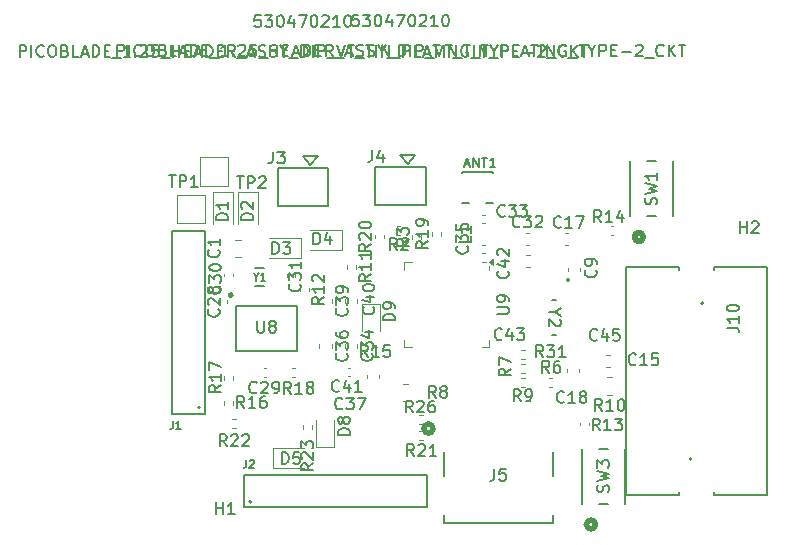
<source format=gbr>
%TF.GenerationSoftware,KiCad,Pcbnew,8.0.8*%
%TF.CreationDate,2025-02-23T23:13:28-08:00*%
%TF.ProjectId,OuterBoard_rev3.1,4f757465-7242-46f6-9172-645f72657633,rev?*%
%TF.SameCoordinates,Original*%
%TF.FileFunction,Legend,Top*%
%TF.FilePolarity,Positive*%
%FSLAX46Y46*%
G04 Gerber Fmt 4.6, Leading zero omitted, Abs format (unit mm)*
G04 Created by KiCad (PCBNEW 8.0.8) date 2025-02-23 23:13:28*
%MOMM*%
%LPD*%
G01*
G04 APERTURE LIST*
%ADD10C,0.150000*%
%ADD11C,0.152400*%
%ADD12C,0.508000*%
%ADD13C,0.127000*%
%ADD14C,0.120000*%
%ADD15C,0.200000*%
%ADD16C,0.304800*%
G04 APERTURE END LIST*
D10*
X140530171Y-88873209D02*
X140053980Y-88873209D01*
X141053980Y-88539876D02*
X140530171Y-88873209D01*
X140530171Y-88873209D02*
X141053980Y-89206542D01*
X140958742Y-89492257D02*
X141006361Y-89539876D01*
X141006361Y-89539876D02*
X141053980Y-89635114D01*
X141053980Y-89635114D02*
X141053980Y-89873209D01*
X141053980Y-89873209D02*
X141006361Y-89968447D01*
X141006361Y-89968447D02*
X140958742Y-90016066D01*
X140958742Y-90016066D02*
X140863504Y-90063685D01*
X140863504Y-90063685D02*
X140768266Y-90063685D01*
X140768266Y-90063685D02*
X140625409Y-90016066D01*
X140625409Y-90016066D02*
X140053980Y-89444638D01*
X140053980Y-89444638D02*
X140053980Y-90063685D01*
X145093799Y-104086931D02*
X145141418Y-103944074D01*
X145141418Y-103944074D02*
X145141418Y-103705979D01*
X145141418Y-103705979D02*
X145093799Y-103610741D01*
X145093799Y-103610741D02*
X145046179Y-103563122D01*
X145046179Y-103563122D02*
X144950941Y-103515503D01*
X144950941Y-103515503D02*
X144855703Y-103515503D01*
X144855703Y-103515503D02*
X144760465Y-103563122D01*
X144760465Y-103563122D02*
X144712846Y-103610741D01*
X144712846Y-103610741D02*
X144665227Y-103705979D01*
X144665227Y-103705979D02*
X144617608Y-103896455D01*
X144617608Y-103896455D02*
X144569989Y-103991693D01*
X144569989Y-103991693D02*
X144522370Y-104039312D01*
X144522370Y-104039312D02*
X144427132Y-104086931D01*
X144427132Y-104086931D02*
X144331894Y-104086931D01*
X144331894Y-104086931D02*
X144236656Y-104039312D01*
X144236656Y-104039312D02*
X144189037Y-103991693D01*
X144189037Y-103991693D02*
X144141418Y-103896455D01*
X144141418Y-103896455D02*
X144141418Y-103658360D01*
X144141418Y-103658360D02*
X144189037Y-103515503D01*
X144141418Y-103182169D02*
X145141418Y-102944074D01*
X145141418Y-102944074D02*
X144427132Y-102753598D01*
X144427132Y-102753598D02*
X145141418Y-102563122D01*
X145141418Y-102563122D02*
X144141418Y-102325027D01*
X144141418Y-102039312D02*
X144141418Y-101420265D01*
X144141418Y-101420265D02*
X144522370Y-101753598D01*
X144522370Y-101753598D02*
X144522370Y-101610741D01*
X144522370Y-101610741D02*
X144569989Y-101515503D01*
X144569989Y-101515503D02*
X144617608Y-101467884D01*
X144617608Y-101467884D02*
X144712846Y-101420265D01*
X144712846Y-101420265D02*
X144950941Y-101420265D01*
X144950941Y-101420265D02*
X145046179Y-101467884D01*
X145046179Y-101467884D02*
X145093799Y-101515503D01*
X145093799Y-101515503D02*
X145141418Y-101610741D01*
X145141418Y-101610741D02*
X145141418Y-101896455D01*
X145141418Y-101896455D02*
X145093799Y-101991693D01*
X145093799Y-101991693D02*
X145046179Y-102039312D01*
X149149600Y-79743132D02*
X149197219Y-79600275D01*
X149197219Y-79600275D02*
X149197219Y-79362180D01*
X149197219Y-79362180D02*
X149149600Y-79266942D01*
X149149600Y-79266942D02*
X149101980Y-79219323D01*
X149101980Y-79219323D02*
X149006742Y-79171704D01*
X149006742Y-79171704D02*
X148911504Y-79171704D01*
X148911504Y-79171704D02*
X148816266Y-79219323D01*
X148816266Y-79219323D02*
X148768647Y-79266942D01*
X148768647Y-79266942D02*
X148721028Y-79362180D01*
X148721028Y-79362180D02*
X148673409Y-79552656D01*
X148673409Y-79552656D02*
X148625790Y-79647894D01*
X148625790Y-79647894D02*
X148578171Y-79695513D01*
X148578171Y-79695513D02*
X148482933Y-79743132D01*
X148482933Y-79743132D02*
X148387695Y-79743132D01*
X148387695Y-79743132D02*
X148292457Y-79695513D01*
X148292457Y-79695513D02*
X148244838Y-79647894D01*
X148244838Y-79647894D02*
X148197219Y-79552656D01*
X148197219Y-79552656D02*
X148197219Y-79314561D01*
X148197219Y-79314561D02*
X148244838Y-79171704D01*
X148197219Y-78838370D02*
X149197219Y-78600275D01*
X149197219Y-78600275D02*
X148482933Y-78409799D01*
X148482933Y-78409799D02*
X149197219Y-78219323D01*
X149197219Y-78219323D02*
X148197219Y-77981228D01*
X149197219Y-77076466D02*
X149197219Y-77647894D01*
X149197219Y-77362180D02*
X148197219Y-77362180D01*
X148197219Y-77362180D02*
X148340076Y-77457418D01*
X148340076Y-77457418D02*
X148435314Y-77552656D01*
X148435314Y-77552656D02*
X148482933Y-77647894D01*
X125086666Y-75164819D02*
X125086666Y-75879104D01*
X125086666Y-75879104D02*
X125039047Y-76021961D01*
X125039047Y-76021961D02*
X124943809Y-76117200D01*
X124943809Y-76117200D02*
X124800952Y-76164819D01*
X124800952Y-76164819D02*
X124705714Y-76164819D01*
X125991428Y-75498152D02*
X125991428Y-76164819D01*
X125753333Y-75117200D02*
X125515238Y-75831485D01*
X125515238Y-75831485D02*
X126134285Y-75831485D01*
X123921172Y-63684218D02*
X123444982Y-63684218D01*
X123444982Y-63684218D02*
X123397363Y-64160408D01*
X123397363Y-64160408D02*
X123444982Y-64112789D01*
X123444982Y-64112789D02*
X123540220Y-64065170D01*
X123540220Y-64065170D02*
X123778315Y-64065170D01*
X123778315Y-64065170D02*
X123873553Y-64112789D01*
X123873553Y-64112789D02*
X123921172Y-64160408D01*
X123921172Y-64160408D02*
X123968791Y-64255646D01*
X123968791Y-64255646D02*
X123968791Y-64493741D01*
X123968791Y-64493741D02*
X123921172Y-64588979D01*
X123921172Y-64588979D02*
X123873553Y-64636599D01*
X123873553Y-64636599D02*
X123778315Y-64684218D01*
X123778315Y-64684218D02*
X123540220Y-64684218D01*
X123540220Y-64684218D02*
X123444982Y-64636599D01*
X123444982Y-64636599D02*
X123397363Y-64588979D01*
X124302125Y-63684218D02*
X124921172Y-63684218D01*
X124921172Y-63684218D02*
X124587839Y-64065170D01*
X124587839Y-64065170D02*
X124730696Y-64065170D01*
X124730696Y-64065170D02*
X124825934Y-64112789D01*
X124825934Y-64112789D02*
X124873553Y-64160408D01*
X124873553Y-64160408D02*
X124921172Y-64255646D01*
X124921172Y-64255646D02*
X124921172Y-64493741D01*
X124921172Y-64493741D02*
X124873553Y-64588979D01*
X124873553Y-64588979D02*
X124825934Y-64636599D01*
X124825934Y-64636599D02*
X124730696Y-64684218D01*
X124730696Y-64684218D02*
X124444982Y-64684218D01*
X124444982Y-64684218D02*
X124349744Y-64636599D01*
X124349744Y-64636599D02*
X124302125Y-64588979D01*
X125540220Y-63684218D02*
X125635458Y-63684218D01*
X125635458Y-63684218D02*
X125730696Y-63731837D01*
X125730696Y-63731837D02*
X125778315Y-63779456D01*
X125778315Y-63779456D02*
X125825934Y-63874694D01*
X125825934Y-63874694D02*
X125873553Y-64065170D01*
X125873553Y-64065170D02*
X125873553Y-64303265D01*
X125873553Y-64303265D02*
X125825934Y-64493741D01*
X125825934Y-64493741D02*
X125778315Y-64588979D01*
X125778315Y-64588979D02*
X125730696Y-64636599D01*
X125730696Y-64636599D02*
X125635458Y-64684218D01*
X125635458Y-64684218D02*
X125540220Y-64684218D01*
X125540220Y-64684218D02*
X125444982Y-64636599D01*
X125444982Y-64636599D02*
X125397363Y-64588979D01*
X125397363Y-64588979D02*
X125349744Y-64493741D01*
X125349744Y-64493741D02*
X125302125Y-64303265D01*
X125302125Y-64303265D02*
X125302125Y-64065170D01*
X125302125Y-64065170D02*
X125349744Y-63874694D01*
X125349744Y-63874694D02*
X125397363Y-63779456D01*
X125397363Y-63779456D02*
X125444982Y-63731837D01*
X125444982Y-63731837D02*
X125540220Y-63684218D01*
X126730696Y-64017551D02*
X126730696Y-64684218D01*
X126492601Y-63636599D02*
X126254506Y-64350884D01*
X126254506Y-64350884D02*
X126873553Y-64350884D01*
X127159268Y-63684218D02*
X127825934Y-63684218D01*
X127825934Y-63684218D02*
X127397363Y-64684218D01*
X128397363Y-63684218D02*
X128492601Y-63684218D01*
X128492601Y-63684218D02*
X128587839Y-63731837D01*
X128587839Y-63731837D02*
X128635458Y-63779456D01*
X128635458Y-63779456D02*
X128683077Y-63874694D01*
X128683077Y-63874694D02*
X128730696Y-64065170D01*
X128730696Y-64065170D02*
X128730696Y-64303265D01*
X128730696Y-64303265D02*
X128683077Y-64493741D01*
X128683077Y-64493741D02*
X128635458Y-64588979D01*
X128635458Y-64588979D02*
X128587839Y-64636599D01*
X128587839Y-64636599D02*
X128492601Y-64684218D01*
X128492601Y-64684218D02*
X128397363Y-64684218D01*
X128397363Y-64684218D02*
X128302125Y-64636599D01*
X128302125Y-64636599D02*
X128254506Y-64588979D01*
X128254506Y-64588979D02*
X128206887Y-64493741D01*
X128206887Y-64493741D02*
X128159268Y-64303265D01*
X128159268Y-64303265D02*
X128159268Y-64065170D01*
X128159268Y-64065170D02*
X128206887Y-63874694D01*
X128206887Y-63874694D02*
X128254506Y-63779456D01*
X128254506Y-63779456D02*
X128302125Y-63731837D01*
X128302125Y-63731837D02*
X128397363Y-63684218D01*
X129111649Y-63779456D02*
X129159268Y-63731837D01*
X129159268Y-63731837D02*
X129254506Y-63684218D01*
X129254506Y-63684218D02*
X129492601Y-63684218D01*
X129492601Y-63684218D02*
X129587839Y-63731837D01*
X129587839Y-63731837D02*
X129635458Y-63779456D01*
X129635458Y-63779456D02*
X129683077Y-63874694D01*
X129683077Y-63874694D02*
X129683077Y-63969932D01*
X129683077Y-63969932D02*
X129635458Y-64112789D01*
X129635458Y-64112789D02*
X129064030Y-64684218D01*
X129064030Y-64684218D02*
X129683077Y-64684218D01*
X130635458Y-64684218D02*
X130064030Y-64684218D01*
X130349744Y-64684218D02*
X130349744Y-63684218D01*
X130349744Y-63684218D02*
X130254506Y-63827075D01*
X130254506Y-63827075D02*
X130159268Y-63922313D01*
X130159268Y-63922313D02*
X130064030Y-63969932D01*
X131254506Y-63684218D02*
X131349744Y-63684218D01*
X131349744Y-63684218D02*
X131444982Y-63731837D01*
X131444982Y-63731837D02*
X131492601Y-63779456D01*
X131492601Y-63779456D02*
X131540220Y-63874694D01*
X131540220Y-63874694D02*
X131587839Y-64065170D01*
X131587839Y-64065170D02*
X131587839Y-64303265D01*
X131587839Y-64303265D02*
X131540220Y-64493741D01*
X131540220Y-64493741D02*
X131492601Y-64588979D01*
X131492601Y-64588979D02*
X131444982Y-64636599D01*
X131444982Y-64636599D02*
X131349744Y-64684218D01*
X131349744Y-64684218D02*
X131254506Y-64684218D01*
X131254506Y-64684218D02*
X131159268Y-64636599D01*
X131159268Y-64636599D02*
X131111649Y-64588979D01*
X131111649Y-64588979D02*
X131064030Y-64493741D01*
X131064030Y-64493741D02*
X131016411Y-64303265D01*
X131016411Y-64303265D02*
X131016411Y-64065170D01*
X131016411Y-64065170D02*
X131064030Y-63874694D01*
X131064030Y-63874694D02*
X131111649Y-63779456D01*
X131111649Y-63779456D02*
X131159268Y-63731837D01*
X131159268Y-63731837D02*
X131254506Y-63684218D01*
X103516409Y-67224219D02*
X103516409Y-66224219D01*
X103516409Y-66224219D02*
X103897361Y-66224219D01*
X103897361Y-66224219D02*
X103992599Y-66271838D01*
X103992599Y-66271838D02*
X104040218Y-66319457D01*
X104040218Y-66319457D02*
X104087837Y-66414695D01*
X104087837Y-66414695D02*
X104087837Y-66557552D01*
X104087837Y-66557552D02*
X104040218Y-66652790D01*
X104040218Y-66652790D02*
X103992599Y-66700409D01*
X103992599Y-66700409D02*
X103897361Y-66748028D01*
X103897361Y-66748028D02*
X103516409Y-66748028D01*
X104516409Y-67224219D02*
X104516409Y-66224219D01*
X105564027Y-67128980D02*
X105516408Y-67176600D01*
X105516408Y-67176600D02*
X105373551Y-67224219D01*
X105373551Y-67224219D02*
X105278313Y-67224219D01*
X105278313Y-67224219D02*
X105135456Y-67176600D01*
X105135456Y-67176600D02*
X105040218Y-67081361D01*
X105040218Y-67081361D02*
X104992599Y-66986123D01*
X104992599Y-66986123D02*
X104944980Y-66795647D01*
X104944980Y-66795647D02*
X104944980Y-66652790D01*
X104944980Y-66652790D02*
X104992599Y-66462314D01*
X104992599Y-66462314D02*
X105040218Y-66367076D01*
X105040218Y-66367076D02*
X105135456Y-66271838D01*
X105135456Y-66271838D02*
X105278313Y-66224219D01*
X105278313Y-66224219D02*
X105373551Y-66224219D01*
X105373551Y-66224219D02*
X105516408Y-66271838D01*
X105516408Y-66271838D02*
X105564027Y-66319457D01*
X106183075Y-66224219D02*
X106373551Y-66224219D01*
X106373551Y-66224219D02*
X106468789Y-66271838D01*
X106468789Y-66271838D02*
X106564027Y-66367076D01*
X106564027Y-66367076D02*
X106611646Y-66557552D01*
X106611646Y-66557552D02*
X106611646Y-66890885D01*
X106611646Y-66890885D02*
X106564027Y-67081361D01*
X106564027Y-67081361D02*
X106468789Y-67176600D01*
X106468789Y-67176600D02*
X106373551Y-67224219D01*
X106373551Y-67224219D02*
X106183075Y-67224219D01*
X106183075Y-67224219D02*
X106087837Y-67176600D01*
X106087837Y-67176600D02*
X105992599Y-67081361D01*
X105992599Y-67081361D02*
X105944980Y-66890885D01*
X105944980Y-66890885D02*
X105944980Y-66557552D01*
X105944980Y-66557552D02*
X105992599Y-66367076D01*
X105992599Y-66367076D02*
X106087837Y-66271838D01*
X106087837Y-66271838D02*
X106183075Y-66224219D01*
X107373551Y-66700409D02*
X107516408Y-66748028D01*
X107516408Y-66748028D02*
X107564027Y-66795647D01*
X107564027Y-66795647D02*
X107611646Y-66890885D01*
X107611646Y-66890885D02*
X107611646Y-67033742D01*
X107611646Y-67033742D02*
X107564027Y-67128980D01*
X107564027Y-67128980D02*
X107516408Y-67176600D01*
X107516408Y-67176600D02*
X107421170Y-67224219D01*
X107421170Y-67224219D02*
X107040218Y-67224219D01*
X107040218Y-67224219D02*
X107040218Y-66224219D01*
X107040218Y-66224219D02*
X107373551Y-66224219D01*
X107373551Y-66224219D02*
X107468789Y-66271838D01*
X107468789Y-66271838D02*
X107516408Y-66319457D01*
X107516408Y-66319457D02*
X107564027Y-66414695D01*
X107564027Y-66414695D02*
X107564027Y-66509933D01*
X107564027Y-66509933D02*
X107516408Y-66605171D01*
X107516408Y-66605171D02*
X107468789Y-66652790D01*
X107468789Y-66652790D02*
X107373551Y-66700409D01*
X107373551Y-66700409D02*
X107040218Y-66700409D01*
X108516408Y-67224219D02*
X108040218Y-67224219D01*
X108040218Y-67224219D02*
X108040218Y-66224219D01*
X108802123Y-66938504D02*
X109278313Y-66938504D01*
X108706885Y-67224219D02*
X109040218Y-66224219D01*
X109040218Y-66224219D02*
X109373551Y-67224219D01*
X109706885Y-67224219D02*
X109706885Y-66224219D01*
X109706885Y-66224219D02*
X109944980Y-66224219D01*
X109944980Y-66224219D02*
X110087837Y-66271838D01*
X110087837Y-66271838D02*
X110183075Y-66367076D01*
X110183075Y-66367076D02*
X110230694Y-66462314D01*
X110230694Y-66462314D02*
X110278313Y-66652790D01*
X110278313Y-66652790D02*
X110278313Y-66795647D01*
X110278313Y-66795647D02*
X110230694Y-66986123D01*
X110230694Y-66986123D02*
X110183075Y-67081361D01*
X110183075Y-67081361D02*
X110087837Y-67176600D01*
X110087837Y-67176600D02*
X109944980Y-67224219D01*
X109944980Y-67224219D02*
X109706885Y-67224219D01*
X110706885Y-66700409D02*
X111040218Y-66700409D01*
X111183075Y-67224219D02*
X110706885Y-67224219D01*
X110706885Y-67224219D02*
X110706885Y-66224219D01*
X110706885Y-66224219D02*
X111183075Y-66224219D01*
X111373552Y-67319457D02*
X112135456Y-67319457D01*
X112897361Y-67224219D02*
X112325933Y-67224219D01*
X112611647Y-67224219D02*
X112611647Y-66224219D01*
X112611647Y-66224219D02*
X112516409Y-66367076D01*
X112516409Y-66367076D02*
X112421171Y-66462314D01*
X112421171Y-66462314D02*
X112325933Y-66509933D01*
X113325933Y-67128980D02*
X113373552Y-67176600D01*
X113373552Y-67176600D02*
X113325933Y-67224219D01*
X113325933Y-67224219D02*
X113278314Y-67176600D01*
X113278314Y-67176600D02*
X113325933Y-67128980D01*
X113325933Y-67128980D02*
X113325933Y-67224219D01*
X113754504Y-66319457D02*
X113802123Y-66271838D01*
X113802123Y-66271838D02*
X113897361Y-66224219D01*
X113897361Y-66224219D02*
X114135456Y-66224219D01*
X114135456Y-66224219D02*
X114230694Y-66271838D01*
X114230694Y-66271838D02*
X114278313Y-66319457D01*
X114278313Y-66319457D02*
X114325932Y-66414695D01*
X114325932Y-66414695D02*
X114325932Y-66509933D01*
X114325932Y-66509933D02*
X114278313Y-66652790D01*
X114278313Y-66652790D02*
X113706885Y-67224219D01*
X113706885Y-67224219D02*
X114325932Y-67224219D01*
X115230694Y-66224219D02*
X114754504Y-66224219D01*
X114754504Y-66224219D02*
X114706885Y-66700409D01*
X114706885Y-66700409D02*
X114754504Y-66652790D01*
X114754504Y-66652790D02*
X114849742Y-66605171D01*
X114849742Y-66605171D02*
X115087837Y-66605171D01*
X115087837Y-66605171D02*
X115183075Y-66652790D01*
X115183075Y-66652790D02*
X115230694Y-66700409D01*
X115230694Y-66700409D02*
X115278313Y-66795647D01*
X115278313Y-66795647D02*
X115278313Y-67033742D01*
X115278313Y-67033742D02*
X115230694Y-67128980D01*
X115230694Y-67128980D02*
X115183075Y-67176600D01*
X115183075Y-67176600D02*
X115087837Y-67224219D01*
X115087837Y-67224219D02*
X114849742Y-67224219D01*
X114849742Y-67224219D02*
X114754504Y-67176600D01*
X114754504Y-67176600D02*
X114706885Y-67128980D01*
X115468790Y-67319457D02*
X116230694Y-67319457D01*
X116468790Y-67224219D02*
X116468790Y-66224219D01*
X116468790Y-66700409D02*
X117040218Y-66700409D01*
X117040218Y-67224219D02*
X117040218Y-66224219D01*
X117516409Y-66700409D02*
X117849742Y-66700409D01*
X117992599Y-67224219D02*
X117516409Y-67224219D01*
X117516409Y-67224219D02*
X117516409Y-66224219D01*
X117516409Y-66224219D02*
X117992599Y-66224219D01*
X118373552Y-66938504D02*
X118849742Y-66938504D01*
X118278314Y-67224219D02*
X118611647Y-66224219D01*
X118611647Y-66224219D02*
X118944980Y-67224219D01*
X119278314Y-67224219D02*
X119278314Y-66224219D01*
X119278314Y-66224219D02*
X119516409Y-66224219D01*
X119516409Y-66224219D02*
X119659266Y-66271838D01*
X119659266Y-66271838D02*
X119754504Y-66367076D01*
X119754504Y-66367076D02*
X119802123Y-66462314D01*
X119802123Y-66462314D02*
X119849742Y-66652790D01*
X119849742Y-66652790D02*
X119849742Y-66795647D01*
X119849742Y-66795647D02*
X119802123Y-66986123D01*
X119802123Y-66986123D02*
X119754504Y-67081361D01*
X119754504Y-67081361D02*
X119659266Y-67176600D01*
X119659266Y-67176600D02*
X119516409Y-67224219D01*
X119516409Y-67224219D02*
X119278314Y-67224219D01*
X120278314Y-66700409D02*
X120611647Y-66700409D01*
X120754504Y-67224219D02*
X120278314Y-67224219D01*
X120278314Y-67224219D02*
X120278314Y-66224219D01*
X120278314Y-66224219D02*
X120754504Y-66224219D01*
X121754504Y-67224219D02*
X121421171Y-66748028D01*
X121183076Y-67224219D02*
X121183076Y-66224219D01*
X121183076Y-66224219D02*
X121564028Y-66224219D01*
X121564028Y-66224219D02*
X121659266Y-66271838D01*
X121659266Y-66271838D02*
X121706885Y-66319457D01*
X121706885Y-66319457D02*
X121754504Y-66414695D01*
X121754504Y-66414695D02*
X121754504Y-66557552D01*
X121754504Y-66557552D02*
X121706885Y-66652790D01*
X121706885Y-66652790D02*
X121659266Y-66700409D01*
X121659266Y-66700409D02*
X121564028Y-66748028D01*
X121564028Y-66748028D02*
X121183076Y-66748028D01*
X121944981Y-67319457D02*
X122706885Y-67319457D01*
X122897362Y-66938504D02*
X123373552Y-66938504D01*
X122802124Y-67224219D02*
X123135457Y-66224219D01*
X123135457Y-66224219D02*
X123468790Y-67224219D01*
X123754505Y-67176600D02*
X123897362Y-67224219D01*
X123897362Y-67224219D02*
X124135457Y-67224219D01*
X124135457Y-67224219D02*
X124230695Y-67176600D01*
X124230695Y-67176600D02*
X124278314Y-67128980D01*
X124278314Y-67128980D02*
X124325933Y-67033742D01*
X124325933Y-67033742D02*
X124325933Y-66938504D01*
X124325933Y-66938504D02*
X124278314Y-66843266D01*
X124278314Y-66843266D02*
X124230695Y-66795647D01*
X124230695Y-66795647D02*
X124135457Y-66748028D01*
X124135457Y-66748028D02*
X123944981Y-66700409D01*
X123944981Y-66700409D02*
X123849743Y-66652790D01*
X123849743Y-66652790D02*
X123802124Y-66605171D01*
X123802124Y-66605171D02*
X123754505Y-66509933D01*
X123754505Y-66509933D02*
X123754505Y-66414695D01*
X123754505Y-66414695D02*
X123802124Y-66319457D01*
X123802124Y-66319457D02*
X123849743Y-66271838D01*
X123849743Y-66271838D02*
X123944981Y-66224219D01*
X123944981Y-66224219D02*
X124183076Y-66224219D01*
X124183076Y-66224219D02*
X124325933Y-66271838D01*
X124706886Y-67176600D02*
X124849743Y-67224219D01*
X124849743Y-67224219D02*
X125087838Y-67224219D01*
X125087838Y-67224219D02*
X125183076Y-67176600D01*
X125183076Y-67176600D02*
X125230695Y-67128980D01*
X125230695Y-67128980D02*
X125278314Y-67033742D01*
X125278314Y-67033742D02*
X125278314Y-66938504D01*
X125278314Y-66938504D02*
X125230695Y-66843266D01*
X125230695Y-66843266D02*
X125183076Y-66795647D01*
X125183076Y-66795647D02*
X125087838Y-66748028D01*
X125087838Y-66748028D02*
X124897362Y-66700409D01*
X124897362Y-66700409D02*
X124802124Y-66652790D01*
X124802124Y-66652790D02*
X124754505Y-66605171D01*
X124754505Y-66605171D02*
X124706886Y-66509933D01*
X124706886Y-66509933D02*
X124706886Y-66414695D01*
X124706886Y-66414695D02*
X124754505Y-66319457D01*
X124754505Y-66319457D02*
X124802124Y-66271838D01*
X124802124Y-66271838D02*
X124897362Y-66224219D01*
X124897362Y-66224219D02*
X125135457Y-66224219D01*
X125135457Y-66224219D02*
X125278314Y-66271838D01*
X125897362Y-66748028D02*
X125897362Y-67224219D01*
X125564029Y-66224219D02*
X125897362Y-66748028D01*
X125897362Y-66748028D02*
X126230695Y-66224219D01*
X126325934Y-67319457D02*
X127087838Y-67319457D01*
X127325934Y-67224219D02*
X127325934Y-66224219D01*
X127325934Y-66224219D02*
X127564029Y-66224219D01*
X127564029Y-66224219D02*
X127706886Y-66271838D01*
X127706886Y-66271838D02*
X127802124Y-66367076D01*
X127802124Y-66367076D02*
X127849743Y-66462314D01*
X127849743Y-66462314D02*
X127897362Y-66652790D01*
X127897362Y-66652790D02*
X127897362Y-66795647D01*
X127897362Y-66795647D02*
X127849743Y-66986123D01*
X127849743Y-66986123D02*
X127802124Y-67081361D01*
X127802124Y-67081361D02*
X127706886Y-67176600D01*
X127706886Y-67176600D02*
X127564029Y-67224219D01*
X127564029Y-67224219D02*
X127325934Y-67224219D01*
X128325934Y-67224219D02*
X128325934Y-66224219D01*
X128802124Y-67224219D02*
X128802124Y-66224219D01*
X128802124Y-66224219D02*
X129183076Y-66224219D01*
X129183076Y-66224219D02*
X129278314Y-66271838D01*
X129278314Y-66271838D02*
X129325933Y-66319457D01*
X129325933Y-66319457D02*
X129373552Y-66414695D01*
X129373552Y-66414695D02*
X129373552Y-66557552D01*
X129373552Y-66557552D02*
X129325933Y-66652790D01*
X129325933Y-66652790D02*
X129278314Y-66700409D01*
X129278314Y-66700409D02*
X129183076Y-66748028D01*
X129183076Y-66748028D02*
X128802124Y-66748028D01*
X129564029Y-67319457D02*
X130325933Y-67319457D01*
X130421172Y-66224219D02*
X130754505Y-67224219D01*
X130754505Y-67224219D02*
X131087838Y-66224219D01*
X131278315Y-66224219D02*
X131849743Y-66224219D01*
X131564029Y-67224219D02*
X131564029Y-66224219D01*
X131944982Y-67319457D02*
X132706886Y-67319457D01*
X132802125Y-66224219D02*
X133373553Y-66224219D01*
X133087839Y-67224219D02*
X133087839Y-66224219D01*
X133706887Y-67224219D02*
X133706887Y-66224219D01*
X134183077Y-67224219D02*
X134183077Y-66224219D01*
X134183077Y-66224219D02*
X134754505Y-67224219D01*
X134754505Y-67224219D02*
X134754505Y-66224219D01*
X134992601Y-67319457D02*
X135754505Y-67319457D01*
X135992601Y-67224219D02*
X135992601Y-66224219D01*
X135992601Y-66224219D02*
X136373553Y-66224219D01*
X136373553Y-66224219D02*
X136468791Y-66271838D01*
X136468791Y-66271838D02*
X136516410Y-66319457D01*
X136516410Y-66319457D02*
X136564029Y-66414695D01*
X136564029Y-66414695D02*
X136564029Y-66557552D01*
X136564029Y-66557552D02*
X136516410Y-66652790D01*
X136516410Y-66652790D02*
X136468791Y-66700409D01*
X136468791Y-66700409D02*
X136373553Y-66748028D01*
X136373553Y-66748028D02*
X135992601Y-66748028D01*
X137468791Y-67224219D02*
X136992601Y-67224219D01*
X136992601Y-67224219D02*
X136992601Y-66224219D01*
X137754506Y-66938504D02*
X138230696Y-66938504D01*
X137659268Y-67224219D02*
X137992601Y-66224219D01*
X137992601Y-66224219D02*
X138325934Y-67224219D01*
X138516411Y-66224219D02*
X139087839Y-66224219D01*
X138802125Y-67224219D02*
X138802125Y-66224219D01*
X139421173Y-67224219D02*
X139421173Y-66224219D01*
X139897363Y-67224219D02*
X139897363Y-66224219D01*
X139897363Y-66224219D02*
X140468791Y-67224219D01*
X140468791Y-67224219D02*
X140468791Y-66224219D01*
X141468791Y-66271838D02*
X141373553Y-66224219D01*
X141373553Y-66224219D02*
X141230696Y-66224219D01*
X141230696Y-66224219D02*
X141087839Y-66271838D01*
X141087839Y-66271838D02*
X140992601Y-66367076D01*
X140992601Y-66367076D02*
X140944982Y-66462314D01*
X140944982Y-66462314D02*
X140897363Y-66652790D01*
X140897363Y-66652790D02*
X140897363Y-66795647D01*
X140897363Y-66795647D02*
X140944982Y-66986123D01*
X140944982Y-66986123D02*
X140992601Y-67081361D01*
X140992601Y-67081361D02*
X141087839Y-67176600D01*
X141087839Y-67176600D02*
X141230696Y-67224219D01*
X141230696Y-67224219D02*
X141325934Y-67224219D01*
X141325934Y-67224219D02*
X141468791Y-67176600D01*
X141468791Y-67176600D02*
X141516410Y-67128980D01*
X141516410Y-67128980D02*
X141516410Y-66795647D01*
X141516410Y-66795647D02*
X141325934Y-66795647D01*
X141706887Y-67319457D02*
X142468791Y-67319457D01*
X142564030Y-66224219D02*
X143135458Y-66224219D01*
X142849744Y-67224219D02*
X142849744Y-66224219D01*
X143659268Y-66748028D02*
X143659268Y-67224219D01*
X143325935Y-66224219D02*
X143659268Y-66748028D01*
X143659268Y-66748028D02*
X143992601Y-66224219D01*
X144325935Y-67224219D02*
X144325935Y-66224219D01*
X144325935Y-66224219D02*
X144706887Y-66224219D01*
X144706887Y-66224219D02*
X144802125Y-66271838D01*
X144802125Y-66271838D02*
X144849744Y-66319457D01*
X144849744Y-66319457D02*
X144897363Y-66414695D01*
X144897363Y-66414695D02*
X144897363Y-66557552D01*
X144897363Y-66557552D02*
X144849744Y-66652790D01*
X144849744Y-66652790D02*
X144802125Y-66700409D01*
X144802125Y-66700409D02*
X144706887Y-66748028D01*
X144706887Y-66748028D02*
X144325935Y-66748028D01*
X145325935Y-66700409D02*
X145659268Y-66700409D01*
X145802125Y-67224219D02*
X145325935Y-67224219D01*
X145325935Y-67224219D02*
X145325935Y-66224219D01*
X145325935Y-66224219D02*
X145802125Y-66224219D01*
X146230697Y-66843266D02*
X146992602Y-66843266D01*
X147421173Y-66319457D02*
X147468792Y-66271838D01*
X147468792Y-66271838D02*
X147564030Y-66224219D01*
X147564030Y-66224219D02*
X147802125Y-66224219D01*
X147802125Y-66224219D02*
X147897363Y-66271838D01*
X147897363Y-66271838D02*
X147944982Y-66319457D01*
X147944982Y-66319457D02*
X147992601Y-66414695D01*
X147992601Y-66414695D02*
X147992601Y-66509933D01*
X147992601Y-66509933D02*
X147944982Y-66652790D01*
X147944982Y-66652790D02*
X147373554Y-67224219D01*
X147373554Y-67224219D02*
X147992601Y-67224219D01*
X148183078Y-67319457D02*
X148944982Y-67319457D01*
X149754506Y-67128980D02*
X149706887Y-67176600D01*
X149706887Y-67176600D02*
X149564030Y-67224219D01*
X149564030Y-67224219D02*
X149468792Y-67224219D01*
X149468792Y-67224219D02*
X149325935Y-67176600D01*
X149325935Y-67176600D02*
X149230697Y-67081361D01*
X149230697Y-67081361D02*
X149183078Y-66986123D01*
X149183078Y-66986123D02*
X149135459Y-66795647D01*
X149135459Y-66795647D02*
X149135459Y-66652790D01*
X149135459Y-66652790D02*
X149183078Y-66462314D01*
X149183078Y-66462314D02*
X149230697Y-66367076D01*
X149230697Y-66367076D02*
X149325935Y-66271838D01*
X149325935Y-66271838D02*
X149468792Y-66224219D01*
X149468792Y-66224219D02*
X149564030Y-66224219D01*
X149564030Y-66224219D02*
X149706887Y-66271838D01*
X149706887Y-66271838D02*
X149754506Y-66319457D01*
X150183078Y-67224219D02*
X150183078Y-66224219D01*
X150754506Y-67224219D02*
X150325935Y-66652790D01*
X150754506Y-66224219D02*
X150183078Y-66795647D01*
X151040221Y-66224219D02*
X151611649Y-66224219D01*
X151325935Y-67224219D02*
X151325935Y-66224219D01*
X116686666Y-75274819D02*
X116686666Y-75989104D01*
X116686666Y-75989104D02*
X116639047Y-76131961D01*
X116639047Y-76131961D02*
X116543809Y-76227200D01*
X116543809Y-76227200D02*
X116400952Y-76274819D01*
X116400952Y-76274819D02*
X116305714Y-76274819D01*
X117067619Y-75274819D02*
X117686666Y-75274819D01*
X117686666Y-75274819D02*
X117353333Y-75655771D01*
X117353333Y-75655771D02*
X117496190Y-75655771D01*
X117496190Y-75655771D02*
X117591428Y-75703390D01*
X117591428Y-75703390D02*
X117639047Y-75751009D01*
X117639047Y-75751009D02*
X117686666Y-75846247D01*
X117686666Y-75846247D02*
X117686666Y-76084342D01*
X117686666Y-76084342D02*
X117639047Y-76179580D01*
X117639047Y-76179580D02*
X117591428Y-76227200D01*
X117591428Y-76227200D02*
X117496190Y-76274819D01*
X117496190Y-76274819D02*
X117210476Y-76274819D01*
X117210476Y-76274819D02*
X117115238Y-76227200D01*
X117115238Y-76227200D02*
X117067619Y-76179580D01*
X115640772Y-63735018D02*
X115164582Y-63735018D01*
X115164582Y-63735018D02*
X115116963Y-64211208D01*
X115116963Y-64211208D02*
X115164582Y-64163589D01*
X115164582Y-64163589D02*
X115259820Y-64115970D01*
X115259820Y-64115970D02*
X115497915Y-64115970D01*
X115497915Y-64115970D02*
X115593153Y-64163589D01*
X115593153Y-64163589D02*
X115640772Y-64211208D01*
X115640772Y-64211208D02*
X115688391Y-64306446D01*
X115688391Y-64306446D02*
X115688391Y-64544541D01*
X115688391Y-64544541D02*
X115640772Y-64639779D01*
X115640772Y-64639779D02*
X115593153Y-64687399D01*
X115593153Y-64687399D02*
X115497915Y-64735018D01*
X115497915Y-64735018D02*
X115259820Y-64735018D01*
X115259820Y-64735018D02*
X115164582Y-64687399D01*
X115164582Y-64687399D02*
X115116963Y-64639779D01*
X116021725Y-63735018D02*
X116640772Y-63735018D01*
X116640772Y-63735018D02*
X116307439Y-64115970D01*
X116307439Y-64115970D02*
X116450296Y-64115970D01*
X116450296Y-64115970D02*
X116545534Y-64163589D01*
X116545534Y-64163589D02*
X116593153Y-64211208D01*
X116593153Y-64211208D02*
X116640772Y-64306446D01*
X116640772Y-64306446D02*
X116640772Y-64544541D01*
X116640772Y-64544541D02*
X116593153Y-64639779D01*
X116593153Y-64639779D02*
X116545534Y-64687399D01*
X116545534Y-64687399D02*
X116450296Y-64735018D01*
X116450296Y-64735018D02*
X116164582Y-64735018D01*
X116164582Y-64735018D02*
X116069344Y-64687399D01*
X116069344Y-64687399D02*
X116021725Y-64639779D01*
X117259820Y-63735018D02*
X117355058Y-63735018D01*
X117355058Y-63735018D02*
X117450296Y-63782637D01*
X117450296Y-63782637D02*
X117497915Y-63830256D01*
X117497915Y-63830256D02*
X117545534Y-63925494D01*
X117545534Y-63925494D02*
X117593153Y-64115970D01*
X117593153Y-64115970D02*
X117593153Y-64354065D01*
X117593153Y-64354065D02*
X117545534Y-64544541D01*
X117545534Y-64544541D02*
X117497915Y-64639779D01*
X117497915Y-64639779D02*
X117450296Y-64687399D01*
X117450296Y-64687399D02*
X117355058Y-64735018D01*
X117355058Y-64735018D02*
X117259820Y-64735018D01*
X117259820Y-64735018D02*
X117164582Y-64687399D01*
X117164582Y-64687399D02*
X117116963Y-64639779D01*
X117116963Y-64639779D02*
X117069344Y-64544541D01*
X117069344Y-64544541D02*
X117021725Y-64354065D01*
X117021725Y-64354065D02*
X117021725Y-64115970D01*
X117021725Y-64115970D02*
X117069344Y-63925494D01*
X117069344Y-63925494D02*
X117116963Y-63830256D01*
X117116963Y-63830256D02*
X117164582Y-63782637D01*
X117164582Y-63782637D02*
X117259820Y-63735018D01*
X118450296Y-64068351D02*
X118450296Y-64735018D01*
X118212201Y-63687399D02*
X117974106Y-64401684D01*
X117974106Y-64401684D02*
X118593153Y-64401684D01*
X118878868Y-63735018D02*
X119545534Y-63735018D01*
X119545534Y-63735018D02*
X119116963Y-64735018D01*
X120116963Y-63735018D02*
X120212201Y-63735018D01*
X120212201Y-63735018D02*
X120307439Y-63782637D01*
X120307439Y-63782637D02*
X120355058Y-63830256D01*
X120355058Y-63830256D02*
X120402677Y-63925494D01*
X120402677Y-63925494D02*
X120450296Y-64115970D01*
X120450296Y-64115970D02*
X120450296Y-64354065D01*
X120450296Y-64354065D02*
X120402677Y-64544541D01*
X120402677Y-64544541D02*
X120355058Y-64639779D01*
X120355058Y-64639779D02*
X120307439Y-64687399D01*
X120307439Y-64687399D02*
X120212201Y-64735018D01*
X120212201Y-64735018D02*
X120116963Y-64735018D01*
X120116963Y-64735018D02*
X120021725Y-64687399D01*
X120021725Y-64687399D02*
X119974106Y-64639779D01*
X119974106Y-64639779D02*
X119926487Y-64544541D01*
X119926487Y-64544541D02*
X119878868Y-64354065D01*
X119878868Y-64354065D02*
X119878868Y-64115970D01*
X119878868Y-64115970D02*
X119926487Y-63925494D01*
X119926487Y-63925494D02*
X119974106Y-63830256D01*
X119974106Y-63830256D02*
X120021725Y-63782637D01*
X120021725Y-63782637D02*
X120116963Y-63735018D01*
X120831249Y-63830256D02*
X120878868Y-63782637D01*
X120878868Y-63782637D02*
X120974106Y-63735018D01*
X120974106Y-63735018D02*
X121212201Y-63735018D01*
X121212201Y-63735018D02*
X121307439Y-63782637D01*
X121307439Y-63782637D02*
X121355058Y-63830256D01*
X121355058Y-63830256D02*
X121402677Y-63925494D01*
X121402677Y-63925494D02*
X121402677Y-64020732D01*
X121402677Y-64020732D02*
X121355058Y-64163589D01*
X121355058Y-64163589D02*
X120783630Y-64735018D01*
X120783630Y-64735018D02*
X121402677Y-64735018D01*
X122355058Y-64735018D02*
X121783630Y-64735018D01*
X122069344Y-64735018D02*
X122069344Y-63735018D01*
X122069344Y-63735018D02*
X121974106Y-63877875D01*
X121974106Y-63877875D02*
X121878868Y-63973113D01*
X121878868Y-63973113D02*
X121783630Y-64020732D01*
X122974106Y-63735018D02*
X123069344Y-63735018D01*
X123069344Y-63735018D02*
X123164582Y-63782637D01*
X123164582Y-63782637D02*
X123212201Y-63830256D01*
X123212201Y-63830256D02*
X123259820Y-63925494D01*
X123259820Y-63925494D02*
X123307439Y-64115970D01*
X123307439Y-64115970D02*
X123307439Y-64354065D01*
X123307439Y-64354065D02*
X123259820Y-64544541D01*
X123259820Y-64544541D02*
X123212201Y-64639779D01*
X123212201Y-64639779D02*
X123164582Y-64687399D01*
X123164582Y-64687399D02*
X123069344Y-64735018D01*
X123069344Y-64735018D02*
X122974106Y-64735018D01*
X122974106Y-64735018D02*
X122878868Y-64687399D01*
X122878868Y-64687399D02*
X122831249Y-64639779D01*
X122831249Y-64639779D02*
X122783630Y-64544541D01*
X122783630Y-64544541D02*
X122736011Y-64354065D01*
X122736011Y-64354065D02*
X122736011Y-64115970D01*
X122736011Y-64115970D02*
X122783630Y-63925494D01*
X122783630Y-63925494D02*
X122831249Y-63830256D01*
X122831249Y-63830256D02*
X122878868Y-63782637D01*
X122878868Y-63782637D02*
X122974106Y-63735018D01*
X95236009Y-67275019D02*
X95236009Y-66275019D01*
X95236009Y-66275019D02*
X95616961Y-66275019D01*
X95616961Y-66275019D02*
X95712199Y-66322638D01*
X95712199Y-66322638D02*
X95759818Y-66370257D01*
X95759818Y-66370257D02*
X95807437Y-66465495D01*
X95807437Y-66465495D02*
X95807437Y-66608352D01*
X95807437Y-66608352D02*
X95759818Y-66703590D01*
X95759818Y-66703590D02*
X95712199Y-66751209D01*
X95712199Y-66751209D02*
X95616961Y-66798828D01*
X95616961Y-66798828D02*
X95236009Y-66798828D01*
X96236009Y-67275019D02*
X96236009Y-66275019D01*
X97283627Y-67179780D02*
X97236008Y-67227400D01*
X97236008Y-67227400D02*
X97093151Y-67275019D01*
X97093151Y-67275019D02*
X96997913Y-67275019D01*
X96997913Y-67275019D02*
X96855056Y-67227400D01*
X96855056Y-67227400D02*
X96759818Y-67132161D01*
X96759818Y-67132161D02*
X96712199Y-67036923D01*
X96712199Y-67036923D02*
X96664580Y-66846447D01*
X96664580Y-66846447D02*
X96664580Y-66703590D01*
X96664580Y-66703590D02*
X96712199Y-66513114D01*
X96712199Y-66513114D02*
X96759818Y-66417876D01*
X96759818Y-66417876D02*
X96855056Y-66322638D01*
X96855056Y-66322638D02*
X96997913Y-66275019D01*
X96997913Y-66275019D02*
X97093151Y-66275019D01*
X97093151Y-66275019D02*
X97236008Y-66322638D01*
X97236008Y-66322638D02*
X97283627Y-66370257D01*
X97902675Y-66275019D02*
X98093151Y-66275019D01*
X98093151Y-66275019D02*
X98188389Y-66322638D01*
X98188389Y-66322638D02*
X98283627Y-66417876D01*
X98283627Y-66417876D02*
X98331246Y-66608352D01*
X98331246Y-66608352D02*
X98331246Y-66941685D01*
X98331246Y-66941685D02*
X98283627Y-67132161D01*
X98283627Y-67132161D02*
X98188389Y-67227400D01*
X98188389Y-67227400D02*
X98093151Y-67275019D01*
X98093151Y-67275019D02*
X97902675Y-67275019D01*
X97902675Y-67275019D02*
X97807437Y-67227400D01*
X97807437Y-67227400D02*
X97712199Y-67132161D01*
X97712199Y-67132161D02*
X97664580Y-66941685D01*
X97664580Y-66941685D02*
X97664580Y-66608352D01*
X97664580Y-66608352D02*
X97712199Y-66417876D01*
X97712199Y-66417876D02*
X97807437Y-66322638D01*
X97807437Y-66322638D02*
X97902675Y-66275019D01*
X99093151Y-66751209D02*
X99236008Y-66798828D01*
X99236008Y-66798828D02*
X99283627Y-66846447D01*
X99283627Y-66846447D02*
X99331246Y-66941685D01*
X99331246Y-66941685D02*
X99331246Y-67084542D01*
X99331246Y-67084542D02*
X99283627Y-67179780D01*
X99283627Y-67179780D02*
X99236008Y-67227400D01*
X99236008Y-67227400D02*
X99140770Y-67275019D01*
X99140770Y-67275019D02*
X98759818Y-67275019D01*
X98759818Y-67275019D02*
X98759818Y-66275019D01*
X98759818Y-66275019D02*
X99093151Y-66275019D01*
X99093151Y-66275019D02*
X99188389Y-66322638D01*
X99188389Y-66322638D02*
X99236008Y-66370257D01*
X99236008Y-66370257D02*
X99283627Y-66465495D01*
X99283627Y-66465495D02*
X99283627Y-66560733D01*
X99283627Y-66560733D02*
X99236008Y-66655971D01*
X99236008Y-66655971D02*
X99188389Y-66703590D01*
X99188389Y-66703590D02*
X99093151Y-66751209D01*
X99093151Y-66751209D02*
X98759818Y-66751209D01*
X100236008Y-67275019D02*
X99759818Y-67275019D01*
X99759818Y-67275019D02*
X99759818Y-66275019D01*
X100521723Y-66989304D02*
X100997913Y-66989304D01*
X100426485Y-67275019D02*
X100759818Y-66275019D01*
X100759818Y-66275019D02*
X101093151Y-67275019D01*
X101426485Y-67275019D02*
X101426485Y-66275019D01*
X101426485Y-66275019D02*
X101664580Y-66275019D01*
X101664580Y-66275019D02*
X101807437Y-66322638D01*
X101807437Y-66322638D02*
X101902675Y-66417876D01*
X101902675Y-66417876D02*
X101950294Y-66513114D01*
X101950294Y-66513114D02*
X101997913Y-66703590D01*
X101997913Y-66703590D02*
X101997913Y-66846447D01*
X101997913Y-66846447D02*
X101950294Y-67036923D01*
X101950294Y-67036923D02*
X101902675Y-67132161D01*
X101902675Y-67132161D02*
X101807437Y-67227400D01*
X101807437Y-67227400D02*
X101664580Y-67275019D01*
X101664580Y-67275019D02*
X101426485Y-67275019D01*
X102426485Y-66751209D02*
X102759818Y-66751209D01*
X102902675Y-67275019D02*
X102426485Y-67275019D01*
X102426485Y-67275019D02*
X102426485Y-66275019D01*
X102426485Y-66275019D02*
X102902675Y-66275019D01*
X103093152Y-67370257D02*
X103855056Y-67370257D01*
X104616961Y-67275019D02*
X104045533Y-67275019D01*
X104331247Y-67275019D02*
X104331247Y-66275019D01*
X104331247Y-66275019D02*
X104236009Y-66417876D01*
X104236009Y-66417876D02*
X104140771Y-66513114D01*
X104140771Y-66513114D02*
X104045533Y-66560733D01*
X105045533Y-67179780D02*
X105093152Y-67227400D01*
X105093152Y-67227400D02*
X105045533Y-67275019D01*
X105045533Y-67275019D02*
X104997914Y-67227400D01*
X104997914Y-67227400D02*
X105045533Y-67179780D01*
X105045533Y-67179780D02*
X105045533Y-67275019D01*
X105474104Y-66370257D02*
X105521723Y-66322638D01*
X105521723Y-66322638D02*
X105616961Y-66275019D01*
X105616961Y-66275019D02*
X105855056Y-66275019D01*
X105855056Y-66275019D02*
X105950294Y-66322638D01*
X105950294Y-66322638D02*
X105997913Y-66370257D01*
X105997913Y-66370257D02*
X106045532Y-66465495D01*
X106045532Y-66465495D02*
X106045532Y-66560733D01*
X106045532Y-66560733D02*
X105997913Y-66703590D01*
X105997913Y-66703590D02*
X105426485Y-67275019D01*
X105426485Y-67275019D02*
X106045532Y-67275019D01*
X106950294Y-66275019D02*
X106474104Y-66275019D01*
X106474104Y-66275019D02*
X106426485Y-66751209D01*
X106426485Y-66751209D02*
X106474104Y-66703590D01*
X106474104Y-66703590D02*
X106569342Y-66655971D01*
X106569342Y-66655971D02*
X106807437Y-66655971D01*
X106807437Y-66655971D02*
X106902675Y-66703590D01*
X106902675Y-66703590D02*
X106950294Y-66751209D01*
X106950294Y-66751209D02*
X106997913Y-66846447D01*
X106997913Y-66846447D02*
X106997913Y-67084542D01*
X106997913Y-67084542D02*
X106950294Y-67179780D01*
X106950294Y-67179780D02*
X106902675Y-67227400D01*
X106902675Y-67227400D02*
X106807437Y-67275019D01*
X106807437Y-67275019D02*
X106569342Y-67275019D01*
X106569342Y-67275019D02*
X106474104Y-67227400D01*
X106474104Y-67227400D02*
X106426485Y-67179780D01*
X107188390Y-67370257D02*
X107950294Y-67370257D01*
X108188390Y-67275019D02*
X108188390Y-66275019D01*
X108188390Y-66751209D02*
X108759818Y-66751209D01*
X108759818Y-67275019D02*
X108759818Y-66275019D01*
X109236009Y-66751209D02*
X109569342Y-66751209D01*
X109712199Y-67275019D02*
X109236009Y-67275019D01*
X109236009Y-67275019D02*
X109236009Y-66275019D01*
X109236009Y-66275019D02*
X109712199Y-66275019D01*
X110093152Y-66989304D02*
X110569342Y-66989304D01*
X109997914Y-67275019D02*
X110331247Y-66275019D01*
X110331247Y-66275019D02*
X110664580Y-67275019D01*
X110997914Y-67275019D02*
X110997914Y-66275019D01*
X110997914Y-66275019D02*
X111236009Y-66275019D01*
X111236009Y-66275019D02*
X111378866Y-66322638D01*
X111378866Y-66322638D02*
X111474104Y-66417876D01*
X111474104Y-66417876D02*
X111521723Y-66513114D01*
X111521723Y-66513114D02*
X111569342Y-66703590D01*
X111569342Y-66703590D02*
X111569342Y-66846447D01*
X111569342Y-66846447D02*
X111521723Y-67036923D01*
X111521723Y-67036923D02*
X111474104Y-67132161D01*
X111474104Y-67132161D02*
X111378866Y-67227400D01*
X111378866Y-67227400D02*
X111236009Y-67275019D01*
X111236009Y-67275019D02*
X110997914Y-67275019D01*
X111997914Y-66751209D02*
X112331247Y-66751209D01*
X112474104Y-67275019D02*
X111997914Y-67275019D01*
X111997914Y-67275019D02*
X111997914Y-66275019D01*
X111997914Y-66275019D02*
X112474104Y-66275019D01*
X113474104Y-67275019D02*
X113140771Y-66798828D01*
X112902676Y-67275019D02*
X112902676Y-66275019D01*
X112902676Y-66275019D02*
X113283628Y-66275019D01*
X113283628Y-66275019D02*
X113378866Y-66322638D01*
X113378866Y-66322638D02*
X113426485Y-66370257D01*
X113426485Y-66370257D02*
X113474104Y-66465495D01*
X113474104Y-66465495D02*
X113474104Y-66608352D01*
X113474104Y-66608352D02*
X113426485Y-66703590D01*
X113426485Y-66703590D02*
X113378866Y-66751209D01*
X113378866Y-66751209D02*
X113283628Y-66798828D01*
X113283628Y-66798828D02*
X112902676Y-66798828D01*
X113664581Y-67370257D02*
X114426485Y-67370257D01*
X114616962Y-66989304D02*
X115093152Y-66989304D01*
X114521724Y-67275019D02*
X114855057Y-66275019D01*
X114855057Y-66275019D02*
X115188390Y-67275019D01*
X115474105Y-67227400D02*
X115616962Y-67275019D01*
X115616962Y-67275019D02*
X115855057Y-67275019D01*
X115855057Y-67275019D02*
X115950295Y-67227400D01*
X115950295Y-67227400D02*
X115997914Y-67179780D01*
X115997914Y-67179780D02*
X116045533Y-67084542D01*
X116045533Y-67084542D02*
X116045533Y-66989304D01*
X116045533Y-66989304D02*
X115997914Y-66894066D01*
X115997914Y-66894066D02*
X115950295Y-66846447D01*
X115950295Y-66846447D02*
X115855057Y-66798828D01*
X115855057Y-66798828D02*
X115664581Y-66751209D01*
X115664581Y-66751209D02*
X115569343Y-66703590D01*
X115569343Y-66703590D02*
X115521724Y-66655971D01*
X115521724Y-66655971D02*
X115474105Y-66560733D01*
X115474105Y-66560733D02*
X115474105Y-66465495D01*
X115474105Y-66465495D02*
X115521724Y-66370257D01*
X115521724Y-66370257D02*
X115569343Y-66322638D01*
X115569343Y-66322638D02*
X115664581Y-66275019D01*
X115664581Y-66275019D02*
X115902676Y-66275019D01*
X115902676Y-66275019D02*
X116045533Y-66322638D01*
X116426486Y-67227400D02*
X116569343Y-67275019D01*
X116569343Y-67275019D02*
X116807438Y-67275019D01*
X116807438Y-67275019D02*
X116902676Y-67227400D01*
X116902676Y-67227400D02*
X116950295Y-67179780D01*
X116950295Y-67179780D02*
X116997914Y-67084542D01*
X116997914Y-67084542D02*
X116997914Y-66989304D01*
X116997914Y-66989304D02*
X116950295Y-66894066D01*
X116950295Y-66894066D02*
X116902676Y-66846447D01*
X116902676Y-66846447D02*
X116807438Y-66798828D01*
X116807438Y-66798828D02*
X116616962Y-66751209D01*
X116616962Y-66751209D02*
X116521724Y-66703590D01*
X116521724Y-66703590D02*
X116474105Y-66655971D01*
X116474105Y-66655971D02*
X116426486Y-66560733D01*
X116426486Y-66560733D02*
X116426486Y-66465495D01*
X116426486Y-66465495D02*
X116474105Y-66370257D01*
X116474105Y-66370257D02*
X116521724Y-66322638D01*
X116521724Y-66322638D02*
X116616962Y-66275019D01*
X116616962Y-66275019D02*
X116855057Y-66275019D01*
X116855057Y-66275019D02*
X116997914Y-66322638D01*
X117616962Y-66798828D02*
X117616962Y-67275019D01*
X117283629Y-66275019D02*
X117616962Y-66798828D01*
X117616962Y-66798828D02*
X117950295Y-66275019D01*
X118045534Y-67370257D02*
X118807438Y-67370257D01*
X119045534Y-67275019D02*
X119045534Y-66275019D01*
X119045534Y-66275019D02*
X119283629Y-66275019D01*
X119283629Y-66275019D02*
X119426486Y-66322638D01*
X119426486Y-66322638D02*
X119521724Y-66417876D01*
X119521724Y-66417876D02*
X119569343Y-66513114D01*
X119569343Y-66513114D02*
X119616962Y-66703590D01*
X119616962Y-66703590D02*
X119616962Y-66846447D01*
X119616962Y-66846447D02*
X119569343Y-67036923D01*
X119569343Y-67036923D02*
X119521724Y-67132161D01*
X119521724Y-67132161D02*
X119426486Y-67227400D01*
X119426486Y-67227400D02*
X119283629Y-67275019D01*
X119283629Y-67275019D02*
X119045534Y-67275019D01*
X120045534Y-67275019D02*
X120045534Y-66275019D01*
X120521724Y-67275019D02*
X120521724Y-66275019D01*
X120521724Y-66275019D02*
X120902676Y-66275019D01*
X120902676Y-66275019D02*
X120997914Y-66322638D01*
X120997914Y-66322638D02*
X121045533Y-66370257D01*
X121045533Y-66370257D02*
X121093152Y-66465495D01*
X121093152Y-66465495D02*
X121093152Y-66608352D01*
X121093152Y-66608352D02*
X121045533Y-66703590D01*
X121045533Y-66703590D02*
X120997914Y-66751209D01*
X120997914Y-66751209D02*
X120902676Y-66798828D01*
X120902676Y-66798828D02*
X120521724Y-66798828D01*
X121283629Y-67370257D02*
X122045533Y-67370257D01*
X122140772Y-66275019D02*
X122474105Y-67275019D01*
X122474105Y-67275019D02*
X122807438Y-66275019D01*
X122997915Y-66275019D02*
X123569343Y-66275019D01*
X123283629Y-67275019D02*
X123283629Y-66275019D01*
X123664582Y-67370257D02*
X124426486Y-67370257D01*
X124521725Y-66275019D02*
X125093153Y-66275019D01*
X124807439Y-67275019D02*
X124807439Y-66275019D01*
X125426487Y-67275019D02*
X125426487Y-66275019D01*
X125902677Y-67275019D02*
X125902677Y-66275019D01*
X125902677Y-66275019D02*
X126474105Y-67275019D01*
X126474105Y-67275019D02*
X126474105Y-66275019D01*
X126712201Y-67370257D02*
X127474105Y-67370257D01*
X127712201Y-67275019D02*
X127712201Y-66275019D01*
X127712201Y-66275019D02*
X128093153Y-66275019D01*
X128093153Y-66275019D02*
X128188391Y-66322638D01*
X128188391Y-66322638D02*
X128236010Y-66370257D01*
X128236010Y-66370257D02*
X128283629Y-66465495D01*
X128283629Y-66465495D02*
X128283629Y-66608352D01*
X128283629Y-66608352D02*
X128236010Y-66703590D01*
X128236010Y-66703590D02*
X128188391Y-66751209D01*
X128188391Y-66751209D02*
X128093153Y-66798828D01*
X128093153Y-66798828D02*
X127712201Y-66798828D01*
X129188391Y-67275019D02*
X128712201Y-67275019D01*
X128712201Y-67275019D02*
X128712201Y-66275019D01*
X129474106Y-66989304D02*
X129950296Y-66989304D01*
X129378868Y-67275019D02*
X129712201Y-66275019D01*
X129712201Y-66275019D02*
X130045534Y-67275019D01*
X130236011Y-66275019D02*
X130807439Y-66275019D01*
X130521725Y-67275019D02*
X130521725Y-66275019D01*
X131140773Y-67275019D02*
X131140773Y-66275019D01*
X131616963Y-67275019D02*
X131616963Y-66275019D01*
X131616963Y-66275019D02*
X132188391Y-67275019D01*
X132188391Y-67275019D02*
X132188391Y-66275019D01*
X133188391Y-66322638D02*
X133093153Y-66275019D01*
X133093153Y-66275019D02*
X132950296Y-66275019D01*
X132950296Y-66275019D02*
X132807439Y-66322638D01*
X132807439Y-66322638D02*
X132712201Y-66417876D01*
X132712201Y-66417876D02*
X132664582Y-66513114D01*
X132664582Y-66513114D02*
X132616963Y-66703590D01*
X132616963Y-66703590D02*
X132616963Y-66846447D01*
X132616963Y-66846447D02*
X132664582Y-67036923D01*
X132664582Y-67036923D02*
X132712201Y-67132161D01*
X132712201Y-67132161D02*
X132807439Y-67227400D01*
X132807439Y-67227400D02*
X132950296Y-67275019D01*
X132950296Y-67275019D02*
X133045534Y-67275019D01*
X133045534Y-67275019D02*
X133188391Y-67227400D01*
X133188391Y-67227400D02*
X133236010Y-67179780D01*
X133236010Y-67179780D02*
X133236010Y-66846447D01*
X133236010Y-66846447D02*
X133045534Y-66846447D01*
X133426487Y-67370257D02*
X134188391Y-67370257D01*
X134283630Y-66275019D02*
X134855058Y-66275019D01*
X134569344Y-67275019D02*
X134569344Y-66275019D01*
X135378868Y-66798828D02*
X135378868Y-67275019D01*
X135045535Y-66275019D02*
X135378868Y-66798828D01*
X135378868Y-66798828D02*
X135712201Y-66275019D01*
X136045535Y-67275019D02*
X136045535Y-66275019D01*
X136045535Y-66275019D02*
X136426487Y-66275019D01*
X136426487Y-66275019D02*
X136521725Y-66322638D01*
X136521725Y-66322638D02*
X136569344Y-66370257D01*
X136569344Y-66370257D02*
X136616963Y-66465495D01*
X136616963Y-66465495D02*
X136616963Y-66608352D01*
X136616963Y-66608352D02*
X136569344Y-66703590D01*
X136569344Y-66703590D02*
X136521725Y-66751209D01*
X136521725Y-66751209D02*
X136426487Y-66798828D01*
X136426487Y-66798828D02*
X136045535Y-66798828D01*
X137045535Y-66751209D02*
X137378868Y-66751209D01*
X137521725Y-67275019D02*
X137045535Y-67275019D01*
X137045535Y-67275019D02*
X137045535Y-66275019D01*
X137045535Y-66275019D02*
X137521725Y-66275019D01*
X137950297Y-66894066D02*
X138712202Y-66894066D01*
X139140773Y-66370257D02*
X139188392Y-66322638D01*
X139188392Y-66322638D02*
X139283630Y-66275019D01*
X139283630Y-66275019D02*
X139521725Y-66275019D01*
X139521725Y-66275019D02*
X139616963Y-66322638D01*
X139616963Y-66322638D02*
X139664582Y-66370257D01*
X139664582Y-66370257D02*
X139712201Y-66465495D01*
X139712201Y-66465495D02*
X139712201Y-66560733D01*
X139712201Y-66560733D02*
X139664582Y-66703590D01*
X139664582Y-66703590D02*
X139093154Y-67275019D01*
X139093154Y-67275019D02*
X139712201Y-67275019D01*
X139902678Y-67370257D02*
X140664582Y-67370257D01*
X141474106Y-67179780D02*
X141426487Y-67227400D01*
X141426487Y-67227400D02*
X141283630Y-67275019D01*
X141283630Y-67275019D02*
X141188392Y-67275019D01*
X141188392Y-67275019D02*
X141045535Y-67227400D01*
X141045535Y-67227400D02*
X140950297Y-67132161D01*
X140950297Y-67132161D02*
X140902678Y-67036923D01*
X140902678Y-67036923D02*
X140855059Y-66846447D01*
X140855059Y-66846447D02*
X140855059Y-66703590D01*
X140855059Y-66703590D02*
X140902678Y-66513114D01*
X140902678Y-66513114D02*
X140950297Y-66417876D01*
X140950297Y-66417876D02*
X141045535Y-66322638D01*
X141045535Y-66322638D02*
X141188392Y-66275019D01*
X141188392Y-66275019D02*
X141283630Y-66275019D01*
X141283630Y-66275019D02*
X141426487Y-66322638D01*
X141426487Y-66322638D02*
X141474106Y-66370257D01*
X141902678Y-67275019D02*
X141902678Y-66275019D01*
X142474106Y-67275019D02*
X142045535Y-66703590D01*
X142474106Y-66275019D02*
X141902678Y-66846447D01*
X142759821Y-66275019D02*
X143331249Y-66275019D01*
X143045535Y-67275019D02*
X143045535Y-66275019D01*
X137596342Y-81606580D02*
X137548723Y-81654200D01*
X137548723Y-81654200D02*
X137405866Y-81701819D01*
X137405866Y-81701819D02*
X137310628Y-81701819D01*
X137310628Y-81701819D02*
X137167771Y-81654200D01*
X137167771Y-81654200D02*
X137072533Y-81558961D01*
X137072533Y-81558961D02*
X137024914Y-81463723D01*
X137024914Y-81463723D02*
X136977295Y-81273247D01*
X136977295Y-81273247D02*
X136977295Y-81130390D01*
X136977295Y-81130390D02*
X137024914Y-80939914D01*
X137024914Y-80939914D02*
X137072533Y-80844676D01*
X137072533Y-80844676D02*
X137167771Y-80749438D01*
X137167771Y-80749438D02*
X137310628Y-80701819D01*
X137310628Y-80701819D02*
X137405866Y-80701819D01*
X137405866Y-80701819D02*
X137548723Y-80749438D01*
X137548723Y-80749438D02*
X137596342Y-80797057D01*
X137929676Y-80701819D02*
X138548723Y-80701819D01*
X138548723Y-80701819D02*
X138215390Y-81082771D01*
X138215390Y-81082771D02*
X138358247Y-81082771D01*
X138358247Y-81082771D02*
X138453485Y-81130390D01*
X138453485Y-81130390D02*
X138501104Y-81178009D01*
X138501104Y-81178009D02*
X138548723Y-81273247D01*
X138548723Y-81273247D02*
X138548723Y-81511342D01*
X138548723Y-81511342D02*
X138501104Y-81606580D01*
X138501104Y-81606580D02*
X138453485Y-81654200D01*
X138453485Y-81654200D02*
X138358247Y-81701819D01*
X138358247Y-81701819D02*
X138072533Y-81701819D01*
X138072533Y-81701819D02*
X137977295Y-81654200D01*
X137977295Y-81654200D02*
X137929676Y-81606580D01*
X138929676Y-80797057D02*
X138977295Y-80749438D01*
X138977295Y-80749438D02*
X139072533Y-80701819D01*
X139072533Y-80701819D02*
X139310628Y-80701819D01*
X139310628Y-80701819D02*
X139405866Y-80749438D01*
X139405866Y-80749438D02*
X139453485Y-80797057D01*
X139453485Y-80797057D02*
X139501104Y-80892295D01*
X139501104Y-80892295D02*
X139501104Y-80987533D01*
X139501104Y-80987533D02*
X139453485Y-81130390D01*
X139453485Y-81130390D02*
X138882057Y-81701819D01*
X138882057Y-81701819D02*
X139501104Y-81701819D01*
X114442267Y-101400676D02*
X114442267Y-101857819D01*
X114442267Y-101857819D02*
X114411790Y-101949247D01*
X114411790Y-101949247D02*
X114350838Y-102010200D01*
X114350838Y-102010200D02*
X114259409Y-102040676D01*
X114259409Y-102040676D02*
X114198457Y-102040676D01*
X114716552Y-101461628D02*
X114747028Y-101431152D01*
X114747028Y-101431152D02*
X114807981Y-101400676D01*
X114807981Y-101400676D02*
X114960362Y-101400676D01*
X114960362Y-101400676D02*
X115021314Y-101431152D01*
X115021314Y-101431152D02*
X115051790Y-101461628D01*
X115051790Y-101461628D02*
X115082267Y-101522580D01*
X115082267Y-101522580D02*
X115082267Y-101583533D01*
X115082267Y-101583533D02*
X115051790Y-101674961D01*
X115051790Y-101674961D02*
X114686076Y-102040676D01*
X114686076Y-102040676D02*
X115082267Y-102040676D01*
X136067542Y-91147580D02*
X136019923Y-91195200D01*
X136019923Y-91195200D02*
X135877066Y-91242819D01*
X135877066Y-91242819D02*
X135781828Y-91242819D01*
X135781828Y-91242819D02*
X135638971Y-91195200D01*
X135638971Y-91195200D02*
X135543733Y-91099961D01*
X135543733Y-91099961D02*
X135496114Y-91004723D01*
X135496114Y-91004723D02*
X135448495Y-90814247D01*
X135448495Y-90814247D02*
X135448495Y-90671390D01*
X135448495Y-90671390D02*
X135496114Y-90480914D01*
X135496114Y-90480914D02*
X135543733Y-90385676D01*
X135543733Y-90385676D02*
X135638971Y-90290438D01*
X135638971Y-90290438D02*
X135781828Y-90242819D01*
X135781828Y-90242819D02*
X135877066Y-90242819D01*
X135877066Y-90242819D02*
X136019923Y-90290438D01*
X136019923Y-90290438D02*
X136067542Y-90338057D01*
X136924685Y-90576152D02*
X136924685Y-91242819D01*
X136686590Y-90195200D02*
X136448495Y-90909485D01*
X136448495Y-90909485D02*
X137067542Y-90909485D01*
X137353257Y-90242819D02*
X137972304Y-90242819D01*
X137972304Y-90242819D02*
X137638971Y-90623771D01*
X137638971Y-90623771D02*
X137781828Y-90623771D01*
X137781828Y-90623771D02*
X137877066Y-90671390D01*
X137877066Y-90671390D02*
X137924685Y-90719009D01*
X137924685Y-90719009D02*
X137972304Y-90814247D01*
X137972304Y-90814247D02*
X137972304Y-91052342D01*
X137972304Y-91052342D02*
X137924685Y-91147580D01*
X137924685Y-91147580D02*
X137877066Y-91195200D01*
X137877066Y-91195200D02*
X137781828Y-91242819D01*
X137781828Y-91242819D02*
X137496114Y-91242819D01*
X137496114Y-91242819D02*
X137400876Y-91195200D01*
X137400876Y-91195200D02*
X137353257Y-91147580D01*
X144340342Y-98879819D02*
X144007009Y-98403628D01*
X143768914Y-98879819D02*
X143768914Y-97879819D01*
X143768914Y-97879819D02*
X144149866Y-97879819D01*
X144149866Y-97879819D02*
X144245104Y-97927438D01*
X144245104Y-97927438D02*
X144292723Y-97975057D01*
X144292723Y-97975057D02*
X144340342Y-98070295D01*
X144340342Y-98070295D02*
X144340342Y-98213152D01*
X144340342Y-98213152D02*
X144292723Y-98308390D01*
X144292723Y-98308390D02*
X144245104Y-98356009D01*
X144245104Y-98356009D02*
X144149866Y-98403628D01*
X144149866Y-98403628D02*
X143768914Y-98403628D01*
X145292723Y-98879819D02*
X144721295Y-98879819D01*
X145007009Y-98879819D02*
X145007009Y-97879819D01*
X145007009Y-97879819D02*
X144911771Y-98022676D01*
X144911771Y-98022676D02*
X144816533Y-98117914D01*
X144816533Y-98117914D02*
X144721295Y-98165533D01*
X145626057Y-97879819D02*
X146245104Y-97879819D01*
X146245104Y-97879819D02*
X145911771Y-98260771D01*
X145911771Y-98260771D02*
X146054628Y-98260771D01*
X146054628Y-98260771D02*
X146149866Y-98308390D01*
X146149866Y-98308390D02*
X146197485Y-98356009D01*
X146197485Y-98356009D02*
X146245104Y-98451247D01*
X146245104Y-98451247D02*
X146245104Y-98689342D01*
X146245104Y-98689342D02*
X146197485Y-98784580D01*
X146197485Y-98784580D02*
X146149866Y-98832200D01*
X146149866Y-98832200D02*
X146054628Y-98879819D01*
X146054628Y-98879819D02*
X145768914Y-98879819D01*
X145768914Y-98879819D02*
X145673676Y-98832200D01*
X145673676Y-98832200D02*
X145626057Y-98784580D01*
X143996580Y-85307466D02*
X144044200Y-85355085D01*
X144044200Y-85355085D02*
X144091819Y-85497942D01*
X144091819Y-85497942D02*
X144091819Y-85593180D01*
X144091819Y-85593180D02*
X144044200Y-85736037D01*
X144044200Y-85736037D02*
X143948961Y-85831275D01*
X143948961Y-85831275D02*
X143853723Y-85878894D01*
X143853723Y-85878894D02*
X143663247Y-85926513D01*
X143663247Y-85926513D02*
X143520390Y-85926513D01*
X143520390Y-85926513D02*
X143329914Y-85878894D01*
X143329914Y-85878894D02*
X143234676Y-85831275D01*
X143234676Y-85831275D02*
X143139438Y-85736037D01*
X143139438Y-85736037D02*
X143091819Y-85593180D01*
X143091819Y-85593180D02*
X143091819Y-85497942D01*
X143091819Y-85497942D02*
X143139438Y-85355085D01*
X143139438Y-85355085D02*
X143187057Y-85307466D01*
X144091819Y-84831275D02*
X144091819Y-84640799D01*
X144091819Y-84640799D02*
X144044200Y-84545561D01*
X144044200Y-84545561D02*
X143996580Y-84497942D01*
X143996580Y-84497942D02*
X143853723Y-84402704D01*
X143853723Y-84402704D02*
X143663247Y-84355085D01*
X143663247Y-84355085D02*
X143282295Y-84355085D01*
X143282295Y-84355085D02*
X143187057Y-84402704D01*
X143187057Y-84402704D02*
X143139438Y-84450323D01*
X143139438Y-84450323D02*
X143091819Y-84545561D01*
X143091819Y-84545561D02*
X143091819Y-84736037D01*
X143091819Y-84736037D02*
X143139438Y-84831275D01*
X143139438Y-84831275D02*
X143187057Y-84878894D01*
X143187057Y-84878894D02*
X143282295Y-84926513D01*
X143282295Y-84926513D02*
X143520390Y-84926513D01*
X143520390Y-84926513D02*
X143615628Y-84878894D01*
X143615628Y-84878894D02*
X143663247Y-84831275D01*
X143663247Y-84831275D02*
X143710866Y-84736037D01*
X143710866Y-84736037D02*
X143710866Y-84545561D01*
X143710866Y-84545561D02*
X143663247Y-84450323D01*
X143663247Y-84450323D02*
X143615628Y-84402704D01*
X143615628Y-84402704D02*
X143520390Y-84355085D01*
X118936580Y-86501093D02*
X118984200Y-86548712D01*
X118984200Y-86548712D02*
X119031819Y-86691569D01*
X119031819Y-86691569D02*
X119031819Y-86786807D01*
X119031819Y-86786807D02*
X118984200Y-86929664D01*
X118984200Y-86929664D02*
X118888961Y-87024902D01*
X118888961Y-87024902D02*
X118793723Y-87072521D01*
X118793723Y-87072521D02*
X118603247Y-87120140D01*
X118603247Y-87120140D02*
X118460390Y-87120140D01*
X118460390Y-87120140D02*
X118269914Y-87072521D01*
X118269914Y-87072521D02*
X118174676Y-87024902D01*
X118174676Y-87024902D02*
X118079438Y-86929664D01*
X118079438Y-86929664D02*
X118031819Y-86786807D01*
X118031819Y-86786807D02*
X118031819Y-86691569D01*
X118031819Y-86691569D02*
X118079438Y-86548712D01*
X118079438Y-86548712D02*
X118127057Y-86501093D01*
X118031819Y-86167759D02*
X118031819Y-85548712D01*
X118031819Y-85548712D02*
X118412771Y-85882045D01*
X118412771Y-85882045D02*
X118412771Y-85739188D01*
X118412771Y-85739188D02*
X118460390Y-85643950D01*
X118460390Y-85643950D02*
X118508009Y-85596331D01*
X118508009Y-85596331D02*
X118603247Y-85548712D01*
X118603247Y-85548712D02*
X118841342Y-85548712D01*
X118841342Y-85548712D02*
X118936580Y-85596331D01*
X118936580Y-85596331D02*
X118984200Y-85643950D01*
X118984200Y-85643950D02*
X119031819Y-85739188D01*
X119031819Y-85739188D02*
X119031819Y-86024902D01*
X119031819Y-86024902D02*
X118984200Y-86120140D01*
X118984200Y-86120140D02*
X118936580Y-86167759D01*
X119031819Y-84596331D02*
X119031819Y-85167759D01*
X119031819Y-84882045D02*
X118031819Y-84882045D01*
X118031819Y-84882045D02*
X118174676Y-84977283D01*
X118174676Y-84977283D02*
X118269914Y-85072521D01*
X118269914Y-85072521D02*
X118317533Y-85167759D01*
X125175180Y-88425257D02*
X125222800Y-88472876D01*
X125222800Y-88472876D02*
X125270419Y-88615733D01*
X125270419Y-88615733D02*
X125270419Y-88710971D01*
X125270419Y-88710971D02*
X125222800Y-88853828D01*
X125222800Y-88853828D02*
X125127561Y-88949066D01*
X125127561Y-88949066D02*
X125032323Y-88996685D01*
X125032323Y-88996685D02*
X124841847Y-89044304D01*
X124841847Y-89044304D02*
X124698990Y-89044304D01*
X124698990Y-89044304D02*
X124508514Y-88996685D01*
X124508514Y-88996685D02*
X124413276Y-88949066D01*
X124413276Y-88949066D02*
X124318038Y-88853828D01*
X124318038Y-88853828D02*
X124270419Y-88710971D01*
X124270419Y-88710971D02*
X124270419Y-88615733D01*
X124270419Y-88615733D02*
X124318038Y-88472876D01*
X124318038Y-88472876D02*
X124365657Y-88425257D01*
X124603752Y-87568114D02*
X125270419Y-87568114D01*
X124222800Y-87806209D02*
X124937085Y-88044304D01*
X124937085Y-88044304D02*
X124937085Y-87425257D01*
X124270419Y-86853828D02*
X124270419Y-86758590D01*
X124270419Y-86758590D02*
X124318038Y-86663352D01*
X124318038Y-86663352D02*
X124365657Y-86615733D01*
X124365657Y-86615733D02*
X124460895Y-86568114D01*
X124460895Y-86568114D02*
X124651371Y-86520495D01*
X124651371Y-86520495D02*
X124889466Y-86520495D01*
X124889466Y-86520495D02*
X125079942Y-86568114D01*
X125079942Y-86568114D02*
X125175180Y-86615733D01*
X125175180Y-86615733D02*
X125222800Y-86663352D01*
X125222800Y-86663352D02*
X125270419Y-86758590D01*
X125270419Y-86758590D02*
X125270419Y-86853828D01*
X125270419Y-86853828D02*
X125222800Y-86949066D01*
X125222800Y-86949066D02*
X125175180Y-86996685D01*
X125175180Y-86996685D02*
X125079942Y-87044304D01*
X125079942Y-87044304D02*
X124889466Y-87091923D01*
X124889466Y-87091923D02*
X124651371Y-87091923D01*
X124651371Y-87091923D02*
X124460895Y-87044304D01*
X124460895Y-87044304D02*
X124365657Y-86996685D01*
X124365657Y-86996685D02*
X124318038Y-86949066D01*
X124318038Y-86949066D02*
X124270419Y-86853828D01*
X132917961Y-76356523D02*
X133298914Y-76356523D01*
X132841771Y-76585095D02*
X133108438Y-75785095D01*
X133108438Y-75785095D02*
X133375104Y-76585095D01*
X133641771Y-76585095D02*
X133641771Y-75785095D01*
X133641771Y-75785095D02*
X134098914Y-76585095D01*
X134098914Y-76585095D02*
X134098914Y-75785095D01*
X134365580Y-75785095D02*
X134822723Y-75785095D01*
X134594151Y-76585095D02*
X134594151Y-75785095D01*
X135508437Y-76585095D02*
X135051294Y-76585095D01*
X135279866Y-76585095D02*
X135279866Y-75785095D01*
X135279866Y-75785095D02*
X135203675Y-75899380D01*
X135203675Y-75899380D02*
X135127485Y-75975571D01*
X135127485Y-75975571D02*
X135051294Y-76013666D01*
X122922180Y-88562457D02*
X122969800Y-88610076D01*
X122969800Y-88610076D02*
X123017419Y-88752933D01*
X123017419Y-88752933D02*
X123017419Y-88848171D01*
X123017419Y-88848171D02*
X122969800Y-88991028D01*
X122969800Y-88991028D02*
X122874561Y-89086266D01*
X122874561Y-89086266D02*
X122779323Y-89133885D01*
X122779323Y-89133885D02*
X122588847Y-89181504D01*
X122588847Y-89181504D02*
X122445990Y-89181504D01*
X122445990Y-89181504D02*
X122255514Y-89133885D01*
X122255514Y-89133885D02*
X122160276Y-89086266D01*
X122160276Y-89086266D02*
X122065038Y-88991028D01*
X122065038Y-88991028D02*
X122017419Y-88848171D01*
X122017419Y-88848171D02*
X122017419Y-88752933D01*
X122017419Y-88752933D02*
X122065038Y-88610076D01*
X122065038Y-88610076D02*
X122112657Y-88562457D01*
X122017419Y-88229123D02*
X122017419Y-87610076D01*
X122017419Y-87610076D02*
X122398371Y-87943409D01*
X122398371Y-87943409D02*
X122398371Y-87800552D01*
X122398371Y-87800552D02*
X122445990Y-87705314D01*
X122445990Y-87705314D02*
X122493609Y-87657695D01*
X122493609Y-87657695D02*
X122588847Y-87610076D01*
X122588847Y-87610076D02*
X122826942Y-87610076D01*
X122826942Y-87610076D02*
X122922180Y-87657695D01*
X122922180Y-87657695D02*
X122969800Y-87705314D01*
X122969800Y-87705314D02*
X123017419Y-87800552D01*
X123017419Y-87800552D02*
X123017419Y-88086266D01*
X123017419Y-88086266D02*
X122969800Y-88181504D01*
X122969800Y-88181504D02*
X122922180Y-88229123D01*
X123017419Y-87133885D02*
X123017419Y-86943409D01*
X123017419Y-86943409D02*
X122969800Y-86848171D01*
X122969800Y-86848171D02*
X122922180Y-86800552D01*
X122922180Y-86800552D02*
X122779323Y-86705314D01*
X122779323Y-86705314D02*
X122588847Y-86657695D01*
X122588847Y-86657695D02*
X122207895Y-86657695D01*
X122207895Y-86657695D02*
X122112657Y-86705314D01*
X122112657Y-86705314D02*
X122065038Y-86752933D01*
X122065038Y-86752933D02*
X122017419Y-86848171D01*
X122017419Y-86848171D02*
X122017419Y-87038647D01*
X122017419Y-87038647D02*
X122065038Y-87133885D01*
X122065038Y-87133885D02*
X122112657Y-87181504D01*
X122112657Y-87181504D02*
X122207895Y-87229123D01*
X122207895Y-87229123D02*
X122445990Y-87229123D01*
X122445990Y-87229123D02*
X122541228Y-87181504D01*
X122541228Y-87181504D02*
X122588847Y-87133885D01*
X122588847Y-87133885D02*
X122636466Y-87038647D01*
X122636466Y-87038647D02*
X122636466Y-86848171D01*
X122636466Y-86848171D02*
X122588847Y-86752933D01*
X122588847Y-86752933D02*
X122541228Y-86705314D01*
X122541228Y-86705314D02*
X122445990Y-86657695D01*
X128617742Y-101064219D02*
X128284409Y-100588028D01*
X128046314Y-101064219D02*
X128046314Y-100064219D01*
X128046314Y-100064219D02*
X128427266Y-100064219D01*
X128427266Y-100064219D02*
X128522504Y-100111838D01*
X128522504Y-100111838D02*
X128570123Y-100159457D01*
X128570123Y-100159457D02*
X128617742Y-100254695D01*
X128617742Y-100254695D02*
X128617742Y-100397552D01*
X128617742Y-100397552D02*
X128570123Y-100492790D01*
X128570123Y-100492790D02*
X128522504Y-100540409D01*
X128522504Y-100540409D02*
X128427266Y-100588028D01*
X128427266Y-100588028D02*
X128046314Y-100588028D01*
X128998695Y-100159457D02*
X129046314Y-100111838D01*
X129046314Y-100111838D02*
X129141552Y-100064219D01*
X129141552Y-100064219D02*
X129379647Y-100064219D01*
X129379647Y-100064219D02*
X129474885Y-100111838D01*
X129474885Y-100111838D02*
X129522504Y-100159457D01*
X129522504Y-100159457D02*
X129570123Y-100254695D01*
X129570123Y-100254695D02*
X129570123Y-100349933D01*
X129570123Y-100349933D02*
X129522504Y-100492790D01*
X129522504Y-100492790D02*
X128951076Y-101064219D01*
X128951076Y-101064219D02*
X129570123Y-101064219D01*
X130522504Y-101064219D02*
X129951076Y-101064219D01*
X130236790Y-101064219D02*
X130236790Y-100064219D01*
X130236790Y-100064219D02*
X130141552Y-100207076D01*
X130141552Y-100207076D02*
X130046314Y-100302314D01*
X130046314Y-100302314D02*
X129951076Y-100349933D01*
X123187619Y-99264694D02*
X122187619Y-99264694D01*
X122187619Y-99264694D02*
X122187619Y-99026599D01*
X122187619Y-99026599D02*
X122235238Y-98883742D01*
X122235238Y-98883742D02*
X122330476Y-98788504D01*
X122330476Y-98788504D02*
X122425714Y-98740885D01*
X122425714Y-98740885D02*
X122616190Y-98693266D01*
X122616190Y-98693266D02*
X122759047Y-98693266D01*
X122759047Y-98693266D02*
X122949523Y-98740885D01*
X122949523Y-98740885D02*
X123044761Y-98788504D01*
X123044761Y-98788504D02*
X123140000Y-98883742D01*
X123140000Y-98883742D02*
X123187619Y-99026599D01*
X123187619Y-99026599D02*
X123187619Y-99264694D01*
X122616190Y-98121837D02*
X122568571Y-98217075D01*
X122568571Y-98217075D02*
X122520952Y-98264694D01*
X122520952Y-98264694D02*
X122425714Y-98312313D01*
X122425714Y-98312313D02*
X122378095Y-98312313D01*
X122378095Y-98312313D02*
X122282857Y-98264694D01*
X122282857Y-98264694D02*
X122235238Y-98217075D01*
X122235238Y-98217075D02*
X122187619Y-98121837D01*
X122187619Y-98121837D02*
X122187619Y-97931361D01*
X122187619Y-97931361D02*
X122235238Y-97836123D01*
X122235238Y-97836123D02*
X122282857Y-97788504D01*
X122282857Y-97788504D02*
X122378095Y-97740885D01*
X122378095Y-97740885D02*
X122425714Y-97740885D01*
X122425714Y-97740885D02*
X122520952Y-97788504D01*
X122520952Y-97788504D02*
X122568571Y-97836123D01*
X122568571Y-97836123D02*
X122616190Y-97931361D01*
X122616190Y-97931361D02*
X122616190Y-98121837D01*
X122616190Y-98121837D02*
X122663809Y-98217075D01*
X122663809Y-98217075D02*
X122711428Y-98264694D01*
X122711428Y-98264694D02*
X122806666Y-98312313D01*
X122806666Y-98312313D02*
X122997142Y-98312313D01*
X122997142Y-98312313D02*
X123092380Y-98264694D01*
X123092380Y-98264694D02*
X123140000Y-98217075D01*
X123140000Y-98217075D02*
X123187619Y-98121837D01*
X123187619Y-98121837D02*
X123187619Y-97931361D01*
X123187619Y-97931361D02*
X123140000Y-97836123D01*
X123140000Y-97836123D02*
X123092380Y-97788504D01*
X123092380Y-97788504D02*
X122997142Y-97740885D01*
X122997142Y-97740885D02*
X122806666Y-97740885D01*
X122806666Y-97740885D02*
X122711428Y-97788504D01*
X122711428Y-97788504D02*
X122663809Y-97836123D01*
X122663809Y-97836123D02*
X122616190Y-97931361D01*
X122572542Y-97006580D02*
X122524923Y-97054200D01*
X122524923Y-97054200D02*
X122382066Y-97101819D01*
X122382066Y-97101819D02*
X122286828Y-97101819D01*
X122286828Y-97101819D02*
X122143971Y-97054200D01*
X122143971Y-97054200D02*
X122048733Y-96958961D01*
X122048733Y-96958961D02*
X122001114Y-96863723D01*
X122001114Y-96863723D02*
X121953495Y-96673247D01*
X121953495Y-96673247D02*
X121953495Y-96530390D01*
X121953495Y-96530390D02*
X122001114Y-96339914D01*
X122001114Y-96339914D02*
X122048733Y-96244676D01*
X122048733Y-96244676D02*
X122143971Y-96149438D01*
X122143971Y-96149438D02*
X122286828Y-96101819D01*
X122286828Y-96101819D02*
X122382066Y-96101819D01*
X122382066Y-96101819D02*
X122524923Y-96149438D01*
X122524923Y-96149438D02*
X122572542Y-96197057D01*
X122905876Y-96101819D02*
X123524923Y-96101819D01*
X123524923Y-96101819D02*
X123191590Y-96482771D01*
X123191590Y-96482771D02*
X123334447Y-96482771D01*
X123334447Y-96482771D02*
X123429685Y-96530390D01*
X123429685Y-96530390D02*
X123477304Y-96578009D01*
X123477304Y-96578009D02*
X123524923Y-96673247D01*
X123524923Y-96673247D02*
X123524923Y-96911342D01*
X123524923Y-96911342D02*
X123477304Y-97006580D01*
X123477304Y-97006580D02*
X123429685Y-97054200D01*
X123429685Y-97054200D02*
X123334447Y-97101819D01*
X123334447Y-97101819D02*
X123048733Y-97101819D01*
X123048733Y-97101819D02*
X122953495Y-97054200D01*
X122953495Y-97054200D02*
X122905876Y-97006580D01*
X123858257Y-96101819D02*
X124524923Y-96101819D01*
X124524923Y-96101819D02*
X124096352Y-97101819D01*
X111861695Y-105966419D02*
X111861695Y-104966419D01*
X111861695Y-105442609D02*
X112433123Y-105442609D01*
X112433123Y-105966419D02*
X112433123Y-104966419D01*
X113433123Y-105966419D02*
X112861695Y-105966419D01*
X113147409Y-105966419D02*
X113147409Y-104966419D01*
X113147409Y-104966419D02*
X113052171Y-105109276D01*
X113052171Y-105109276D02*
X112956933Y-105204514D01*
X112956933Y-105204514D02*
X112861695Y-105252133D01*
X140066733Y-94003019D02*
X139733400Y-93526828D01*
X139495305Y-94003019D02*
X139495305Y-93003019D01*
X139495305Y-93003019D02*
X139876257Y-93003019D01*
X139876257Y-93003019D02*
X139971495Y-93050638D01*
X139971495Y-93050638D02*
X140019114Y-93098257D01*
X140019114Y-93098257D02*
X140066733Y-93193495D01*
X140066733Y-93193495D02*
X140066733Y-93336352D01*
X140066733Y-93336352D02*
X140019114Y-93431590D01*
X140019114Y-93431590D02*
X139971495Y-93479209D01*
X139971495Y-93479209D02*
X139876257Y-93526828D01*
X139876257Y-93526828D02*
X139495305Y-93526828D01*
X140923876Y-93003019D02*
X140733400Y-93003019D01*
X140733400Y-93003019D02*
X140638162Y-93050638D01*
X140638162Y-93050638D02*
X140590543Y-93098257D01*
X140590543Y-93098257D02*
X140495305Y-93241114D01*
X140495305Y-93241114D02*
X140447686Y-93431590D01*
X140447686Y-93431590D02*
X140447686Y-93812542D01*
X140447686Y-93812542D02*
X140495305Y-93907780D01*
X140495305Y-93907780D02*
X140542924Y-93955400D01*
X140542924Y-93955400D02*
X140638162Y-94003019D01*
X140638162Y-94003019D02*
X140828638Y-94003019D01*
X140828638Y-94003019D02*
X140923876Y-93955400D01*
X140923876Y-93955400D02*
X140971495Y-93907780D01*
X140971495Y-93907780D02*
X141019114Y-93812542D01*
X141019114Y-93812542D02*
X141019114Y-93574447D01*
X141019114Y-93574447D02*
X140971495Y-93479209D01*
X140971495Y-93479209D02*
X140923876Y-93431590D01*
X140923876Y-93431590D02*
X140828638Y-93383971D01*
X140828638Y-93383971D02*
X140638162Y-93383971D01*
X140638162Y-93383971D02*
X140542924Y-93431590D01*
X140542924Y-93431590D02*
X140495305Y-93479209D01*
X140495305Y-93479209D02*
X140447686Y-93574447D01*
X155106019Y-90192123D02*
X155820304Y-90192123D01*
X155820304Y-90192123D02*
X155963161Y-90239742D01*
X155963161Y-90239742D02*
X156058400Y-90334980D01*
X156058400Y-90334980D02*
X156106019Y-90477837D01*
X156106019Y-90477837D02*
X156106019Y-90573075D01*
X156106019Y-89192123D02*
X156106019Y-89763551D01*
X156106019Y-89477837D02*
X155106019Y-89477837D01*
X155106019Y-89477837D02*
X155248876Y-89573075D01*
X155248876Y-89573075D02*
X155344114Y-89668313D01*
X155344114Y-89668313D02*
X155391733Y-89763551D01*
X155106019Y-88573075D02*
X155106019Y-88477837D01*
X155106019Y-88477837D02*
X155153638Y-88382599D01*
X155153638Y-88382599D02*
X155201257Y-88334980D01*
X155201257Y-88334980D02*
X155296495Y-88287361D01*
X155296495Y-88287361D02*
X155486971Y-88239742D01*
X155486971Y-88239742D02*
X155725066Y-88239742D01*
X155725066Y-88239742D02*
X155915542Y-88287361D01*
X155915542Y-88287361D02*
X156010780Y-88334980D01*
X156010780Y-88334980D02*
X156058400Y-88382599D01*
X156058400Y-88382599D02*
X156106019Y-88477837D01*
X156106019Y-88477837D02*
X156106019Y-88573075D01*
X156106019Y-88573075D02*
X156058400Y-88668313D01*
X156058400Y-88668313D02*
X156010780Y-88715932D01*
X156010780Y-88715932D02*
X155915542Y-88763551D01*
X155915542Y-88763551D02*
X155725066Y-88811170D01*
X155725066Y-88811170D02*
X155486971Y-88811170D01*
X155486971Y-88811170D02*
X155296495Y-88763551D01*
X155296495Y-88763551D02*
X155201257Y-88715932D01*
X155201257Y-88715932D02*
X155153638Y-88668313D01*
X155153638Y-88668313D02*
X155106019Y-88573075D01*
X144128342Y-91198180D02*
X144080723Y-91245800D01*
X144080723Y-91245800D02*
X143937866Y-91293419D01*
X143937866Y-91293419D02*
X143842628Y-91293419D01*
X143842628Y-91293419D02*
X143699771Y-91245800D01*
X143699771Y-91245800D02*
X143604533Y-91150561D01*
X143604533Y-91150561D02*
X143556914Y-91055323D01*
X143556914Y-91055323D02*
X143509295Y-90864847D01*
X143509295Y-90864847D02*
X143509295Y-90721990D01*
X143509295Y-90721990D02*
X143556914Y-90531514D01*
X143556914Y-90531514D02*
X143604533Y-90436276D01*
X143604533Y-90436276D02*
X143699771Y-90341038D01*
X143699771Y-90341038D02*
X143842628Y-90293419D01*
X143842628Y-90293419D02*
X143937866Y-90293419D01*
X143937866Y-90293419D02*
X144080723Y-90341038D01*
X144080723Y-90341038D02*
X144128342Y-90388657D01*
X144985485Y-90626752D02*
X144985485Y-91293419D01*
X144747390Y-90245800D02*
X144509295Y-90960085D01*
X144509295Y-90960085D02*
X145128342Y-90960085D01*
X145985485Y-90293419D02*
X145509295Y-90293419D01*
X145509295Y-90293419D02*
X145461676Y-90769609D01*
X145461676Y-90769609D02*
X145509295Y-90721990D01*
X145509295Y-90721990D02*
X145604533Y-90674371D01*
X145604533Y-90674371D02*
X145842628Y-90674371D01*
X145842628Y-90674371D02*
X145937866Y-90721990D01*
X145937866Y-90721990D02*
X145985485Y-90769609D01*
X145985485Y-90769609D02*
X146033104Y-90864847D01*
X146033104Y-90864847D02*
X146033104Y-91102942D01*
X146033104Y-91102942D02*
X145985485Y-91198180D01*
X145985485Y-91198180D02*
X145937866Y-91245800D01*
X145937866Y-91245800D02*
X145842628Y-91293419D01*
X145842628Y-91293419D02*
X145604533Y-91293419D01*
X145604533Y-91293419D02*
X145509295Y-91245800D01*
X145509295Y-91245800D02*
X145461676Y-91198180D01*
X115008819Y-81060694D02*
X114008819Y-81060694D01*
X114008819Y-81060694D02*
X114008819Y-80822599D01*
X114008819Y-80822599D02*
X114056438Y-80679742D01*
X114056438Y-80679742D02*
X114151676Y-80584504D01*
X114151676Y-80584504D02*
X114246914Y-80536885D01*
X114246914Y-80536885D02*
X114437390Y-80489266D01*
X114437390Y-80489266D02*
X114580247Y-80489266D01*
X114580247Y-80489266D02*
X114770723Y-80536885D01*
X114770723Y-80536885D02*
X114865961Y-80584504D01*
X114865961Y-80584504D02*
X114961200Y-80679742D01*
X114961200Y-80679742D02*
X115008819Y-80822599D01*
X115008819Y-80822599D02*
X115008819Y-81060694D01*
X114104057Y-80108313D02*
X114056438Y-80060694D01*
X114056438Y-80060694D02*
X114008819Y-79965456D01*
X114008819Y-79965456D02*
X114008819Y-79727361D01*
X114008819Y-79727361D02*
X114056438Y-79632123D01*
X114056438Y-79632123D02*
X114104057Y-79584504D01*
X114104057Y-79584504D02*
X114199295Y-79536885D01*
X114199295Y-79536885D02*
X114294533Y-79536885D01*
X114294533Y-79536885D02*
X114437390Y-79584504D01*
X114437390Y-79584504D02*
X115008819Y-80155932D01*
X115008819Y-80155932D02*
X115008819Y-79536885D01*
X128164419Y-82665866D02*
X127688228Y-82999199D01*
X128164419Y-83237294D02*
X127164419Y-83237294D01*
X127164419Y-83237294D02*
X127164419Y-82856342D01*
X127164419Y-82856342D02*
X127212038Y-82761104D01*
X127212038Y-82761104D02*
X127259657Y-82713485D01*
X127259657Y-82713485D02*
X127354895Y-82665866D01*
X127354895Y-82665866D02*
X127497752Y-82665866D01*
X127497752Y-82665866D02*
X127592990Y-82713485D01*
X127592990Y-82713485D02*
X127640609Y-82761104D01*
X127640609Y-82761104D02*
X127688228Y-82856342D01*
X127688228Y-82856342D02*
X127688228Y-83237294D01*
X127164419Y-82332532D02*
X127164419Y-81713485D01*
X127164419Y-81713485D02*
X127545371Y-82046818D01*
X127545371Y-82046818D02*
X127545371Y-81903961D01*
X127545371Y-81903961D02*
X127592990Y-81808723D01*
X127592990Y-81808723D02*
X127640609Y-81761104D01*
X127640609Y-81761104D02*
X127735847Y-81713485D01*
X127735847Y-81713485D02*
X127973942Y-81713485D01*
X127973942Y-81713485D02*
X128069180Y-81761104D01*
X128069180Y-81761104D02*
X128116800Y-81808723D01*
X128116800Y-81808723D02*
X128164419Y-81903961D01*
X128164419Y-81903961D02*
X128164419Y-82189675D01*
X128164419Y-82189675D02*
X128116800Y-82284913D01*
X128116800Y-82284913D02*
X128069180Y-82332532D01*
X136579780Y-85402657D02*
X136627400Y-85450276D01*
X136627400Y-85450276D02*
X136675019Y-85593133D01*
X136675019Y-85593133D02*
X136675019Y-85688371D01*
X136675019Y-85688371D02*
X136627400Y-85831228D01*
X136627400Y-85831228D02*
X136532161Y-85926466D01*
X136532161Y-85926466D02*
X136436923Y-85974085D01*
X136436923Y-85974085D02*
X136246447Y-86021704D01*
X136246447Y-86021704D02*
X136103590Y-86021704D01*
X136103590Y-86021704D02*
X135913114Y-85974085D01*
X135913114Y-85974085D02*
X135817876Y-85926466D01*
X135817876Y-85926466D02*
X135722638Y-85831228D01*
X135722638Y-85831228D02*
X135675019Y-85688371D01*
X135675019Y-85688371D02*
X135675019Y-85593133D01*
X135675019Y-85593133D02*
X135722638Y-85450276D01*
X135722638Y-85450276D02*
X135770257Y-85402657D01*
X136008352Y-84545514D02*
X136675019Y-84545514D01*
X135627400Y-84783609D02*
X136341685Y-85021704D01*
X136341685Y-85021704D02*
X136341685Y-84402657D01*
X135770257Y-84069323D02*
X135722638Y-84021704D01*
X135722638Y-84021704D02*
X135675019Y-83926466D01*
X135675019Y-83926466D02*
X135675019Y-83688371D01*
X135675019Y-83688371D02*
X135722638Y-83593133D01*
X135722638Y-83593133D02*
X135770257Y-83545514D01*
X135770257Y-83545514D02*
X135865495Y-83497895D01*
X135865495Y-83497895D02*
X135960733Y-83497895D01*
X135960733Y-83497895D02*
X136103590Y-83545514D01*
X136103590Y-83545514D02*
X136675019Y-84116942D01*
X136675019Y-84116942D02*
X136675019Y-83497895D01*
X116635305Y-83944619D02*
X116635305Y-82944619D01*
X116635305Y-82944619D02*
X116873400Y-82944619D01*
X116873400Y-82944619D02*
X117016257Y-82992238D01*
X117016257Y-82992238D02*
X117111495Y-83087476D01*
X117111495Y-83087476D02*
X117159114Y-83182714D01*
X117159114Y-83182714D02*
X117206733Y-83373190D01*
X117206733Y-83373190D02*
X117206733Y-83516047D01*
X117206733Y-83516047D02*
X117159114Y-83706523D01*
X117159114Y-83706523D02*
X117111495Y-83801761D01*
X117111495Y-83801761D02*
X117016257Y-83897000D01*
X117016257Y-83897000D02*
X116873400Y-83944619D01*
X116873400Y-83944619D02*
X116635305Y-83944619D01*
X117540067Y-82944619D02*
X118159114Y-82944619D01*
X118159114Y-82944619D02*
X117825781Y-83325571D01*
X117825781Y-83325571D02*
X117968638Y-83325571D01*
X117968638Y-83325571D02*
X118063876Y-83373190D01*
X118063876Y-83373190D02*
X118111495Y-83420809D01*
X118111495Y-83420809D02*
X118159114Y-83516047D01*
X118159114Y-83516047D02*
X118159114Y-83754142D01*
X118159114Y-83754142D02*
X118111495Y-83849380D01*
X118111495Y-83849380D02*
X118063876Y-83897000D01*
X118063876Y-83897000D02*
X117968638Y-83944619D01*
X117968638Y-83944619D02*
X117682924Y-83944619D01*
X117682924Y-83944619D02*
X117587686Y-83897000D01*
X117587686Y-83897000D02*
X117540067Y-83849380D01*
X156235495Y-82192019D02*
X156235495Y-81192019D01*
X156235495Y-81668209D02*
X156806923Y-81668209D01*
X156806923Y-82192019D02*
X156806923Y-81192019D01*
X157235495Y-81287257D02*
X157283114Y-81239638D01*
X157283114Y-81239638D02*
X157378352Y-81192019D01*
X157378352Y-81192019D02*
X157616447Y-81192019D01*
X157616447Y-81192019D02*
X157711685Y-81239638D01*
X157711685Y-81239638D02*
X157759304Y-81287257D01*
X157759304Y-81287257D02*
X157806923Y-81382495D01*
X157806923Y-81382495D02*
X157806923Y-81477733D01*
X157806923Y-81477733D02*
X157759304Y-81620590D01*
X157759304Y-81620590D02*
X157187876Y-82192019D01*
X157187876Y-82192019D02*
X157806923Y-82192019D01*
X124989419Y-83116657D02*
X124513228Y-83449990D01*
X124989419Y-83688085D02*
X123989419Y-83688085D01*
X123989419Y-83688085D02*
X123989419Y-83307133D01*
X123989419Y-83307133D02*
X124037038Y-83211895D01*
X124037038Y-83211895D02*
X124084657Y-83164276D01*
X124084657Y-83164276D02*
X124179895Y-83116657D01*
X124179895Y-83116657D02*
X124322752Y-83116657D01*
X124322752Y-83116657D02*
X124417990Y-83164276D01*
X124417990Y-83164276D02*
X124465609Y-83211895D01*
X124465609Y-83211895D02*
X124513228Y-83307133D01*
X124513228Y-83307133D02*
X124513228Y-83688085D01*
X124084657Y-82735704D02*
X124037038Y-82688085D01*
X124037038Y-82688085D02*
X123989419Y-82592847D01*
X123989419Y-82592847D02*
X123989419Y-82354752D01*
X123989419Y-82354752D02*
X124037038Y-82259514D01*
X124037038Y-82259514D02*
X124084657Y-82211895D01*
X124084657Y-82211895D02*
X124179895Y-82164276D01*
X124179895Y-82164276D02*
X124275133Y-82164276D01*
X124275133Y-82164276D02*
X124417990Y-82211895D01*
X124417990Y-82211895D02*
X124989419Y-82783323D01*
X124989419Y-82783323D02*
X124989419Y-82164276D01*
X123989419Y-81545228D02*
X123989419Y-81449990D01*
X123989419Y-81449990D02*
X124037038Y-81354752D01*
X124037038Y-81354752D02*
X124084657Y-81307133D01*
X124084657Y-81307133D02*
X124179895Y-81259514D01*
X124179895Y-81259514D02*
X124370371Y-81211895D01*
X124370371Y-81211895D02*
X124608466Y-81211895D01*
X124608466Y-81211895D02*
X124798942Y-81259514D01*
X124798942Y-81259514D02*
X124894180Y-81307133D01*
X124894180Y-81307133D02*
X124941800Y-81354752D01*
X124941800Y-81354752D02*
X124989419Y-81449990D01*
X124989419Y-81449990D02*
X124989419Y-81545228D01*
X124989419Y-81545228D02*
X124941800Y-81640466D01*
X124941800Y-81640466D02*
X124894180Y-81688085D01*
X124894180Y-81688085D02*
X124798942Y-81735704D01*
X124798942Y-81735704D02*
X124608466Y-81783323D01*
X124608466Y-81783323D02*
X124370371Y-81783323D01*
X124370371Y-81783323D02*
X124179895Y-81735704D01*
X124179895Y-81735704D02*
X124084657Y-81688085D01*
X124084657Y-81688085D02*
X124037038Y-81640466D01*
X124037038Y-81640466D02*
X123989419Y-81545228D01*
X136802019Y-93664066D02*
X136325828Y-93997399D01*
X136802019Y-94235494D02*
X135802019Y-94235494D01*
X135802019Y-94235494D02*
X135802019Y-93854542D01*
X135802019Y-93854542D02*
X135849638Y-93759304D01*
X135849638Y-93759304D02*
X135897257Y-93711685D01*
X135897257Y-93711685D02*
X135992495Y-93664066D01*
X135992495Y-93664066D02*
X136135352Y-93664066D01*
X136135352Y-93664066D02*
X136230590Y-93711685D01*
X136230590Y-93711685D02*
X136278209Y-93759304D01*
X136278209Y-93759304D02*
X136325828Y-93854542D01*
X136325828Y-93854542D02*
X136325828Y-94235494D01*
X135802019Y-93330732D02*
X135802019Y-92664066D01*
X135802019Y-92664066D02*
X136802019Y-93092637D01*
X128516142Y-97355819D02*
X128182809Y-96879628D01*
X127944714Y-97355819D02*
X127944714Y-96355819D01*
X127944714Y-96355819D02*
X128325666Y-96355819D01*
X128325666Y-96355819D02*
X128420904Y-96403438D01*
X128420904Y-96403438D02*
X128468523Y-96451057D01*
X128468523Y-96451057D02*
X128516142Y-96546295D01*
X128516142Y-96546295D02*
X128516142Y-96689152D01*
X128516142Y-96689152D02*
X128468523Y-96784390D01*
X128468523Y-96784390D02*
X128420904Y-96832009D01*
X128420904Y-96832009D02*
X128325666Y-96879628D01*
X128325666Y-96879628D02*
X127944714Y-96879628D01*
X128897095Y-96451057D02*
X128944714Y-96403438D01*
X128944714Y-96403438D02*
X129039952Y-96355819D01*
X129039952Y-96355819D02*
X129278047Y-96355819D01*
X129278047Y-96355819D02*
X129373285Y-96403438D01*
X129373285Y-96403438D02*
X129420904Y-96451057D01*
X129420904Y-96451057D02*
X129468523Y-96546295D01*
X129468523Y-96546295D02*
X129468523Y-96641533D01*
X129468523Y-96641533D02*
X129420904Y-96784390D01*
X129420904Y-96784390D02*
X128849476Y-97355819D01*
X128849476Y-97355819D02*
X129468523Y-97355819D01*
X130325666Y-96355819D02*
X130135190Y-96355819D01*
X130135190Y-96355819D02*
X130039952Y-96403438D01*
X130039952Y-96403438D02*
X129992333Y-96451057D01*
X129992333Y-96451057D02*
X129897095Y-96593914D01*
X129897095Y-96593914D02*
X129849476Y-96784390D01*
X129849476Y-96784390D02*
X129849476Y-97165342D01*
X129849476Y-97165342D02*
X129897095Y-97260580D01*
X129897095Y-97260580D02*
X129944714Y-97308200D01*
X129944714Y-97308200D02*
X130039952Y-97355819D01*
X130039952Y-97355819D02*
X130230428Y-97355819D01*
X130230428Y-97355819D02*
X130325666Y-97308200D01*
X130325666Y-97308200D02*
X130373285Y-97260580D01*
X130373285Y-97260580D02*
X130420904Y-97165342D01*
X130420904Y-97165342D02*
X130420904Y-96927247D01*
X130420904Y-96927247D02*
X130373285Y-96832009D01*
X130373285Y-96832009D02*
X130325666Y-96784390D01*
X130325666Y-96784390D02*
X130230428Y-96736771D01*
X130230428Y-96736771D02*
X130039952Y-96736771D01*
X130039952Y-96736771D02*
X129944714Y-96784390D01*
X129944714Y-96784390D02*
X129897095Y-96832009D01*
X129897095Y-96832009D02*
X129849476Y-96927247D01*
X127023019Y-89561894D02*
X126023019Y-89561894D01*
X126023019Y-89561894D02*
X126023019Y-89323799D01*
X126023019Y-89323799D02*
X126070638Y-89180942D01*
X126070638Y-89180942D02*
X126165876Y-89085704D01*
X126165876Y-89085704D02*
X126261114Y-89038085D01*
X126261114Y-89038085D02*
X126451590Y-88990466D01*
X126451590Y-88990466D02*
X126594447Y-88990466D01*
X126594447Y-88990466D02*
X126784923Y-89038085D01*
X126784923Y-89038085D02*
X126880161Y-89085704D01*
X126880161Y-89085704D02*
X126975400Y-89180942D01*
X126975400Y-89180942D02*
X127023019Y-89323799D01*
X127023019Y-89323799D02*
X127023019Y-89561894D01*
X127023019Y-88514275D02*
X127023019Y-88323799D01*
X127023019Y-88323799D02*
X126975400Y-88228561D01*
X126975400Y-88228561D02*
X126927780Y-88180942D01*
X126927780Y-88180942D02*
X126784923Y-88085704D01*
X126784923Y-88085704D02*
X126594447Y-88038085D01*
X126594447Y-88038085D02*
X126213495Y-88038085D01*
X126213495Y-88038085D02*
X126118257Y-88085704D01*
X126118257Y-88085704D02*
X126070638Y-88133323D01*
X126070638Y-88133323D02*
X126023019Y-88228561D01*
X126023019Y-88228561D02*
X126023019Y-88419037D01*
X126023019Y-88419037D02*
X126070638Y-88514275D01*
X126070638Y-88514275D02*
X126118257Y-88561894D01*
X126118257Y-88561894D02*
X126213495Y-88609513D01*
X126213495Y-88609513D02*
X126451590Y-88609513D01*
X126451590Y-88609513D02*
X126546828Y-88561894D01*
X126546828Y-88561894D02*
X126594447Y-88514275D01*
X126594447Y-88514275D02*
X126642066Y-88419037D01*
X126642066Y-88419037D02*
X126642066Y-88228561D01*
X126642066Y-88228561D02*
X126594447Y-88133323D01*
X126594447Y-88133323D02*
X126546828Y-88085704D01*
X126546828Y-88085704D02*
X126451590Y-88038085D01*
X112195780Y-86698057D02*
X112243400Y-86745676D01*
X112243400Y-86745676D02*
X112291019Y-86888533D01*
X112291019Y-86888533D02*
X112291019Y-86983771D01*
X112291019Y-86983771D02*
X112243400Y-87126628D01*
X112243400Y-87126628D02*
X112148161Y-87221866D01*
X112148161Y-87221866D02*
X112052923Y-87269485D01*
X112052923Y-87269485D02*
X111862447Y-87317104D01*
X111862447Y-87317104D02*
X111719590Y-87317104D01*
X111719590Y-87317104D02*
X111529114Y-87269485D01*
X111529114Y-87269485D02*
X111433876Y-87221866D01*
X111433876Y-87221866D02*
X111338638Y-87126628D01*
X111338638Y-87126628D02*
X111291019Y-86983771D01*
X111291019Y-86983771D02*
X111291019Y-86888533D01*
X111291019Y-86888533D02*
X111338638Y-86745676D01*
X111338638Y-86745676D02*
X111386257Y-86698057D01*
X111291019Y-86364723D02*
X111291019Y-85745676D01*
X111291019Y-85745676D02*
X111671971Y-86079009D01*
X111671971Y-86079009D02*
X111671971Y-85936152D01*
X111671971Y-85936152D02*
X111719590Y-85840914D01*
X111719590Y-85840914D02*
X111767209Y-85793295D01*
X111767209Y-85793295D02*
X111862447Y-85745676D01*
X111862447Y-85745676D02*
X112100542Y-85745676D01*
X112100542Y-85745676D02*
X112195780Y-85793295D01*
X112195780Y-85793295D02*
X112243400Y-85840914D01*
X112243400Y-85840914D02*
X112291019Y-85936152D01*
X112291019Y-85936152D02*
X112291019Y-86221866D01*
X112291019Y-86221866D02*
X112243400Y-86317104D01*
X112243400Y-86317104D02*
X112195780Y-86364723D01*
X111291019Y-85126628D02*
X111291019Y-85031390D01*
X111291019Y-85031390D02*
X111338638Y-84936152D01*
X111338638Y-84936152D02*
X111386257Y-84888533D01*
X111386257Y-84888533D02*
X111481495Y-84840914D01*
X111481495Y-84840914D02*
X111671971Y-84793295D01*
X111671971Y-84793295D02*
X111910066Y-84793295D01*
X111910066Y-84793295D02*
X112100542Y-84840914D01*
X112100542Y-84840914D02*
X112195780Y-84888533D01*
X112195780Y-84888533D02*
X112243400Y-84936152D01*
X112243400Y-84936152D02*
X112291019Y-85031390D01*
X112291019Y-85031390D02*
X112291019Y-85126628D01*
X112291019Y-85126628D02*
X112243400Y-85221866D01*
X112243400Y-85221866D02*
X112195780Y-85269485D01*
X112195780Y-85269485D02*
X112100542Y-85317104D01*
X112100542Y-85317104D02*
X111910066Y-85364723D01*
X111910066Y-85364723D02*
X111671971Y-85364723D01*
X111671971Y-85364723D02*
X111481495Y-85317104D01*
X111481495Y-85317104D02*
X111386257Y-85269485D01*
X111386257Y-85269485D02*
X111338638Y-85221866D01*
X111338638Y-85221866D02*
X111291019Y-85126628D01*
X130469233Y-96134819D02*
X130135900Y-95658628D01*
X129897805Y-96134819D02*
X129897805Y-95134819D01*
X129897805Y-95134819D02*
X130278757Y-95134819D01*
X130278757Y-95134819D02*
X130373995Y-95182438D01*
X130373995Y-95182438D02*
X130421614Y-95230057D01*
X130421614Y-95230057D02*
X130469233Y-95325295D01*
X130469233Y-95325295D02*
X130469233Y-95468152D01*
X130469233Y-95468152D02*
X130421614Y-95563390D01*
X130421614Y-95563390D02*
X130373995Y-95611009D01*
X130373995Y-95611009D02*
X130278757Y-95658628D01*
X130278757Y-95658628D02*
X129897805Y-95658628D01*
X131040662Y-95563390D02*
X130945424Y-95515771D01*
X130945424Y-95515771D02*
X130897805Y-95468152D01*
X130897805Y-95468152D02*
X130850186Y-95372914D01*
X130850186Y-95372914D02*
X130850186Y-95325295D01*
X130850186Y-95325295D02*
X130897805Y-95230057D01*
X130897805Y-95230057D02*
X130945424Y-95182438D01*
X130945424Y-95182438D02*
X131040662Y-95134819D01*
X131040662Y-95134819D02*
X131231138Y-95134819D01*
X131231138Y-95134819D02*
X131326376Y-95182438D01*
X131326376Y-95182438D02*
X131373995Y-95230057D01*
X131373995Y-95230057D02*
X131421614Y-95325295D01*
X131421614Y-95325295D02*
X131421614Y-95372914D01*
X131421614Y-95372914D02*
X131373995Y-95468152D01*
X131373995Y-95468152D02*
X131326376Y-95515771D01*
X131326376Y-95515771D02*
X131231138Y-95563390D01*
X131231138Y-95563390D02*
X131040662Y-95563390D01*
X131040662Y-95563390D02*
X130945424Y-95611009D01*
X130945424Y-95611009D02*
X130897805Y-95658628D01*
X130897805Y-95658628D02*
X130850186Y-95753866D01*
X130850186Y-95753866D02*
X130850186Y-95944342D01*
X130850186Y-95944342D02*
X130897805Y-96039580D01*
X130897805Y-96039580D02*
X130945424Y-96087200D01*
X130945424Y-96087200D02*
X131040662Y-96134819D01*
X131040662Y-96134819D02*
X131231138Y-96134819D01*
X131231138Y-96134819D02*
X131326376Y-96087200D01*
X131326376Y-96087200D02*
X131373995Y-96039580D01*
X131373995Y-96039580D02*
X131421614Y-95944342D01*
X131421614Y-95944342D02*
X131421614Y-95753866D01*
X131421614Y-95753866D02*
X131373995Y-95658628D01*
X131373995Y-95658628D02*
X131326376Y-95611009D01*
X131326376Y-95611009D02*
X131231138Y-95563390D01*
X115308142Y-95660380D02*
X115260523Y-95708000D01*
X115260523Y-95708000D02*
X115117666Y-95755619D01*
X115117666Y-95755619D02*
X115022428Y-95755619D01*
X115022428Y-95755619D02*
X114879571Y-95708000D01*
X114879571Y-95708000D02*
X114784333Y-95612761D01*
X114784333Y-95612761D02*
X114736714Y-95517523D01*
X114736714Y-95517523D02*
X114689095Y-95327047D01*
X114689095Y-95327047D02*
X114689095Y-95184190D01*
X114689095Y-95184190D02*
X114736714Y-94993714D01*
X114736714Y-94993714D02*
X114784333Y-94898476D01*
X114784333Y-94898476D02*
X114879571Y-94803238D01*
X114879571Y-94803238D02*
X115022428Y-94755619D01*
X115022428Y-94755619D02*
X115117666Y-94755619D01*
X115117666Y-94755619D02*
X115260523Y-94803238D01*
X115260523Y-94803238D02*
X115308142Y-94850857D01*
X115689095Y-94850857D02*
X115736714Y-94803238D01*
X115736714Y-94803238D02*
X115831952Y-94755619D01*
X115831952Y-94755619D02*
X116070047Y-94755619D01*
X116070047Y-94755619D02*
X116165285Y-94803238D01*
X116165285Y-94803238D02*
X116212904Y-94850857D01*
X116212904Y-94850857D02*
X116260523Y-94946095D01*
X116260523Y-94946095D02*
X116260523Y-95041333D01*
X116260523Y-95041333D02*
X116212904Y-95184190D01*
X116212904Y-95184190D02*
X115641476Y-95755619D01*
X115641476Y-95755619D02*
X116260523Y-95755619D01*
X116736714Y-95755619D02*
X116927190Y-95755619D01*
X116927190Y-95755619D02*
X117022428Y-95708000D01*
X117022428Y-95708000D02*
X117070047Y-95660380D01*
X117070047Y-95660380D02*
X117165285Y-95517523D01*
X117165285Y-95517523D02*
X117212904Y-95327047D01*
X117212904Y-95327047D02*
X117212904Y-94946095D01*
X117212904Y-94946095D02*
X117165285Y-94850857D01*
X117165285Y-94850857D02*
X117117666Y-94803238D01*
X117117666Y-94803238D02*
X117022428Y-94755619D01*
X117022428Y-94755619D02*
X116831952Y-94755619D01*
X116831952Y-94755619D02*
X116736714Y-94803238D01*
X116736714Y-94803238D02*
X116689095Y-94850857D01*
X116689095Y-94850857D02*
X116641476Y-94946095D01*
X116641476Y-94946095D02*
X116641476Y-95184190D01*
X116641476Y-95184190D02*
X116689095Y-95279428D01*
X116689095Y-95279428D02*
X116736714Y-95327047D01*
X116736714Y-95327047D02*
X116831952Y-95374666D01*
X116831952Y-95374666D02*
X117022428Y-95374666D01*
X117022428Y-95374666D02*
X117117666Y-95327047D01*
X117117666Y-95327047D02*
X117165285Y-95279428D01*
X117165285Y-95279428D02*
X117212904Y-95184190D01*
X107881895Y-77280419D02*
X108453323Y-77280419D01*
X108167609Y-78280419D02*
X108167609Y-77280419D01*
X108786657Y-78280419D02*
X108786657Y-77280419D01*
X108786657Y-77280419D02*
X109167609Y-77280419D01*
X109167609Y-77280419D02*
X109262847Y-77328038D01*
X109262847Y-77328038D02*
X109310466Y-77375657D01*
X109310466Y-77375657D02*
X109358085Y-77470895D01*
X109358085Y-77470895D02*
X109358085Y-77613752D01*
X109358085Y-77613752D02*
X109310466Y-77708990D01*
X109310466Y-77708990D02*
X109262847Y-77756609D01*
X109262847Y-77756609D02*
X109167609Y-77804228D01*
X109167609Y-77804228D02*
X108786657Y-77804228D01*
X110310466Y-78280419D02*
X109739038Y-78280419D01*
X110024752Y-78280419D02*
X110024752Y-77280419D01*
X110024752Y-77280419D02*
X109929514Y-77423276D01*
X109929514Y-77423276D02*
X109834276Y-77518514D01*
X109834276Y-77518514D02*
X109739038Y-77566133D01*
X122293142Y-95533380D02*
X122245523Y-95581000D01*
X122245523Y-95581000D02*
X122102666Y-95628619D01*
X122102666Y-95628619D02*
X122007428Y-95628619D01*
X122007428Y-95628619D02*
X121864571Y-95581000D01*
X121864571Y-95581000D02*
X121769333Y-95485761D01*
X121769333Y-95485761D02*
X121721714Y-95390523D01*
X121721714Y-95390523D02*
X121674095Y-95200047D01*
X121674095Y-95200047D02*
X121674095Y-95057190D01*
X121674095Y-95057190D02*
X121721714Y-94866714D01*
X121721714Y-94866714D02*
X121769333Y-94771476D01*
X121769333Y-94771476D02*
X121864571Y-94676238D01*
X121864571Y-94676238D02*
X122007428Y-94628619D01*
X122007428Y-94628619D02*
X122102666Y-94628619D01*
X122102666Y-94628619D02*
X122245523Y-94676238D01*
X122245523Y-94676238D02*
X122293142Y-94723857D01*
X123150285Y-94961952D02*
X123150285Y-95628619D01*
X122912190Y-94581000D02*
X122674095Y-95295285D01*
X122674095Y-95295285D02*
X123293142Y-95295285D01*
X124197904Y-95628619D02*
X123626476Y-95628619D01*
X123912190Y-95628619D02*
X123912190Y-94628619D01*
X123912190Y-94628619D02*
X123816952Y-94771476D01*
X123816952Y-94771476D02*
X123721714Y-94866714D01*
X123721714Y-94866714D02*
X123626476Y-94914333D01*
X122922180Y-92372457D02*
X122969800Y-92420076D01*
X122969800Y-92420076D02*
X123017419Y-92562933D01*
X123017419Y-92562933D02*
X123017419Y-92658171D01*
X123017419Y-92658171D02*
X122969800Y-92801028D01*
X122969800Y-92801028D02*
X122874561Y-92896266D01*
X122874561Y-92896266D02*
X122779323Y-92943885D01*
X122779323Y-92943885D02*
X122588847Y-92991504D01*
X122588847Y-92991504D02*
X122445990Y-92991504D01*
X122445990Y-92991504D02*
X122255514Y-92943885D01*
X122255514Y-92943885D02*
X122160276Y-92896266D01*
X122160276Y-92896266D02*
X122065038Y-92801028D01*
X122065038Y-92801028D02*
X122017419Y-92658171D01*
X122017419Y-92658171D02*
X122017419Y-92562933D01*
X122017419Y-92562933D02*
X122065038Y-92420076D01*
X122065038Y-92420076D02*
X122112657Y-92372457D01*
X122017419Y-92039123D02*
X122017419Y-91420076D01*
X122017419Y-91420076D02*
X122398371Y-91753409D01*
X122398371Y-91753409D02*
X122398371Y-91610552D01*
X122398371Y-91610552D02*
X122445990Y-91515314D01*
X122445990Y-91515314D02*
X122493609Y-91467695D01*
X122493609Y-91467695D02*
X122588847Y-91420076D01*
X122588847Y-91420076D02*
X122826942Y-91420076D01*
X122826942Y-91420076D02*
X122922180Y-91467695D01*
X122922180Y-91467695D02*
X122969800Y-91515314D01*
X122969800Y-91515314D02*
X123017419Y-91610552D01*
X123017419Y-91610552D02*
X123017419Y-91896266D01*
X123017419Y-91896266D02*
X122969800Y-91991504D01*
X122969800Y-91991504D02*
X122922180Y-92039123D01*
X122017419Y-90562933D02*
X122017419Y-90753409D01*
X122017419Y-90753409D02*
X122065038Y-90848647D01*
X122065038Y-90848647D02*
X122112657Y-90896266D01*
X122112657Y-90896266D02*
X122255514Y-90991504D01*
X122255514Y-90991504D02*
X122445990Y-91039123D01*
X122445990Y-91039123D02*
X122826942Y-91039123D01*
X122826942Y-91039123D02*
X122922180Y-90991504D01*
X122922180Y-90991504D02*
X122969800Y-90943885D01*
X122969800Y-90943885D02*
X123017419Y-90848647D01*
X123017419Y-90848647D02*
X123017419Y-90658171D01*
X123017419Y-90658171D02*
X122969800Y-90562933D01*
X122969800Y-90562933D02*
X122922180Y-90515314D01*
X122922180Y-90515314D02*
X122826942Y-90467695D01*
X122826942Y-90467695D02*
X122588847Y-90467695D01*
X122588847Y-90467695D02*
X122493609Y-90515314D01*
X122493609Y-90515314D02*
X122445990Y-90562933D01*
X122445990Y-90562933D02*
X122398371Y-90658171D01*
X122398371Y-90658171D02*
X122398371Y-90848647D01*
X122398371Y-90848647D02*
X122445990Y-90943885D01*
X122445990Y-90943885D02*
X122493609Y-90991504D01*
X122493609Y-90991504D02*
X122588847Y-91039123D01*
X112768142Y-100226019D02*
X112434809Y-99749828D01*
X112196714Y-100226019D02*
X112196714Y-99226019D01*
X112196714Y-99226019D02*
X112577666Y-99226019D01*
X112577666Y-99226019D02*
X112672904Y-99273638D01*
X112672904Y-99273638D02*
X112720523Y-99321257D01*
X112720523Y-99321257D02*
X112768142Y-99416495D01*
X112768142Y-99416495D02*
X112768142Y-99559352D01*
X112768142Y-99559352D02*
X112720523Y-99654590D01*
X112720523Y-99654590D02*
X112672904Y-99702209D01*
X112672904Y-99702209D02*
X112577666Y-99749828D01*
X112577666Y-99749828D02*
X112196714Y-99749828D01*
X113149095Y-99321257D02*
X113196714Y-99273638D01*
X113196714Y-99273638D02*
X113291952Y-99226019D01*
X113291952Y-99226019D02*
X113530047Y-99226019D01*
X113530047Y-99226019D02*
X113625285Y-99273638D01*
X113625285Y-99273638D02*
X113672904Y-99321257D01*
X113672904Y-99321257D02*
X113720523Y-99416495D01*
X113720523Y-99416495D02*
X113720523Y-99511733D01*
X113720523Y-99511733D02*
X113672904Y-99654590D01*
X113672904Y-99654590D02*
X113101476Y-100226019D01*
X113101476Y-100226019D02*
X113720523Y-100226019D01*
X114101476Y-99321257D02*
X114149095Y-99273638D01*
X114149095Y-99273638D02*
X114244333Y-99226019D01*
X114244333Y-99226019D02*
X114482428Y-99226019D01*
X114482428Y-99226019D02*
X114577666Y-99273638D01*
X114577666Y-99273638D02*
X114625285Y-99321257D01*
X114625285Y-99321257D02*
X114672904Y-99416495D01*
X114672904Y-99416495D02*
X114672904Y-99511733D01*
X114672904Y-99511733D02*
X114625285Y-99654590D01*
X114625285Y-99654590D02*
X114053857Y-100226019D01*
X114053857Y-100226019D02*
X114672904Y-100226019D01*
X139565142Y-92682219D02*
X139231809Y-92206028D01*
X138993714Y-92682219D02*
X138993714Y-91682219D01*
X138993714Y-91682219D02*
X139374666Y-91682219D01*
X139374666Y-91682219D02*
X139469904Y-91729838D01*
X139469904Y-91729838D02*
X139517523Y-91777457D01*
X139517523Y-91777457D02*
X139565142Y-91872695D01*
X139565142Y-91872695D02*
X139565142Y-92015552D01*
X139565142Y-92015552D02*
X139517523Y-92110790D01*
X139517523Y-92110790D02*
X139469904Y-92158409D01*
X139469904Y-92158409D02*
X139374666Y-92206028D01*
X139374666Y-92206028D02*
X138993714Y-92206028D01*
X139898476Y-91682219D02*
X140517523Y-91682219D01*
X140517523Y-91682219D02*
X140184190Y-92063171D01*
X140184190Y-92063171D02*
X140327047Y-92063171D01*
X140327047Y-92063171D02*
X140422285Y-92110790D01*
X140422285Y-92110790D02*
X140469904Y-92158409D01*
X140469904Y-92158409D02*
X140517523Y-92253647D01*
X140517523Y-92253647D02*
X140517523Y-92491742D01*
X140517523Y-92491742D02*
X140469904Y-92586980D01*
X140469904Y-92586980D02*
X140422285Y-92634600D01*
X140422285Y-92634600D02*
X140327047Y-92682219D01*
X140327047Y-92682219D02*
X140041333Y-92682219D01*
X140041333Y-92682219D02*
X139946095Y-92634600D01*
X139946095Y-92634600D02*
X139898476Y-92586980D01*
X141469904Y-92682219D02*
X140898476Y-92682219D01*
X141184190Y-92682219D02*
X141184190Y-91682219D01*
X141184190Y-91682219D02*
X141088952Y-91825076D01*
X141088952Y-91825076D02*
X140993714Y-91920314D01*
X140993714Y-91920314D02*
X140898476Y-91967933D01*
X141317742Y-96473180D02*
X141270123Y-96520800D01*
X141270123Y-96520800D02*
X141127266Y-96568419D01*
X141127266Y-96568419D02*
X141032028Y-96568419D01*
X141032028Y-96568419D02*
X140889171Y-96520800D01*
X140889171Y-96520800D02*
X140793933Y-96425561D01*
X140793933Y-96425561D02*
X140746314Y-96330323D01*
X140746314Y-96330323D02*
X140698695Y-96139847D01*
X140698695Y-96139847D02*
X140698695Y-95996990D01*
X140698695Y-95996990D02*
X140746314Y-95806514D01*
X140746314Y-95806514D02*
X140793933Y-95711276D01*
X140793933Y-95711276D02*
X140889171Y-95616038D01*
X140889171Y-95616038D02*
X141032028Y-95568419D01*
X141032028Y-95568419D02*
X141127266Y-95568419D01*
X141127266Y-95568419D02*
X141270123Y-95616038D01*
X141270123Y-95616038D02*
X141317742Y-95663657D01*
X142270123Y-96568419D02*
X141698695Y-96568419D01*
X141984409Y-96568419D02*
X141984409Y-95568419D01*
X141984409Y-95568419D02*
X141889171Y-95711276D01*
X141889171Y-95711276D02*
X141793933Y-95806514D01*
X141793933Y-95806514D02*
X141698695Y-95854133D01*
X142841552Y-95996990D02*
X142746314Y-95949371D01*
X142746314Y-95949371D02*
X142698695Y-95901752D01*
X142698695Y-95901752D02*
X142651076Y-95806514D01*
X142651076Y-95806514D02*
X142651076Y-95758895D01*
X142651076Y-95758895D02*
X142698695Y-95663657D01*
X142698695Y-95663657D02*
X142746314Y-95616038D01*
X142746314Y-95616038D02*
X142841552Y-95568419D01*
X142841552Y-95568419D02*
X143032028Y-95568419D01*
X143032028Y-95568419D02*
X143127266Y-95616038D01*
X143127266Y-95616038D02*
X143174885Y-95663657D01*
X143174885Y-95663657D02*
X143222504Y-95758895D01*
X143222504Y-95758895D02*
X143222504Y-95806514D01*
X143222504Y-95806514D02*
X143174885Y-95901752D01*
X143174885Y-95901752D02*
X143127266Y-95949371D01*
X143127266Y-95949371D02*
X143032028Y-95996990D01*
X143032028Y-95996990D02*
X142841552Y-95996990D01*
X142841552Y-95996990D02*
X142746314Y-96044609D01*
X142746314Y-96044609D02*
X142698695Y-96092228D01*
X142698695Y-96092228D02*
X142651076Y-96187466D01*
X142651076Y-96187466D02*
X142651076Y-96377942D01*
X142651076Y-96377942D02*
X142698695Y-96473180D01*
X142698695Y-96473180D02*
X142746314Y-96520800D01*
X142746314Y-96520800D02*
X142841552Y-96568419D01*
X142841552Y-96568419D02*
X143032028Y-96568419D01*
X143032028Y-96568419D02*
X143127266Y-96520800D01*
X143127266Y-96520800D02*
X143174885Y-96473180D01*
X143174885Y-96473180D02*
X143222504Y-96377942D01*
X143222504Y-96377942D02*
X143222504Y-96187466D01*
X143222504Y-96187466D02*
X143174885Y-96092228D01*
X143174885Y-96092228D02*
X143127266Y-96044609D01*
X143127266Y-96044609D02*
X143032028Y-95996990D01*
X137653733Y-96416019D02*
X137320400Y-95939828D01*
X137082305Y-96416019D02*
X137082305Y-95416019D01*
X137082305Y-95416019D02*
X137463257Y-95416019D01*
X137463257Y-95416019D02*
X137558495Y-95463638D01*
X137558495Y-95463638D02*
X137606114Y-95511257D01*
X137606114Y-95511257D02*
X137653733Y-95606495D01*
X137653733Y-95606495D02*
X137653733Y-95749352D01*
X137653733Y-95749352D02*
X137606114Y-95844590D01*
X137606114Y-95844590D02*
X137558495Y-95892209D01*
X137558495Y-95892209D02*
X137463257Y-95939828D01*
X137463257Y-95939828D02*
X137082305Y-95939828D01*
X138129924Y-96416019D02*
X138320400Y-96416019D01*
X138320400Y-96416019D02*
X138415638Y-96368400D01*
X138415638Y-96368400D02*
X138463257Y-96320780D01*
X138463257Y-96320780D02*
X138558495Y-96177923D01*
X138558495Y-96177923D02*
X138606114Y-95987447D01*
X138606114Y-95987447D02*
X138606114Y-95606495D01*
X138606114Y-95606495D02*
X138558495Y-95511257D01*
X138558495Y-95511257D02*
X138510876Y-95463638D01*
X138510876Y-95463638D02*
X138415638Y-95416019D01*
X138415638Y-95416019D02*
X138225162Y-95416019D01*
X138225162Y-95416019D02*
X138129924Y-95463638D01*
X138129924Y-95463638D02*
X138082305Y-95511257D01*
X138082305Y-95511257D02*
X138034686Y-95606495D01*
X138034686Y-95606495D02*
X138034686Y-95844590D01*
X138034686Y-95844590D02*
X138082305Y-95939828D01*
X138082305Y-95939828D02*
X138129924Y-95987447D01*
X138129924Y-95987447D02*
X138225162Y-96035066D01*
X138225162Y-96035066D02*
X138415638Y-96035066D01*
X138415638Y-96035066D02*
X138510876Y-95987447D01*
X138510876Y-95987447D02*
X138558495Y-95939828D01*
X138558495Y-95939828D02*
X138606114Y-95844590D01*
X144543542Y-97227819D02*
X144210209Y-96751628D01*
X143972114Y-97227819D02*
X143972114Y-96227819D01*
X143972114Y-96227819D02*
X144353066Y-96227819D01*
X144353066Y-96227819D02*
X144448304Y-96275438D01*
X144448304Y-96275438D02*
X144495923Y-96323057D01*
X144495923Y-96323057D02*
X144543542Y-96418295D01*
X144543542Y-96418295D02*
X144543542Y-96561152D01*
X144543542Y-96561152D02*
X144495923Y-96656390D01*
X144495923Y-96656390D02*
X144448304Y-96704009D01*
X144448304Y-96704009D02*
X144353066Y-96751628D01*
X144353066Y-96751628D02*
X143972114Y-96751628D01*
X145495923Y-97227819D02*
X144924495Y-97227819D01*
X145210209Y-97227819D02*
X145210209Y-96227819D01*
X145210209Y-96227819D02*
X145114971Y-96370676D01*
X145114971Y-96370676D02*
X145019733Y-96465914D01*
X145019733Y-96465914D02*
X144924495Y-96513533D01*
X146114971Y-96227819D02*
X146210209Y-96227819D01*
X146210209Y-96227819D02*
X146305447Y-96275438D01*
X146305447Y-96275438D02*
X146353066Y-96323057D01*
X146353066Y-96323057D02*
X146400685Y-96418295D01*
X146400685Y-96418295D02*
X146448304Y-96608771D01*
X146448304Y-96608771D02*
X146448304Y-96846866D01*
X146448304Y-96846866D02*
X146400685Y-97037342D01*
X146400685Y-97037342D02*
X146353066Y-97132580D01*
X146353066Y-97132580D02*
X146305447Y-97180200D01*
X146305447Y-97180200D02*
X146210209Y-97227819D01*
X146210209Y-97227819D02*
X146114971Y-97227819D01*
X146114971Y-97227819D02*
X146019733Y-97180200D01*
X146019733Y-97180200D02*
X145972114Y-97132580D01*
X145972114Y-97132580D02*
X145924495Y-97037342D01*
X145924495Y-97037342D02*
X145876876Y-96846866D01*
X145876876Y-96846866D02*
X145876876Y-96608771D01*
X145876876Y-96608771D02*
X145924495Y-96418295D01*
X145924495Y-96418295D02*
X145972114Y-96323057D01*
X145972114Y-96323057D02*
X146019733Y-96275438D01*
X146019733Y-96275438D02*
X146114971Y-96227819D01*
X144467342Y-81260619D02*
X144134009Y-80784428D01*
X143895914Y-81260619D02*
X143895914Y-80260619D01*
X143895914Y-80260619D02*
X144276866Y-80260619D01*
X144276866Y-80260619D02*
X144372104Y-80308238D01*
X144372104Y-80308238D02*
X144419723Y-80355857D01*
X144419723Y-80355857D02*
X144467342Y-80451095D01*
X144467342Y-80451095D02*
X144467342Y-80593952D01*
X144467342Y-80593952D02*
X144419723Y-80689190D01*
X144419723Y-80689190D02*
X144372104Y-80736809D01*
X144372104Y-80736809D02*
X144276866Y-80784428D01*
X144276866Y-80784428D02*
X143895914Y-80784428D01*
X145419723Y-81260619D02*
X144848295Y-81260619D01*
X145134009Y-81260619D02*
X145134009Y-80260619D01*
X145134009Y-80260619D02*
X145038771Y-80403476D01*
X145038771Y-80403476D02*
X144943533Y-80498714D01*
X144943533Y-80498714D02*
X144848295Y-80546333D01*
X146276866Y-80593952D02*
X146276866Y-81260619D01*
X146038771Y-80213000D02*
X145800676Y-80927285D01*
X145800676Y-80927285D02*
X146419723Y-80927285D01*
X113647695Y-77382019D02*
X114219123Y-77382019D01*
X113933409Y-78382019D02*
X113933409Y-77382019D01*
X114552457Y-78382019D02*
X114552457Y-77382019D01*
X114552457Y-77382019D02*
X114933409Y-77382019D01*
X114933409Y-77382019D02*
X115028647Y-77429638D01*
X115028647Y-77429638D02*
X115076266Y-77477257D01*
X115076266Y-77477257D02*
X115123885Y-77572495D01*
X115123885Y-77572495D02*
X115123885Y-77715352D01*
X115123885Y-77715352D02*
X115076266Y-77810590D01*
X115076266Y-77810590D02*
X115028647Y-77858209D01*
X115028647Y-77858209D02*
X114933409Y-77905828D01*
X114933409Y-77905828D02*
X114552457Y-77905828D01*
X115504838Y-77477257D02*
X115552457Y-77429638D01*
X115552457Y-77429638D02*
X115647695Y-77382019D01*
X115647695Y-77382019D02*
X115885790Y-77382019D01*
X115885790Y-77382019D02*
X115981028Y-77429638D01*
X115981028Y-77429638D02*
X116028647Y-77477257D01*
X116028647Y-77477257D02*
X116076266Y-77572495D01*
X116076266Y-77572495D02*
X116076266Y-77667733D01*
X116076266Y-77667733D02*
X116028647Y-77810590D01*
X116028647Y-77810590D02*
X115457219Y-78382019D01*
X115457219Y-78382019D02*
X116076266Y-78382019D01*
X118203742Y-95781019D02*
X117870409Y-95304828D01*
X117632314Y-95781019D02*
X117632314Y-94781019D01*
X117632314Y-94781019D02*
X118013266Y-94781019D01*
X118013266Y-94781019D02*
X118108504Y-94828638D01*
X118108504Y-94828638D02*
X118156123Y-94876257D01*
X118156123Y-94876257D02*
X118203742Y-94971495D01*
X118203742Y-94971495D02*
X118203742Y-95114352D01*
X118203742Y-95114352D02*
X118156123Y-95209590D01*
X118156123Y-95209590D02*
X118108504Y-95257209D01*
X118108504Y-95257209D02*
X118013266Y-95304828D01*
X118013266Y-95304828D02*
X117632314Y-95304828D01*
X119156123Y-95781019D02*
X118584695Y-95781019D01*
X118870409Y-95781019D02*
X118870409Y-94781019D01*
X118870409Y-94781019D02*
X118775171Y-94923876D01*
X118775171Y-94923876D02*
X118679933Y-95019114D01*
X118679933Y-95019114D02*
X118584695Y-95066733D01*
X119727552Y-95209590D02*
X119632314Y-95161971D01*
X119632314Y-95161971D02*
X119584695Y-95114352D01*
X119584695Y-95114352D02*
X119537076Y-95019114D01*
X119537076Y-95019114D02*
X119537076Y-94971495D01*
X119537076Y-94971495D02*
X119584695Y-94876257D01*
X119584695Y-94876257D02*
X119632314Y-94828638D01*
X119632314Y-94828638D02*
X119727552Y-94781019D01*
X119727552Y-94781019D02*
X119918028Y-94781019D01*
X119918028Y-94781019D02*
X120013266Y-94828638D01*
X120013266Y-94828638D02*
X120060885Y-94876257D01*
X120060885Y-94876257D02*
X120108504Y-94971495D01*
X120108504Y-94971495D02*
X120108504Y-95019114D01*
X120108504Y-95019114D02*
X120060885Y-95114352D01*
X120060885Y-95114352D02*
X120013266Y-95161971D01*
X120013266Y-95161971D02*
X119918028Y-95209590D01*
X119918028Y-95209590D02*
X119727552Y-95209590D01*
X119727552Y-95209590D02*
X119632314Y-95257209D01*
X119632314Y-95257209D02*
X119584695Y-95304828D01*
X119584695Y-95304828D02*
X119537076Y-95400066D01*
X119537076Y-95400066D02*
X119537076Y-95590542D01*
X119537076Y-95590542D02*
X119584695Y-95685780D01*
X119584695Y-95685780D02*
X119632314Y-95733400D01*
X119632314Y-95733400D02*
X119727552Y-95781019D01*
X119727552Y-95781019D02*
X119918028Y-95781019D01*
X119918028Y-95781019D02*
X120013266Y-95733400D01*
X120013266Y-95733400D02*
X120060885Y-95685780D01*
X120060885Y-95685780D02*
X120108504Y-95590542D01*
X120108504Y-95590542D02*
X120108504Y-95400066D01*
X120108504Y-95400066D02*
X120060885Y-95304828D01*
X120060885Y-95304828D02*
X120013266Y-95257209D01*
X120013266Y-95257209D02*
X119918028Y-95209590D01*
X115366127Y-89598878D02*
X115366127Y-90409217D01*
X115366127Y-90409217D02*
X115413794Y-90504551D01*
X115413794Y-90504551D02*
X115461461Y-90552219D01*
X115461461Y-90552219D02*
X115556795Y-90599886D01*
X115556795Y-90599886D02*
X115747463Y-90599886D01*
X115747463Y-90599886D02*
X115842797Y-90552219D01*
X115842797Y-90552219D02*
X115890464Y-90504551D01*
X115890464Y-90504551D02*
X115938131Y-90409217D01*
X115938131Y-90409217D02*
X115938131Y-89598878D01*
X116557803Y-90027881D02*
X116462469Y-89980214D01*
X116462469Y-89980214D02*
X116414802Y-89932547D01*
X116414802Y-89932547D02*
X116367135Y-89837213D01*
X116367135Y-89837213D02*
X116367135Y-89789546D01*
X116367135Y-89789546D02*
X116414802Y-89694212D01*
X116414802Y-89694212D02*
X116462469Y-89646545D01*
X116462469Y-89646545D02*
X116557803Y-89598878D01*
X116557803Y-89598878D02*
X116748471Y-89598878D01*
X116748471Y-89598878D02*
X116843805Y-89646545D01*
X116843805Y-89646545D02*
X116891472Y-89694212D01*
X116891472Y-89694212D02*
X116939139Y-89789546D01*
X116939139Y-89789546D02*
X116939139Y-89837213D01*
X116939139Y-89837213D02*
X116891472Y-89932547D01*
X116891472Y-89932547D02*
X116843805Y-89980214D01*
X116843805Y-89980214D02*
X116748471Y-90027881D01*
X116748471Y-90027881D02*
X116557803Y-90027881D01*
X116557803Y-90027881D02*
X116462469Y-90075548D01*
X116462469Y-90075548D02*
X116414802Y-90123215D01*
X116414802Y-90123215D02*
X116367135Y-90218549D01*
X116367135Y-90218549D02*
X116367135Y-90409217D01*
X116367135Y-90409217D02*
X116414802Y-90504551D01*
X116414802Y-90504551D02*
X116462469Y-90552219D01*
X116462469Y-90552219D02*
X116557803Y-90599886D01*
X116557803Y-90599886D02*
X116748471Y-90599886D01*
X116748471Y-90599886D02*
X116843805Y-90552219D01*
X116843805Y-90552219D02*
X116891472Y-90504551D01*
X116891472Y-90504551D02*
X116939139Y-90409217D01*
X116939139Y-90409217D02*
X116939139Y-90218549D01*
X116939139Y-90218549D02*
X116891472Y-90123215D01*
X116891472Y-90123215D02*
X116843805Y-90075548D01*
X116843805Y-90075548D02*
X116748471Y-90027881D01*
X133414819Y-82426666D02*
X133414819Y-82902856D01*
X133414819Y-82902856D02*
X132414819Y-82902856D01*
X133414819Y-81569523D02*
X133414819Y-82140951D01*
X133414819Y-81855237D02*
X132414819Y-81855237D01*
X132414819Y-81855237D02*
X132557676Y-81950475D01*
X132557676Y-81950475D02*
X132652914Y-82045713D01*
X132652914Y-82045713D02*
X132700533Y-82140951D01*
X124704142Y-92656819D02*
X124370809Y-92180628D01*
X124132714Y-92656819D02*
X124132714Y-91656819D01*
X124132714Y-91656819D02*
X124513666Y-91656819D01*
X124513666Y-91656819D02*
X124608904Y-91704438D01*
X124608904Y-91704438D02*
X124656523Y-91752057D01*
X124656523Y-91752057D02*
X124704142Y-91847295D01*
X124704142Y-91847295D02*
X124704142Y-91990152D01*
X124704142Y-91990152D02*
X124656523Y-92085390D01*
X124656523Y-92085390D02*
X124608904Y-92133009D01*
X124608904Y-92133009D02*
X124513666Y-92180628D01*
X124513666Y-92180628D02*
X124132714Y-92180628D01*
X125656523Y-92656819D02*
X125085095Y-92656819D01*
X125370809Y-92656819D02*
X125370809Y-91656819D01*
X125370809Y-91656819D02*
X125275571Y-91799676D01*
X125275571Y-91799676D02*
X125180333Y-91894914D01*
X125180333Y-91894914D02*
X125085095Y-91942533D01*
X126561285Y-91656819D02*
X126085095Y-91656819D01*
X126085095Y-91656819D02*
X126037476Y-92133009D01*
X126037476Y-92133009D02*
X126085095Y-92085390D01*
X126085095Y-92085390D02*
X126180333Y-92037771D01*
X126180333Y-92037771D02*
X126418428Y-92037771D01*
X126418428Y-92037771D02*
X126513666Y-92085390D01*
X126513666Y-92085390D02*
X126561285Y-92133009D01*
X126561285Y-92133009D02*
X126608904Y-92228247D01*
X126608904Y-92228247D02*
X126608904Y-92466342D01*
X126608904Y-92466342D02*
X126561285Y-92561580D01*
X126561285Y-92561580D02*
X126513666Y-92609200D01*
X126513666Y-92609200D02*
X126418428Y-92656819D01*
X126418428Y-92656819D02*
X126180333Y-92656819D01*
X126180333Y-92656819D02*
X126085095Y-92609200D01*
X126085095Y-92609200D02*
X126037476Y-92561580D01*
X114241342Y-96974819D02*
X113908009Y-96498628D01*
X113669914Y-96974819D02*
X113669914Y-95974819D01*
X113669914Y-95974819D02*
X114050866Y-95974819D01*
X114050866Y-95974819D02*
X114146104Y-96022438D01*
X114146104Y-96022438D02*
X114193723Y-96070057D01*
X114193723Y-96070057D02*
X114241342Y-96165295D01*
X114241342Y-96165295D02*
X114241342Y-96308152D01*
X114241342Y-96308152D02*
X114193723Y-96403390D01*
X114193723Y-96403390D02*
X114146104Y-96451009D01*
X114146104Y-96451009D02*
X114050866Y-96498628D01*
X114050866Y-96498628D02*
X113669914Y-96498628D01*
X115193723Y-96974819D02*
X114622295Y-96974819D01*
X114908009Y-96974819D02*
X114908009Y-95974819D01*
X114908009Y-95974819D02*
X114812771Y-96117676D01*
X114812771Y-96117676D02*
X114717533Y-96212914D01*
X114717533Y-96212914D02*
X114622295Y-96260533D01*
X116050866Y-95974819D02*
X115860390Y-95974819D01*
X115860390Y-95974819D02*
X115765152Y-96022438D01*
X115765152Y-96022438D02*
X115717533Y-96070057D01*
X115717533Y-96070057D02*
X115622295Y-96212914D01*
X115622295Y-96212914D02*
X115574676Y-96403390D01*
X115574676Y-96403390D02*
X115574676Y-96784342D01*
X115574676Y-96784342D02*
X115622295Y-96879580D01*
X115622295Y-96879580D02*
X115669914Y-96927200D01*
X115669914Y-96927200D02*
X115765152Y-96974819D01*
X115765152Y-96974819D02*
X115955628Y-96974819D01*
X115955628Y-96974819D02*
X116050866Y-96927200D01*
X116050866Y-96927200D02*
X116098485Y-96879580D01*
X116098485Y-96879580D02*
X116146104Y-96784342D01*
X116146104Y-96784342D02*
X116146104Y-96546247D01*
X116146104Y-96546247D02*
X116098485Y-96451009D01*
X116098485Y-96451009D02*
X116050866Y-96403390D01*
X116050866Y-96403390D02*
X115955628Y-96355771D01*
X115955628Y-96355771D02*
X115765152Y-96355771D01*
X115765152Y-96355771D02*
X115669914Y-96403390D01*
X115669914Y-96403390D02*
X115622295Y-96451009D01*
X115622295Y-96451009D02*
X115574676Y-96546247D01*
X127163533Y-83616019D02*
X126830200Y-83139828D01*
X126592105Y-83616019D02*
X126592105Y-82616019D01*
X126592105Y-82616019D02*
X126973057Y-82616019D01*
X126973057Y-82616019D02*
X127068295Y-82663638D01*
X127068295Y-82663638D02*
X127115914Y-82711257D01*
X127115914Y-82711257D02*
X127163533Y-82806495D01*
X127163533Y-82806495D02*
X127163533Y-82949352D01*
X127163533Y-82949352D02*
X127115914Y-83044590D01*
X127115914Y-83044590D02*
X127068295Y-83092209D01*
X127068295Y-83092209D02*
X126973057Y-83139828D01*
X126973057Y-83139828D02*
X126592105Y-83139828D01*
X127544486Y-82711257D02*
X127592105Y-82663638D01*
X127592105Y-82663638D02*
X127687343Y-82616019D01*
X127687343Y-82616019D02*
X127925438Y-82616019D01*
X127925438Y-82616019D02*
X128020676Y-82663638D01*
X128020676Y-82663638D02*
X128068295Y-82711257D01*
X128068295Y-82711257D02*
X128115914Y-82806495D01*
X128115914Y-82806495D02*
X128115914Y-82901733D01*
X128115914Y-82901733D02*
X128068295Y-83044590D01*
X128068295Y-83044590D02*
X127496867Y-83616019D01*
X127496867Y-83616019D02*
X128115914Y-83616019D01*
X112875219Y-81060694D02*
X111875219Y-81060694D01*
X111875219Y-81060694D02*
X111875219Y-80822599D01*
X111875219Y-80822599D02*
X111922838Y-80679742D01*
X111922838Y-80679742D02*
X112018076Y-80584504D01*
X112018076Y-80584504D02*
X112113314Y-80536885D01*
X112113314Y-80536885D02*
X112303790Y-80489266D01*
X112303790Y-80489266D02*
X112446647Y-80489266D01*
X112446647Y-80489266D02*
X112637123Y-80536885D01*
X112637123Y-80536885D02*
X112732361Y-80584504D01*
X112732361Y-80584504D02*
X112827600Y-80679742D01*
X112827600Y-80679742D02*
X112875219Y-80822599D01*
X112875219Y-80822599D02*
X112875219Y-81060694D01*
X112875219Y-79536885D02*
X112875219Y-80108313D01*
X112875219Y-79822599D02*
X111875219Y-79822599D01*
X111875219Y-79822599D02*
X112018076Y-79917837D01*
X112018076Y-79917837D02*
X112113314Y-80013075D01*
X112113314Y-80013075D02*
X112160933Y-80108313D01*
X133125380Y-83294457D02*
X133173000Y-83342076D01*
X133173000Y-83342076D02*
X133220619Y-83484933D01*
X133220619Y-83484933D02*
X133220619Y-83580171D01*
X133220619Y-83580171D02*
X133173000Y-83723028D01*
X133173000Y-83723028D02*
X133077761Y-83818266D01*
X133077761Y-83818266D02*
X132982523Y-83865885D01*
X132982523Y-83865885D02*
X132792047Y-83913504D01*
X132792047Y-83913504D02*
X132649190Y-83913504D01*
X132649190Y-83913504D02*
X132458714Y-83865885D01*
X132458714Y-83865885D02*
X132363476Y-83818266D01*
X132363476Y-83818266D02*
X132268238Y-83723028D01*
X132268238Y-83723028D02*
X132220619Y-83580171D01*
X132220619Y-83580171D02*
X132220619Y-83484933D01*
X132220619Y-83484933D02*
X132268238Y-83342076D01*
X132268238Y-83342076D02*
X132315857Y-83294457D01*
X132220619Y-82961123D02*
X132220619Y-82342076D01*
X132220619Y-82342076D02*
X132601571Y-82675409D01*
X132601571Y-82675409D02*
X132601571Y-82532552D01*
X132601571Y-82532552D02*
X132649190Y-82437314D01*
X132649190Y-82437314D02*
X132696809Y-82389695D01*
X132696809Y-82389695D02*
X132792047Y-82342076D01*
X132792047Y-82342076D02*
X133030142Y-82342076D01*
X133030142Y-82342076D02*
X133125380Y-82389695D01*
X133125380Y-82389695D02*
X133173000Y-82437314D01*
X133173000Y-82437314D02*
X133220619Y-82532552D01*
X133220619Y-82532552D02*
X133220619Y-82818266D01*
X133220619Y-82818266D02*
X133173000Y-82913504D01*
X133173000Y-82913504D02*
X133125380Y-82961123D01*
X132220619Y-81437314D02*
X132220619Y-81913504D01*
X132220619Y-81913504D02*
X132696809Y-81961123D01*
X132696809Y-81961123D02*
X132649190Y-81913504D01*
X132649190Y-81913504D02*
X132601571Y-81818266D01*
X132601571Y-81818266D02*
X132601571Y-81580171D01*
X132601571Y-81580171D02*
X132649190Y-81484933D01*
X132649190Y-81484933D02*
X132696809Y-81437314D01*
X132696809Y-81437314D02*
X132792047Y-81389695D01*
X132792047Y-81389695D02*
X133030142Y-81389695D01*
X133030142Y-81389695D02*
X133125380Y-81437314D01*
X133125380Y-81437314D02*
X133173000Y-81484933D01*
X133173000Y-81484933D02*
X133220619Y-81580171D01*
X133220619Y-81580171D02*
X133220619Y-81818266D01*
X133220619Y-81818266D02*
X133173000Y-81913504D01*
X133173000Y-81913504D02*
X133125380Y-81961123D01*
X120088819Y-101684057D02*
X119612628Y-102017390D01*
X120088819Y-102255485D02*
X119088819Y-102255485D01*
X119088819Y-102255485D02*
X119088819Y-101874533D01*
X119088819Y-101874533D02*
X119136438Y-101779295D01*
X119136438Y-101779295D02*
X119184057Y-101731676D01*
X119184057Y-101731676D02*
X119279295Y-101684057D01*
X119279295Y-101684057D02*
X119422152Y-101684057D01*
X119422152Y-101684057D02*
X119517390Y-101731676D01*
X119517390Y-101731676D02*
X119565009Y-101779295D01*
X119565009Y-101779295D02*
X119612628Y-101874533D01*
X119612628Y-101874533D02*
X119612628Y-102255485D01*
X119184057Y-101303104D02*
X119136438Y-101255485D01*
X119136438Y-101255485D02*
X119088819Y-101160247D01*
X119088819Y-101160247D02*
X119088819Y-100922152D01*
X119088819Y-100922152D02*
X119136438Y-100826914D01*
X119136438Y-100826914D02*
X119184057Y-100779295D01*
X119184057Y-100779295D02*
X119279295Y-100731676D01*
X119279295Y-100731676D02*
X119374533Y-100731676D01*
X119374533Y-100731676D02*
X119517390Y-100779295D01*
X119517390Y-100779295D02*
X120088819Y-101350723D01*
X120088819Y-101350723D02*
X120088819Y-100731676D01*
X119088819Y-100398342D02*
X119088819Y-99779295D01*
X119088819Y-99779295D02*
X119469771Y-100112628D01*
X119469771Y-100112628D02*
X119469771Y-99969771D01*
X119469771Y-99969771D02*
X119517390Y-99874533D01*
X119517390Y-99874533D02*
X119565009Y-99826914D01*
X119565009Y-99826914D02*
X119660247Y-99779295D01*
X119660247Y-99779295D02*
X119898342Y-99779295D01*
X119898342Y-99779295D02*
X119993580Y-99826914D01*
X119993580Y-99826914D02*
X120041200Y-99874533D01*
X120041200Y-99874533D02*
X120088819Y-99969771D01*
X120088819Y-99969771D02*
X120088819Y-100255485D01*
X120088819Y-100255485D02*
X120041200Y-100350723D01*
X120041200Y-100350723D02*
X119993580Y-100398342D01*
X141063742Y-81639580D02*
X141016123Y-81687200D01*
X141016123Y-81687200D02*
X140873266Y-81734819D01*
X140873266Y-81734819D02*
X140778028Y-81734819D01*
X140778028Y-81734819D02*
X140635171Y-81687200D01*
X140635171Y-81687200D02*
X140539933Y-81591961D01*
X140539933Y-81591961D02*
X140492314Y-81496723D01*
X140492314Y-81496723D02*
X140444695Y-81306247D01*
X140444695Y-81306247D02*
X140444695Y-81163390D01*
X140444695Y-81163390D02*
X140492314Y-80972914D01*
X140492314Y-80972914D02*
X140539933Y-80877676D01*
X140539933Y-80877676D02*
X140635171Y-80782438D01*
X140635171Y-80782438D02*
X140778028Y-80734819D01*
X140778028Y-80734819D02*
X140873266Y-80734819D01*
X140873266Y-80734819D02*
X141016123Y-80782438D01*
X141016123Y-80782438D02*
X141063742Y-80830057D01*
X142016123Y-81734819D02*
X141444695Y-81734819D01*
X141730409Y-81734819D02*
X141730409Y-80734819D01*
X141730409Y-80734819D02*
X141635171Y-80877676D01*
X141635171Y-80877676D02*
X141539933Y-80972914D01*
X141539933Y-80972914D02*
X141444695Y-81020533D01*
X142349457Y-80734819D02*
X143016123Y-80734819D01*
X143016123Y-80734819D02*
X142587552Y-81734819D01*
X129815419Y-82888057D02*
X129339228Y-83221390D01*
X129815419Y-83459485D02*
X128815419Y-83459485D01*
X128815419Y-83459485D02*
X128815419Y-83078533D01*
X128815419Y-83078533D02*
X128863038Y-82983295D01*
X128863038Y-82983295D02*
X128910657Y-82935676D01*
X128910657Y-82935676D02*
X129005895Y-82888057D01*
X129005895Y-82888057D02*
X129148752Y-82888057D01*
X129148752Y-82888057D02*
X129243990Y-82935676D01*
X129243990Y-82935676D02*
X129291609Y-82983295D01*
X129291609Y-82983295D02*
X129339228Y-83078533D01*
X129339228Y-83078533D02*
X129339228Y-83459485D01*
X129815419Y-81935676D02*
X129815419Y-82507104D01*
X129815419Y-82221390D02*
X128815419Y-82221390D01*
X128815419Y-82221390D02*
X128958276Y-82316628D01*
X128958276Y-82316628D02*
X129053514Y-82411866D01*
X129053514Y-82411866D02*
X129101133Y-82507104D01*
X129815419Y-81459485D02*
X129815419Y-81269009D01*
X129815419Y-81269009D02*
X129767800Y-81173771D01*
X129767800Y-81173771D02*
X129720180Y-81126152D01*
X129720180Y-81126152D02*
X129577323Y-81030914D01*
X129577323Y-81030914D02*
X129386847Y-80983295D01*
X129386847Y-80983295D02*
X129005895Y-80983295D01*
X129005895Y-80983295D02*
X128910657Y-81030914D01*
X128910657Y-81030914D02*
X128863038Y-81078533D01*
X128863038Y-81078533D02*
X128815419Y-81173771D01*
X128815419Y-81173771D02*
X128815419Y-81364247D01*
X128815419Y-81364247D02*
X128863038Y-81459485D01*
X128863038Y-81459485D02*
X128910657Y-81507104D01*
X128910657Y-81507104D02*
X129005895Y-81554723D01*
X129005895Y-81554723D02*
X129243990Y-81554723D01*
X129243990Y-81554723D02*
X129339228Y-81507104D01*
X129339228Y-81507104D02*
X129386847Y-81459485D01*
X129386847Y-81459485D02*
X129434466Y-81364247D01*
X129434466Y-81364247D02*
X129434466Y-81173771D01*
X129434466Y-81173771D02*
X129386847Y-81078533D01*
X129386847Y-81078533D02*
X129339228Y-81030914D01*
X129339228Y-81030914D02*
X129243990Y-80983295D01*
X117448105Y-101724619D02*
X117448105Y-100724619D01*
X117448105Y-100724619D02*
X117686200Y-100724619D01*
X117686200Y-100724619D02*
X117829057Y-100772238D01*
X117829057Y-100772238D02*
X117924295Y-100867476D01*
X117924295Y-100867476D02*
X117971914Y-100962714D01*
X117971914Y-100962714D02*
X118019533Y-101153190D01*
X118019533Y-101153190D02*
X118019533Y-101296047D01*
X118019533Y-101296047D02*
X117971914Y-101486523D01*
X117971914Y-101486523D02*
X117924295Y-101581761D01*
X117924295Y-101581761D02*
X117829057Y-101677000D01*
X117829057Y-101677000D02*
X117686200Y-101724619D01*
X117686200Y-101724619D02*
X117448105Y-101724619D01*
X118924295Y-100724619D02*
X118448105Y-100724619D01*
X118448105Y-100724619D02*
X118400486Y-101200809D01*
X118400486Y-101200809D02*
X118448105Y-101153190D01*
X118448105Y-101153190D02*
X118543343Y-101105571D01*
X118543343Y-101105571D02*
X118781438Y-101105571D01*
X118781438Y-101105571D02*
X118876676Y-101153190D01*
X118876676Y-101153190D02*
X118924295Y-101200809D01*
X118924295Y-101200809D02*
X118971914Y-101296047D01*
X118971914Y-101296047D02*
X118971914Y-101534142D01*
X118971914Y-101534142D02*
X118924295Y-101629380D01*
X118924295Y-101629380D02*
X118876676Y-101677000D01*
X118876676Y-101677000D02*
X118781438Y-101724619D01*
X118781438Y-101724619D02*
X118543343Y-101724619D01*
X118543343Y-101724619D02*
X118448105Y-101677000D01*
X118448105Y-101677000D02*
X118400486Y-101629380D01*
X112291019Y-95054657D02*
X111814828Y-95387990D01*
X112291019Y-95626085D02*
X111291019Y-95626085D01*
X111291019Y-95626085D02*
X111291019Y-95245133D01*
X111291019Y-95245133D02*
X111338638Y-95149895D01*
X111338638Y-95149895D02*
X111386257Y-95102276D01*
X111386257Y-95102276D02*
X111481495Y-95054657D01*
X111481495Y-95054657D02*
X111624352Y-95054657D01*
X111624352Y-95054657D02*
X111719590Y-95102276D01*
X111719590Y-95102276D02*
X111767209Y-95149895D01*
X111767209Y-95149895D02*
X111814828Y-95245133D01*
X111814828Y-95245133D02*
X111814828Y-95626085D01*
X112291019Y-94102276D02*
X112291019Y-94673704D01*
X112291019Y-94387990D02*
X111291019Y-94387990D01*
X111291019Y-94387990D02*
X111433876Y-94483228D01*
X111433876Y-94483228D02*
X111529114Y-94578466D01*
X111529114Y-94578466D02*
X111576733Y-94673704D01*
X111291019Y-93768942D02*
X111291019Y-93102276D01*
X111291019Y-93102276D02*
X112291019Y-93530847D01*
X115265238Y-85911714D02*
X115265238Y-86216476D01*
X115051905Y-85576476D02*
X115265238Y-85911714D01*
X115265238Y-85911714D02*
X115478572Y-85576476D01*
X116027143Y-86216476D02*
X115661428Y-86216476D01*
X115844285Y-86216476D02*
X115844285Y-85576476D01*
X115844285Y-85576476D02*
X115783333Y-85667904D01*
X115783333Y-85667904D02*
X115722381Y-85728857D01*
X115722381Y-85728857D02*
X115661428Y-85759333D01*
X112068780Y-83605666D02*
X112116400Y-83653285D01*
X112116400Y-83653285D02*
X112164019Y-83796142D01*
X112164019Y-83796142D02*
X112164019Y-83891380D01*
X112164019Y-83891380D02*
X112116400Y-84034237D01*
X112116400Y-84034237D02*
X112021161Y-84129475D01*
X112021161Y-84129475D02*
X111925923Y-84177094D01*
X111925923Y-84177094D02*
X111735447Y-84224713D01*
X111735447Y-84224713D02*
X111592590Y-84224713D01*
X111592590Y-84224713D02*
X111402114Y-84177094D01*
X111402114Y-84177094D02*
X111306876Y-84129475D01*
X111306876Y-84129475D02*
X111211638Y-84034237D01*
X111211638Y-84034237D02*
X111164019Y-83891380D01*
X111164019Y-83891380D02*
X111164019Y-83796142D01*
X111164019Y-83796142D02*
X111211638Y-83653285D01*
X111211638Y-83653285D02*
X111259257Y-83605666D01*
X112164019Y-82653285D02*
X112164019Y-83224713D01*
X112164019Y-82938999D02*
X111164019Y-82938999D01*
X111164019Y-82938999D02*
X111306876Y-83034237D01*
X111306876Y-83034237D02*
X111402114Y-83129475D01*
X111402114Y-83129475D02*
X111449733Y-83224713D01*
X136313942Y-80699180D02*
X136266323Y-80746800D01*
X136266323Y-80746800D02*
X136123466Y-80794419D01*
X136123466Y-80794419D02*
X136028228Y-80794419D01*
X136028228Y-80794419D02*
X135885371Y-80746800D01*
X135885371Y-80746800D02*
X135790133Y-80651561D01*
X135790133Y-80651561D02*
X135742514Y-80556323D01*
X135742514Y-80556323D02*
X135694895Y-80365847D01*
X135694895Y-80365847D02*
X135694895Y-80222990D01*
X135694895Y-80222990D02*
X135742514Y-80032514D01*
X135742514Y-80032514D02*
X135790133Y-79937276D01*
X135790133Y-79937276D02*
X135885371Y-79842038D01*
X135885371Y-79842038D02*
X136028228Y-79794419D01*
X136028228Y-79794419D02*
X136123466Y-79794419D01*
X136123466Y-79794419D02*
X136266323Y-79842038D01*
X136266323Y-79842038D02*
X136313942Y-79889657D01*
X136647276Y-79794419D02*
X137266323Y-79794419D01*
X137266323Y-79794419D02*
X136932990Y-80175371D01*
X136932990Y-80175371D02*
X137075847Y-80175371D01*
X137075847Y-80175371D02*
X137171085Y-80222990D01*
X137171085Y-80222990D02*
X137218704Y-80270609D01*
X137218704Y-80270609D02*
X137266323Y-80365847D01*
X137266323Y-80365847D02*
X137266323Y-80603942D01*
X137266323Y-80603942D02*
X137218704Y-80699180D01*
X137218704Y-80699180D02*
X137171085Y-80746800D01*
X137171085Y-80746800D02*
X137075847Y-80794419D01*
X137075847Y-80794419D02*
X136790133Y-80794419D01*
X136790133Y-80794419D02*
X136694895Y-80746800D01*
X136694895Y-80746800D02*
X136647276Y-80699180D01*
X137599657Y-79794419D02*
X138218704Y-79794419D01*
X138218704Y-79794419D02*
X137885371Y-80175371D01*
X137885371Y-80175371D02*
X138028228Y-80175371D01*
X138028228Y-80175371D02*
X138123466Y-80222990D01*
X138123466Y-80222990D02*
X138171085Y-80270609D01*
X138171085Y-80270609D02*
X138218704Y-80365847D01*
X138218704Y-80365847D02*
X138218704Y-80603942D01*
X138218704Y-80603942D02*
X138171085Y-80699180D01*
X138171085Y-80699180D02*
X138123466Y-80746800D01*
X138123466Y-80746800D02*
X138028228Y-80794419D01*
X138028228Y-80794419D02*
X137742514Y-80794419D01*
X137742514Y-80794419D02*
X137647276Y-80746800D01*
X137647276Y-80746800D02*
X137599657Y-80699180D01*
X120107305Y-83131819D02*
X120107305Y-82131819D01*
X120107305Y-82131819D02*
X120345400Y-82131819D01*
X120345400Y-82131819D02*
X120488257Y-82179438D01*
X120488257Y-82179438D02*
X120583495Y-82274676D01*
X120583495Y-82274676D02*
X120631114Y-82369914D01*
X120631114Y-82369914D02*
X120678733Y-82560390D01*
X120678733Y-82560390D02*
X120678733Y-82703247D01*
X120678733Y-82703247D02*
X120631114Y-82893723D01*
X120631114Y-82893723D02*
X120583495Y-82988961D01*
X120583495Y-82988961D02*
X120488257Y-83084200D01*
X120488257Y-83084200D02*
X120345400Y-83131819D01*
X120345400Y-83131819D02*
X120107305Y-83131819D01*
X121535876Y-82465152D02*
X121535876Y-83131819D01*
X121297781Y-82084200D02*
X121059686Y-82798485D01*
X121059686Y-82798485D02*
X121678733Y-82798485D01*
X121004819Y-87612457D02*
X120528628Y-87945790D01*
X121004819Y-88183885D02*
X120004819Y-88183885D01*
X120004819Y-88183885D02*
X120004819Y-87802933D01*
X120004819Y-87802933D02*
X120052438Y-87707695D01*
X120052438Y-87707695D02*
X120100057Y-87660076D01*
X120100057Y-87660076D02*
X120195295Y-87612457D01*
X120195295Y-87612457D02*
X120338152Y-87612457D01*
X120338152Y-87612457D02*
X120433390Y-87660076D01*
X120433390Y-87660076D02*
X120481009Y-87707695D01*
X120481009Y-87707695D02*
X120528628Y-87802933D01*
X120528628Y-87802933D02*
X120528628Y-88183885D01*
X121004819Y-86660076D02*
X121004819Y-87231504D01*
X121004819Y-86945790D02*
X120004819Y-86945790D01*
X120004819Y-86945790D02*
X120147676Y-87041028D01*
X120147676Y-87041028D02*
X120242914Y-87136266D01*
X120242914Y-87136266D02*
X120290533Y-87231504D01*
X120100057Y-86279123D02*
X120052438Y-86231504D01*
X120052438Y-86231504D02*
X120004819Y-86136266D01*
X120004819Y-86136266D02*
X120004819Y-85898171D01*
X120004819Y-85898171D02*
X120052438Y-85802933D01*
X120052438Y-85802933D02*
X120100057Y-85755314D01*
X120100057Y-85755314D02*
X120195295Y-85707695D01*
X120195295Y-85707695D02*
X120290533Y-85707695D01*
X120290533Y-85707695D02*
X120433390Y-85755314D01*
X120433390Y-85755314D02*
X121004819Y-86326742D01*
X121004819Y-86326742D02*
X121004819Y-85707695D01*
X125055780Y-92372457D02*
X125103400Y-92420076D01*
X125103400Y-92420076D02*
X125151019Y-92562933D01*
X125151019Y-92562933D02*
X125151019Y-92658171D01*
X125151019Y-92658171D02*
X125103400Y-92801028D01*
X125103400Y-92801028D02*
X125008161Y-92896266D01*
X125008161Y-92896266D02*
X124912923Y-92943885D01*
X124912923Y-92943885D02*
X124722447Y-92991504D01*
X124722447Y-92991504D02*
X124579590Y-92991504D01*
X124579590Y-92991504D02*
X124389114Y-92943885D01*
X124389114Y-92943885D02*
X124293876Y-92896266D01*
X124293876Y-92896266D02*
X124198638Y-92801028D01*
X124198638Y-92801028D02*
X124151019Y-92658171D01*
X124151019Y-92658171D02*
X124151019Y-92562933D01*
X124151019Y-92562933D02*
X124198638Y-92420076D01*
X124198638Y-92420076D02*
X124246257Y-92372457D01*
X124151019Y-92039123D02*
X124151019Y-91420076D01*
X124151019Y-91420076D02*
X124531971Y-91753409D01*
X124531971Y-91753409D02*
X124531971Y-91610552D01*
X124531971Y-91610552D02*
X124579590Y-91515314D01*
X124579590Y-91515314D02*
X124627209Y-91467695D01*
X124627209Y-91467695D02*
X124722447Y-91420076D01*
X124722447Y-91420076D02*
X124960542Y-91420076D01*
X124960542Y-91420076D02*
X125055780Y-91467695D01*
X125055780Y-91467695D02*
X125103400Y-91515314D01*
X125103400Y-91515314D02*
X125151019Y-91610552D01*
X125151019Y-91610552D02*
X125151019Y-91896266D01*
X125151019Y-91896266D02*
X125103400Y-91991504D01*
X125103400Y-91991504D02*
X125055780Y-92039123D01*
X124484352Y-90562933D02*
X125151019Y-90562933D01*
X124103400Y-90801028D02*
X124817685Y-91039123D01*
X124817685Y-91039123D02*
X124817685Y-90420076D01*
X124965619Y-85682057D02*
X124489428Y-86015390D01*
X124965619Y-86253485D02*
X123965619Y-86253485D01*
X123965619Y-86253485D02*
X123965619Y-85872533D01*
X123965619Y-85872533D02*
X124013238Y-85777295D01*
X124013238Y-85777295D02*
X124060857Y-85729676D01*
X124060857Y-85729676D02*
X124156095Y-85682057D01*
X124156095Y-85682057D02*
X124298952Y-85682057D01*
X124298952Y-85682057D02*
X124394190Y-85729676D01*
X124394190Y-85729676D02*
X124441809Y-85777295D01*
X124441809Y-85777295D02*
X124489428Y-85872533D01*
X124489428Y-85872533D02*
X124489428Y-86253485D01*
X124965619Y-84729676D02*
X124965619Y-85301104D01*
X124965619Y-85015390D02*
X123965619Y-85015390D01*
X123965619Y-85015390D02*
X124108476Y-85110628D01*
X124108476Y-85110628D02*
X124203714Y-85205866D01*
X124203714Y-85205866D02*
X124251333Y-85301104D01*
X124965619Y-83777295D02*
X124965619Y-84348723D01*
X124965619Y-84063009D02*
X123965619Y-84063009D01*
X123965619Y-84063009D02*
X124108476Y-84158247D01*
X124108476Y-84158247D02*
X124203714Y-84253485D01*
X124203714Y-84253485D02*
X124251333Y-84348723D01*
X112068780Y-88628457D02*
X112116400Y-88676076D01*
X112116400Y-88676076D02*
X112164019Y-88818933D01*
X112164019Y-88818933D02*
X112164019Y-88914171D01*
X112164019Y-88914171D02*
X112116400Y-89057028D01*
X112116400Y-89057028D02*
X112021161Y-89152266D01*
X112021161Y-89152266D02*
X111925923Y-89199885D01*
X111925923Y-89199885D02*
X111735447Y-89247504D01*
X111735447Y-89247504D02*
X111592590Y-89247504D01*
X111592590Y-89247504D02*
X111402114Y-89199885D01*
X111402114Y-89199885D02*
X111306876Y-89152266D01*
X111306876Y-89152266D02*
X111211638Y-89057028D01*
X111211638Y-89057028D02*
X111164019Y-88914171D01*
X111164019Y-88914171D02*
X111164019Y-88818933D01*
X111164019Y-88818933D02*
X111211638Y-88676076D01*
X111211638Y-88676076D02*
X111259257Y-88628457D01*
X111259257Y-88247504D02*
X111211638Y-88199885D01*
X111211638Y-88199885D02*
X111164019Y-88104647D01*
X111164019Y-88104647D02*
X111164019Y-87866552D01*
X111164019Y-87866552D02*
X111211638Y-87771314D01*
X111211638Y-87771314D02*
X111259257Y-87723695D01*
X111259257Y-87723695D02*
X111354495Y-87676076D01*
X111354495Y-87676076D02*
X111449733Y-87676076D01*
X111449733Y-87676076D02*
X111592590Y-87723695D01*
X111592590Y-87723695D02*
X112164019Y-88295123D01*
X112164019Y-88295123D02*
X112164019Y-87676076D01*
X111592590Y-87104647D02*
X111544971Y-87199885D01*
X111544971Y-87199885D02*
X111497352Y-87247504D01*
X111497352Y-87247504D02*
X111402114Y-87295123D01*
X111402114Y-87295123D02*
X111354495Y-87295123D01*
X111354495Y-87295123D02*
X111259257Y-87247504D01*
X111259257Y-87247504D02*
X111211638Y-87199885D01*
X111211638Y-87199885D02*
X111164019Y-87104647D01*
X111164019Y-87104647D02*
X111164019Y-86914171D01*
X111164019Y-86914171D02*
X111211638Y-86818933D01*
X111211638Y-86818933D02*
X111259257Y-86771314D01*
X111259257Y-86771314D02*
X111354495Y-86723695D01*
X111354495Y-86723695D02*
X111402114Y-86723695D01*
X111402114Y-86723695D02*
X111497352Y-86771314D01*
X111497352Y-86771314D02*
X111544971Y-86818933D01*
X111544971Y-86818933D02*
X111592590Y-86914171D01*
X111592590Y-86914171D02*
X111592590Y-87104647D01*
X111592590Y-87104647D02*
X111640209Y-87199885D01*
X111640209Y-87199885D02*
X111687828Y-87247504D01*
X111687828Y-87247504D02*
X111783066Y-87295123D01*
X111783066Y-87295123D02*
X111973542Y-87295123D01*
X111973542Y-87295123D02*
X112068780Y-87247504D01*
X112068780Y-87247504D02*
X112116400Y-87199885D01*
X112116400Y-87199885D02*
X112164019Y-87104647D01*
X112164019Y-87104647D02*
X112164019Y-86914171D01*
X112164019Y-86914171D02*
X112116400Y-86818933D01*
X112116400Y-86818933D02*
X112068780Y-86771314D01*
X112068780Y-86771314D02*
X111973542Y-86723695D01*
X111973542Y-86723695D02*
X111783066Y-86723695D01*
X111783066Y-86723695D02*
X111687828Y-86771314D01*
X111687828Y-86771314D02*
X111640209Y-86818933D01*
X111640209Y-86818933D02*
X111592590Y-86914171D01*
X147413742Y-93272780D02*
X147366123Y-93320400D01*
X147366123Y-93320400D02*
X147223266Y-93368019D01*
X147223266Y-93368019D02*
X147128028Y-93368019D01*
X147128028Y-93368019D02*
X146985171Y-93320400D01*
X146985171Y-93320400D02*
X146889933Y-93225161D01*
X146889933Y-93225161D02*
X146842314Y-93129923D01*
X146842314Y-93129923D02*
X146794695Y-92939447D01*
X146794695Y-92939447D02*
X146794695Y-92796590D01*
X146794695Y-92796590D02*
X146842314Y-92606114D01*
X146842314Y-92606114D02*
X146889933Y-92510876D01*
X146889933Y-92510876D02*
X146985171Y-92415638D01*
X146985171Y-92415638D02*
X147128028Y-92368019D01*
X147128028Y-92368019D02*
X147223266Y-92368019D01*
X147223266Y-92368019D02*
X147366123Y-92415638D01*
X147366123Y-92415638D02*
X147413742Y-92463257D01*
X148366123Y-93368019D02*
X147794695Y-93368019D01*
X148080409Y-93368019D02*
X148080409Y-92368019D01*
X148080409Y-92368019D02*
X147985171Y-92510876D01*
X147985171Y-92510876D02*
X147889933Y-92606114D01*
X147889933Y-92606114D02*
X147794695Y-92653733D01*
X149270885Y-92368019D02*
X148794695Y-92368019D01*
X148794695Y-92368019D02*
X148747076Y-92844209D01*
X148747076Y-92844209D02*
X148794695Y-92796590D01*
X148794695Y-92796590D02*
X148889933Y-92748971D01*
X148889933Y-92748971D02*
X149128028Y-92748971D01*
X149128028Y-92748971D02*
X149223266Y-92796590D01*
X149223266Y-92796590D02*
X149270885Y-92844209D01*
X149270885Y-92844209D02*
X149318504Y-92939447D01*
X149318504Y-92939447D02*
X149318504Y-93177542D01*
X149318504Y-93177542D02*
X149270885Y-93272780D01*
X149270885Y-93272780D02*
X149223266Y-93320400D01*
X149223266Y-93320400D02*
X149128028Y-93368019D01*
X149128028Y-93368019D02*
X148889933Y-93368019D01*
X148889933Y-93368019D02*
X148794695Y-93320400D01*
X148794695Y-93320400D02*
X148747076Y-93272780D01*
X108219267Y-98098676D02*
X108219267Y-98555819D01*
X108219267Y-98555819D02*
X108188790Y-98647247D01*
X108188790Y-98647247D02*
X108127838Y-98708200D01*
X108127838Y-98708200D02*
X108036409Y-98738676D01*
X108036409Y-98738676D02*
X107975457Y-98738676D01*
X108859267Y-98738676D02*
X108493552Y-98738676D01*
X108676409Y-98738676D02*
X108676409Y-98098676D01*
X108676409Y-98098676D02*
X108615457Y-98190104D01*
X108615457Y-98190104D02*
X108554505Y-98251057D01*
X108554505Y-98251057D02*
X108493552Y-98281533D01*
X135672319Y-89010704D02*
X136481842Y-89010704D01*
X136481842Y-89010704D02*
X136577080Y-88963085D01*
X136577080Y-88963085D02*
X136624700Y-88915466D01*
X136624700Y-88915466D02*
X136672319Y-88820228D01*
X136672319Y-88820228D02*
X136672319Y-88629752D01*
X136672319Y-88629752D02*
X136624700Y-88534514D01*
X136624700Y-88534514D02*
X136577080Y-88486895D01*
X136577080Y-88486895D02*
X136481842Y-88439276D01*
X136481842Y-88439276D02*
X135672319Y-88439276D01*
X136672319Y-87915466D02*
X136672319Y-87724990D01*
X136672319Y-87724990D02*
X136624700Y-87629752D01*
X136624700Y-87629752D02*
X136577080Y-87582133D01*
X136577080Y-87582133D02*
X136434223Y-87486895D01*
X136434223Y-87486895D02*
X136243747Y-87439276D01*
X136243747Y-87439276D02*
X135862795Y-87439276D01*
X135862795Y-87439276D02*
X135767557Y-87486895D01*
X135767557Y-87486895D02*
X135719938Y-87534514D01*
X135719938Y-87534514D02*
X135672319Y-87629752D01*
X135672319Y-87629752D02*
X135672319Y-87820228D01*
X135672319Y-87820228D02*
X135719938Y-87915466D01*
X135719938Y-87915466D02*
X135767557Y-87963085D01*
X135767557Y-87963085D02*
X135862795Y-88010704D01*
X135862795Y-88010704D02*
X136100890Y-88010704D01*
X136100890Y-88010704D02*
X136196128Y-87963085D01*
X136196128Y-87963085D02*
X136243747Y-87915466D01*
X136243747Y-87915466D02*
X136291366Y-87820228D01*
X136291366Y-87820228D02*
X136291366Y-87629752D01*
X136291366Y-87629752D02*
X136243747Y-87534514D01*
X136243747Y-87534514D02*
X136196128Y-87486895D01*
X136196128Y-87486895D02*
X136100890Y-87439276D01*
X135436666Y-102134819D02*
X135436666Y-102849104D01*
X135436666Y-102849104D02*
X135389047Y-102991961D01*
X135389047Y-102991961D02*
X135293809Y-103087200D01*
X135293809Y-103087200D02*
X135150952Y-103134819D01*
X135150952Y-103134819D02*
X135055714Y-103134819D01*
X136389047Y-102134819D02*
X135912857Y-102134819D01*
X135912857Y-102134819D02*
X135865238Y-102611009D01*
X135865238Y-102611009D02*
X135912857Y-102563390D01*
X135912857Y-102563390D02*
X136008095Y-102515771D01*
X136008095Y-102515771D02*
X136246190Y-102515771D01*
X136246190Y-102515771D02*
X136341428Y-102563390D01*
X136341428Y-102563390D02*
X136389047Y-102611009D01*
X136389047Y-102611009D02*
X136436666Y-102706247D01*
X136436666Y-102706247D02*
X136436666Y-102944342D01*
X136436666Y-102944342D02*
X136389047Y-103039580D01*
X136389047Y-103039580D02*
X136341428Y-103087200D01*
X136341428Y-103087200D02*
X136246190Y-103134819D01*
X136246190Y-103134819D02*
X136008095Y-103134819D01*
X136008095Y-103134819D02*
X135912857Y-103087200D01*
X135912857Y-103087200D02*
X135865238Y-103039580D01*
D11*
%TO.C,Y2*%
X140684212Y-87876200D02*
X140333388Y-87876200D01*
X140333388Y-90822600D02*
X140684212Y-90822600D01*
X141785800Y-86172800D02*
G75*
G02*
X141531800Y-86172800I-127000J0D01*
G01*
X141531800Y-86172800D02*
G75*
G02*
X141785800Y-86172800I127000J0D01*
G01*
D12*
%TO.C,SW3*%
X143992599Y-106855699D02*
G75*
G02*
X143230599Y-106855699I-381000J0D01*
G01*
X143230599Y-106855699D02*
G75*
G02*
X143992599Y-106855699I381000J0D01*
G01*
D11*
X146515399Y-105077699D02*
X146515399Y-100429499D01*
X145073258Y-100429499D02*
X144299940Y-100429499D01*
X142857799Y-100429499D02*
X142857799Y-105077699D01*
X144299940Y-105077699D02*
X145073258Y-105077699D01*
D12*
%TO.C,SW1*%
X148048400Y-82511900D02*
G75*
G02*
X147286400Y-82511900I-381000J0D01*
G01*
X147286400Y-82511900D02*
G75*
G02*
X148048400Y-82511900I381000J0D01*
G01*
D11*
X150571200Y-80733900D02*
X150571200Y-76085700D01*
X149129059Y-76085700D02*
X148355741Y-76085700D01*
X146913600Y-76085700D02*
X146913600Y-80733900D01*
X148355741Y-80733900D02*
X149129059Y-80733900D01*
D13*
%TO.C,J4*%
X128117600Y-76345399D02*
X128752600Y-75583399D01*
X128752600Y-75583399D02*
X127482600Y-75583399D01*
X127482600Y-75583399D02*
X128117600Y-76345399D01*
X125367605Y-76599399D02*
X125367605Y-79799400D01*
X125367605Y-79799400D02*
X129617597Y-79799400D01*
X129617597Y-79799400D02*
X129617597Y-76599399D01*
X129617597Y-76599399D02*
X125367605Y-76599399D01*
%TO.C,J3*%
X119837200Y-76396199D02*
X120472200Y-75634199D01*
X120472200Y-75634199D02*
X119202200Y-75634199D01*
X119202200Y-75634199D02*
X119837200Y-76396199D01*
X117087205Y-76650199D02*
X117087205Y-79850200D01*
X117087205Y-79850200D02*
X121337197Y-79850200D01*
X121337197Y-79850200D02*
X121337197Y-76650199D01*
X121337197Y-76650199D02*
X117087205Y-76650199D01*
D14*
%TO.C,C32*%
X138098620Y-82167000D02*
X138379780Y-82167000D01*
X138098620Y-83187000D02*
X138379780Y-83187000D01*
D15*
%TO.C,J2*%
X114250800Y-102643000D02*
X129690800Y-102643000D01*
X114250800Y-105383000D02*
X114250800Y-102643000D01*
X129690800Y-102643000D02*
X129690800Y-105383000D01*
X129690800Y-105383000D02*
X114250800Y-105383000D01*
X114870800Y-104913000D02*
G75*
G02*
X114670800Y-104913000I-100000J0D01*
G01*
X114670800Y-104913000D02*
G75*
G02*
X114870800Y-104913000I100000J0D01*
G01*
D14*
%TO.C,R13*%
X142718200Y-98240964D02*
X142718200Y-98456636D01*
X143438200Y-98240964D02*
X143438200Y-98456636D01*
%TO.C,C9*%
X141628400Y-85395980D02*
X141628400Y-85114820D01*
X142648400Y-85395980D02*
X142648400Y-85114820D01*
%TO.C,C31*%
X117857000Y-85858236D02*
X117857000Y-85642564D01*
X118577000Y-85858236D02*
X118577000Y-85642564D01*
%TO.C,C40*%
X122756200Y-87779020D02*
X122756200Y-88060180D01*
X123776200Y-87779020D02*
X123776200Y-88060180D01*
D13*
%TO.C,ANT1*%
X132710000Y-77035000D02*
X135310000Y-77035000D01*
X132710000Y-77065000D02*
X132710000Y-77035000D01*
X132710000Y-79635000D02*
X132710000Y-79605000D01*
X133310000Y-79635000D02*
X132710000Y-79635000D01*
X134710000Y-79635000D02*
X135310000Y-79635000D01*
X135310000Y-77035000D02*
X135310000Y-77065000D01*
X135310000Y-79635000D02*
X135310000Y-79605000D01*
D14*
%TO.C,C39*%
X120622600Y-87779020D02*
X120622600Y-88060180D01*
X121642600Y-87779020D02*
X121642600Y-88060180D01*
%TO.C,R21*%
X129386841Y-98934000D02*
X129079559Y-98934000D01*
X129386841Y-99694000D02*
X129079559Y-99694000D01*
%TO.C,D8*%
X120372200Y-97980600D02*
X120372200Y-100265600D01*
X120372200Y-100265600D02*
X121842200Y-100265600D01*
X121842200Y-100265600D02*
X121842200Y-97980600D01*
%TO.C,C37*%
X124635800Y-94195020D02*
X124635800Y-94476180D01*
X125655800Y-94195020D02*
X125655800Y-94476180D01*
%TO.C,R6*%
X140026959Y-94438200D02*
X140334241Y-94438200D01*
X140026959Y-95198200D02*
X140334241Y-95198200D01*
D13*
%TO.C,J10*%
X146587500Y-85066600D02*
X146587500Y-104366600D01*
X146587500Y-104366600D02*
X151087500Y-104366600D01*
X151087500Y-85066600D02*
X146587500Y-85066600D01*
X151087500Y-85346600D02*
X151087500Y-85066600D01*
X151087500Y-104366600D02*
X151087500Y-104086600D01*
X153998500Y-85067600D02*
X153998500Y-85347600D01*
X153998500Y-104087600D02*
X153998500Y-104367600D01*
X153998500Y-104367600D02*
X158498500Y-104367600D01*
X158498500Y-85067600D02*
X153998500Y-85067600D01*
X158498500Y-104367600D02*
X158498500Y-85067600D01*
D15*
X152148500Y-101321600D02*
G75*
G02*
X151948500Y-101321600I-100000J0D01*
G01*
X151948500Y-101321600D02*
G75*
G02*
X152148500Y-101321600I100000J0D01*
G01*
X153137500Y-88112600D02*
G75*
G02*
X152937500Y-88112600I-100000J0D01*
G01*
X152937500Y-88112600D02*
G75*
G02*
X153137500Y-88112600I100000J0D01*
G01*
D14*
%TO.C,D2*%
X113704000Y-78712600D02*
X113704000Y-81372600D01*
X115404000Y-78712600D02*
X113704000Y-78712600D01*
X115404000Y-78712600D02*
X115404000Y-81372600D01*
%TO.C,R3*%
X128499600Y-82652841D02*
X128499600Y-82345559D01*
X129259600Y-82652841D02*
X129259600Y-82345559D01*
%TO.C,C42*%
X138137020Y-83995800D02*
X138418180Y-83995800D01*
X138137020Y-85015800D02*
X138418180Y-85015800D01*
%TO.C,D3*%
X119026400Y-82614400D02*
X116366400Y-82614400D01*
X119026400Y-84314400D02*
X116366400Y-84314400D01*
X119026400Y-84314400D02*
X119026400Y-82614400D01*
%TO.C,R20*%
X125324600Y-82627441D02*
X125324600Y-82320159D01*
X126084600Y-82627441D02*
X126084600Y-82320159D01*
%TO.C,R7*%
X138022841Y-93244400D02*
X137715559Y-93244400D01*
X138022841Y-94004400D02*
X137715559Y-94004400D01*
%TO.C,R26*%
X129386841Y-97587800D02*
X129079559Y-97587800D01*
X129386841Y-98347800D02*
X129079559Y-98347800D01*
%TO.C,D9*%
X124258400Y-88151700D02*
X124258400Y-90436700D01*
X125728400Y-88151700D02*
X124258400Y-88151700D01*
X125728400Y-90436700D02*
X125728400Y-88151700D01*
%TO.C,C30*%
X112573800Y-85835436D02*
X112573800Y-85619764D01*
X113293800Y-85835436D02*
X113293800Y-85619764D01*
%TO.C,R8*%
X128147064Y-94945000D02*
X127692936Y-94945000D01*
X128147064Y-96415000D02*
X127692936Y-96415000D01*
%TO.C,C29*%
X115893964Y-93645400D02*
X116109636Y-93645400D01*
X115893964Y-94365400D02*
X116109636Y-94365400D01*
%TO.C,TP1*%
X108528000Y-78937000D02*
X110928000Y-78937000D01*
X108528000Y-81337000D02*
X108528000Y-78937000D01*
X110928000Y-78937000D02*
X110928000Y-81337000D01*
X110928000Y-81337000D02*
X108528000Y-81337000D01*
%TO.C,C41*%
X123221636Y-93594600D02*
X123005964Y-93594600D01*
X123221636Y-94314600D02*
X123005964Y-94314600D01*
%TO.C,C36*%
X120622600Y-91589020D02*
X120622600Y-91870180D01*
X121642600Y-91589020D02*
X121642600Y-91870180D01*
%TO.C,R22*%
X113537241Y-97892600D02*
X113229959Y-97892600D01*
X113537241Y-98652600D02*
X113229959Y-98652600D01*
%TO.C,R31*%
X137717559Y-92076000D02*
X138024841Y-92076000D01*
X137717559Y-92836000D02*
X138024841Y-92836000D01*
%TO.C,C18*%
X141577600Y-93942780D02*
X141577600Y-93661620D01*
X142597600Y-93942780D02*
X142597600Y-93661620D01*
%TO.C,R9*%
X137717559Y-94412800D02*
X138024841Y-94412800D01*
X137717559Y-95172800D02*
X138024841Y-95172800D01*
%TO.C,R10*%
X145413464Y-94388000D02*
X144959336Y-94388000D01*
X145413464Y-95858000D02*
X144959336Y-95858000D01*
%TO.C,R14*%
X145281764Y-81605800D02*
X145497436Y-81605800D01*
X145281764Y-82325800D02*
X145497436Y-82325800D01*
%TO.C,TP2*%
X110483800Y-75762000D02*
X112883800Y-75762000D01*
X110483800Y-78162000D02*
X110483800Y-75762000D01*
X112883800Y-75762000D02*
X112883800Y-78162000D01*
X112883800Y-78162000D02*
X110483800Y-78162000D01*
%TO.C,R18*%
X118568441Y-93625400D02*
X118261159Y-93625400D01*
X118568441Y-94385400D02*
X118261159Y-94385400D01*
D13*
%TO.C,U8*%
X113550200Y-88331200D02*
X113550200Y-92131200D01*
X113550200Y-92131200D02*
X118750200Y-92131200D01*
X118750200Y-88331200D02*
X113550200Y-88331200D01*
X118750200Y-92131200D02*
X118750200Y-88331200D01*
D16*
X113202200Y-87437200D02*
G75*
G02*
X113002200Y-87437200I-100000J0D01*
G01*
X113002200Y-87437200D02*
G75*
G02*
X113202200Y-87437200I100000J0D01*
G01*
D14*
%TO.C,R15*%
X125193359Y-91822000D02*
X125500641Y-91822000D01*
X125193359Y-92582000D02*
X125500641Y-92582000D01*
%TO.C,R16*%
X112573800Y-96417159D02*
X112573800Y-96724441D01*
X113333800Y-96417159D02*
X113333800Y-96724441D01*
%TO.C,R2*%
X127483841Y-81611200D02*
X127176559Y-81611200D01*
X127483841Y-82371200D02*
X127176559Y-82371200D01*
%TO.C,D1*%
X111570400Y-78712600D02*
X111570400Y-81372600D01*
X113270400Y-78712600D02*
X111570400Y-78712600D01*
X113270400Y-78712600D02*
X113270400Y-81372600D01*
%TO.C,C35*%
X134387764Y-83155200D02*
X134603436Y-83155200D01*
X134387764Y-83875200D02*
X134603436Y-83875200D01*
%TO.C,R23*%
X119203200Y-98758441D02*
X119203200Y-98451159D01*
X119963200Y-98758441D02*
X119963200Y-98451159D01*
%TO.C,C17*%
X141413620Y-82167000D02*
X141694780Y-82167000D01*
X141413620Y-83187000D02*
X141694780Y-83187000D01*
%TO.C,R19*%
X130150600Y-82398841D02*
X130150600Y-82091559D01*
X130910600Y-82398841D02*
X130910600Y-82091559D01*
%TO.C,D5*%
X116652400Y-100394400D02*
X116652400Y-102094400D01*
X116652400Y-100394400D02*
X119312400Y-100394400D01*
X116652400Y-102094400D02*
X119312400Y-102094400D01*
%TO.C,R17*%
X112573800Y-94283559D02*
X112573800Y-94590841D01*
X113333800Y-94283559D02*
X113333800Y-94590841D01*
D13*
%TO.C,Y1*%
X115950000Y-85178200D02*
X115190000Y-85178200D01*
X115950000Y-86678200D02*
X115190000Y-86678200D01*
D14*
%TO.C,C1*%
X114002452Y-82729400D02*
X113479948Y-82729400D01*
X114002452Y-84199400D02*
X113479948Y-84199400D01*
%TO.C,C33*%
X134387764Y-80640000D02*
X134603436Y-80640000D01*
X134387764Y-81360000D02*
X134603436Y-81360000D01*
%TO.C,D4*%
X122506200Y-81877800D02*
X119846200Y-81877800D01*
X122506200Y-83577800D02*
X119846200Y-83577800D01*
X122506200Y-83577800D02*
X122506200Y-81877800D01*
%TO.C,R12*%
X119000000Y-86815959D02*
X119000000Y-87123241D01*
X119760000Y-86815959D02*
X119760000Y-87123241D01*
%TO.C,C34*%
X122756200Y-91589020D02*
X122756200Y-91870180D01*
X123776200Y-91589020D02*
X123776200Y-91870180D01*
%TO.C,R11*%
X122962400Y-84912959D02*
X122962400Y-85220241D01*
X123722400Y-84912959D02*
X123722400Y-85220241D01*
%TO.C,C28*%
X112060400Y-88068036D02*
X112060400Y-87852364D01*
X112780400Y-88068036D02*
X112780400Y-87852364D01*
%TO.C,C15*%
X145187580Y-92504800D02*
X144906420Y-92504800D01*
X145187580Y-93524800D02*
X144906420Y-93524800D01*
D15*
%TO.C,J1*%
X108154800Y-82043600D02*
X110894800Y-82043600D01*
X108154800Y-97483600D02*
X108154800Y-82043600D01*
X110894800Y-82043600D02*
X110894800Y-97483600D01*
X110894800Y-97483600D02*
X108154800Y-97483600D01*
X110524800Y-96963600D02*
G75*
G02*
X110324800Y-96963600I-100000J0D01*
G01*
X110324800Y-96963600D02*
G75*
G02*
X110524800Y-96963600I100000J0D01*
G01*
D14*
%TO.C,U9*%
X127777500Y-84638800D02*
X128427500Y-84638800D01*
X127777500Y-85288800D02*
X127777500Y-84638800D01*
X127777500Y-91208800D02*
X127777500Y-91858800D01*
X127777500Y-91858800D02*
X128427500Y-91858800D01*
X134347500Y-84638800D02*
X134757500Y-84638800D01*
X134997500Y-85288800D02*
X134997500Y-84938800D01*
X134997500Y-91208800D02*
X134997500Y-91858800D01*
X134997500Y-91858800D02*
X134347500Y-91858800D01*
X135327500Y-84878800D02*
X134997500Y-84638800D01*
X135327500Y-84398800D01*
X135327500Y-84878800D01*
G36*
X135327500Y-84878800D02*
G01*
X134997500Y-84638800D01*
X135327500Y-84398800D01*
X135327500Y-84878800D01*
G37*
D11*
%TO.C,J5*%
X131172600Y-102762712D02*
X131172600Y-100714588D01*
X140367400Y-106035888D02*
X140367400Y-106756700D01*
X140367400Y-100714588D02*
X140367400Y-102762712D01*
X140367400Y-106756700D02*
X131172600Y-106756700D01*
X131172600Y-106756700D02*
X131172600Y-106035888D01*
D12*
X130230799Y-98730300D02*
G75*
G02*
X129468799Y-98730300I-381000J0D01*
G01*
X129468799Y-98730300D02*
G75*
G02*
X130230799Y-98730300I381000J0D01*
G01*
%TD*%
M02*

</source>
